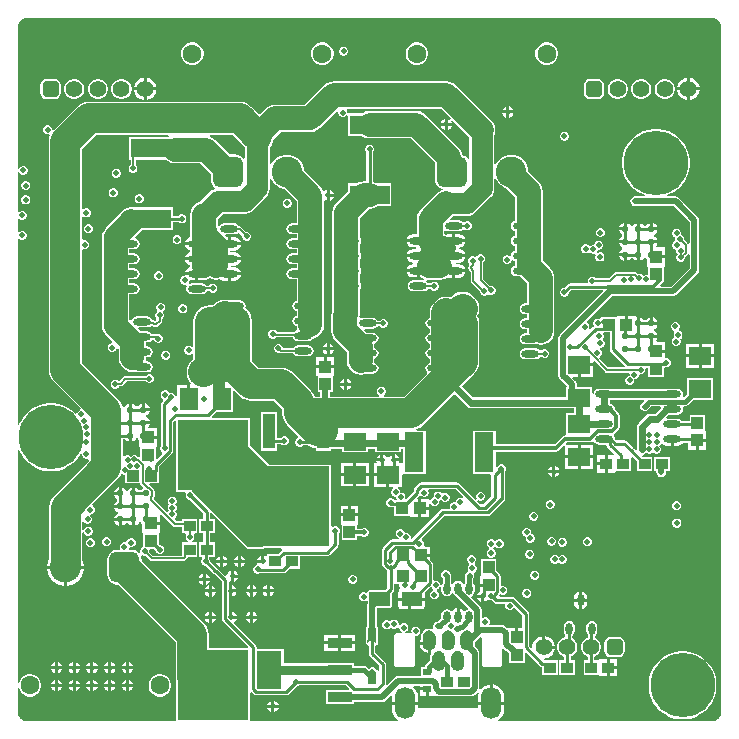
<source format=gbr>
%TF.GenerationSoftware,Altium Limited,Altium Designer,24.7.2 (38)*%
G04 Layer_Physical_Order=4*
G04 Layer_Color=16711680*
%FSLAX45Y45*%
%MOMM*%
%TF.SameCoordinates,4E20714E-E0DB-4EF4-9D00-32C5CA98EF25*%
%TF.FilePolarity,Positive*%
%TF.FileFunction,Copper,L4,Bot,Signal*%
%TF.Part,Single*%
G01*
G75*
%TA.AperFunction,SMDPad,CuDef*%
%ADD17R,3.35000X1.65000*%
%ADD20R,1.90000X1.50000*%
%ADD21R,1.00000X0.95000*%
%ADD24R,1.00000X1.05000*%
%ADD30R,1.05000X1.00000*%
%TA.AperFunction,Conductor*%
%ADD40C,0.25400*%
%ADD41C,0.16000*%
%ADD42C,0.30000*%
%ADD44C,0.38100*%
%ADD45C,0.50000*%
%ADD46C,0.40000*%
%ADD48C,0.80000*%
%TA.AperFunction,ComponentPad*%
%ADD49O,1.70000X2.70000*%
%ADD50C,1.10000*%
%ADD51C,1.40000*%
G04:AMPARAMS|DCode=52|XSize=1.4mm|YSize=1.4mm|CornerRadius=0.35mm|HoleSize=0mm|Usage=FLASHONLY|Rotation=0.000|XOffset=0mm|YOffset=0mm|HoleType=Round|Shape=RoundedRectangle|*
%AMROUNDEDRECTD52*
21,1,1.40000,0.70000,0,0,0.0*
21,1,0.70000,1.40000,0,0,0.0*
1,1,0.70000,0.35000,-0.35000*
1,1,0.70000,-0.35000,-0.35000*
1,1,0.70000,-0.35000,0.35000*
1,1,0.70000,0.35000,0.35000*
%
%ADD52ROUNDEDRECTD52*%
%ADD53R,6.00000X6.00000*%
G04:AMPARAMS|DCode=54|XSize=2.6mm|YSize=2.6mm|CornerRadius=0.65mm|HoleSize=0mm|Usage=FLASHONLY|Rotation=180.000|XOffset=0mm|YOffset=0mm|HoleType=Round|Shape=RoundedRectangle|*
%AMROUNDEDRECTD54*
21,1,2.60000,1.30000,0,0,180.0*
21,1,1.30000,2.60000,0,0,180.0*
1,1,1.30000,-0.65000,0.65000*
1,1,1.30000,0.65000,0.65000*
1,1,1.30000,0.65000,-0.65000*
1,1,1.30000,-0.65000,-0.65000*
%
%ADD54ROUNDEDRECTD54*%
%ADD55C,1.60000*%
%ADD56C,2.60000*%
%TA.AperFunction,ViaPad*%
%ADD57C,0.46000*%
%ADD58C,0.56000*%
%ADD59C,5.45000*%
%TA.AperFunction,SMDPad,CuDef*%
%ADD63R,2.10000X3.25000*%
%ADD64R,2.10000X0.90000*%
%ADD65R,0.70000X0.60000*%
%AMCUSTOMSHAPE66*
4,1,4,0.37500,0.50000,0.37500,-0.50000,-0.37500,-0.50000,-0.37500,0.50000,0.37500,0.50000,0.0*%
%ADD66CUSTOMSHAPE66*%

%ADD67O,0.60000X1.00000*%
%ADD68R,1.65000X3.35000*%
%ADD69O,1.50000X0.60000*%
%ADD70R,5.60000X6.80000*%
%ADD71R,1.00000X3.00000*%
%ADD72R,1.50000X1.90000*%
%AMCUSTOMSHAPE73*
4,1,4,-0.97500,0.60000,0.72500,0.60000,0.72500,-0.60000,-0.97500,-0.60000,-0.97500,0.60000,0.0*%
%ADD73CUSTOMSHAPE73*%

%AMCUSTOMSHAPE74*
4,1,4,-0.71700,0.60000,0.97500,0.60000,0.97500,-0.60000,-0.71700,-0.60000,-0.71700,0.60000,0.0*%
%ADD74CUSTOMSHAPE74*%

%TA.AperFunction,Conductor*%
%ADD75C,2.50000*%
%ADD76C,0.60000*%
%ADD77C,2.00000*%
%ADD78C,1.00000*%
%ADD79C,1.80000*%
G36*
X6235634Y7650328D02*
X6227416Y7641031D01*
X6212700Y7647127D01*
Y7612700D01*
X6247127D01*
X6241031Y7627416D01*
X6250328Y7635634D01*
X6394096Y7491865D01*
Y7314197D01*
X6381396Y7309886D01*
X6372057Y7322057D01*
X6355345Y7334881D01*
X6335884Y7342942D01*
X6333593Y7343243D01*
X6332043Y7355020D01*
X6320455Y7382996D01*
X6302022Y7407018D01*
X6302021Y7407019D01*
X6029521Y7679520D01*
X6005498Y7697953D01*
X5977522Y7709541D01*
X5947501Y7713493D01*
X5947499Y7713493D01*
X5550002D01*
X5519981Y7709541D01*
X5492005Y7697953D01*
X5488157Y7695001D01*
X5367502D01*
X5362943Y7705812D01*
Y7708058D01*
X5357158Y7722024D01*
X5363133Y7734010D01*
X6151952D01*
X6235634Y7650328D01*
D02*
G37*
G36*
X4494095Y7406208D02*
Y7314197D01*
X4481395Y7309886D01*
X4472056Y7322057D01*
X4455344Y7334881D01*
X4435883Y7342942D01*
X4414999Y7345691D01*
X4368347D01*
X4244718Y7469320D01*
X4220696Y7487753D01*
X4200557Y7496094D01*
X4203084Y7508794D01*
X4391508D01*
X4494095Y7406208D01*
D02*
G37*
G36*
X8473220Y8501550D02*
X8487709Y8495549D01*
X8500747Y8486837D01*
X8511837Y8475747D01*
X8520548Y8462709D01*
X8526550Y8448221D01*
X8529609Y8432841D01*
Y8425000D01*
Y2625000D01*
Y2617159D01*
X8526550Y2601780D01*
X8520549Y2587291D01*
X8511837Y2574252D01*
X8500747Y2563163D01*
X8487709Y2554451D01*
X8473222Y2548450D01*
X8457840Y2545391D01*
X6645885D01*
X6641574Y2558091D01*
X6658738Y2571262D01*
X6676434Y2594323D01*
X6687558Y2621180D01*
X6691353Y2650000D01*
Y2687300D01*
X6580000D01*
X6468647D01*
Y2661236D01*
X5961353D01*
Y2687300D01*
X5850000D01*
X5738647D01*
Y2650000D01*
X5742442Y2621180D01*
X5753566Y2594323D01*
X5771262Y2571262D01*
X5788426Y2558091D01*
X5784115Y2545391D01*
X4540000D01*
Y2784994D01*
X4552700Y2790254D01*
X4568127Y2774828D01*
X4568128Y2774827D01*
X4577290Y2768705D01*
X4588099Y2766555D01*
X4844801D01*
X4844802Y2766555D01*
X4850963Y2767781D01*
X4855609Y2768705D01*
X4855610Y2768705D01*
X4864772Y2774827D01*
X4864772Y2774828D01*
X4931940Y2841999D01*
X4937556D01*
X4951523Y2847785D01*
X4955495Y2851757D01*
X5348301D01*
X5378322Y2821735D01*
X5373462Y2810002D01*
X5177500D01*
Y2690002D01*
X5417500D01*
Y2709219D01*
X5654836D01*
X5654837Y2709218D01*
X5670445Y2712323D01*
X5683675Y2721163D01*
X5727858Y2765344D01*
X5739886Y2759412D01*
X5738647Y2750000D01*
Y2712700D01*
X5850000D01*
X5961353D01*
Y2750000D01*
X5957558Y2778820D01*
X5946434Y2805676D01*
X5928738Y2828738D01*
X5921208Y2834517D01*
X5925519Y2847217D01*
X5979598D01*
Y2832699D01*
X6039998D01*
Y2819999D01*
X6052698D01*
Y2764600D01*
X6100398D01*
X6100398Y2764599D01*
X6113098Y2766226D01*
X6121810Y2760405D01*
X6137417Y2757301D01*
X6411411D01*
X6411412Y2757301D01*
X6427019Y2760405D01*
X6440251Y2769246D01*
X6464968Y2793963D01*
X6475734Y2786769D01*
X6472442Y2778820D01*
X6468647Y2750000D01*
Y2712700D01*
X6567300D01*
Y2859681D01*
X6551180Y2857558D01*
X6524324Y2846434D01*
X6501262Y2828738D01*
X6491391Y2815874D01*
X6479513Y2821256D01*
X6480542Y2826431D01*
Y3124007D01*
X6480542Y3124008D01*
X6478413Y3134710D01*
X6477438Y3139614D01*
X6477437Y3139615D01*
X6477437Y3139616D01*
X6474205Y3144452D01*
X6468597Y3152845D01*
X6468596Y3152846D01*
X6441663Y3179776D01*
X6442883Y3182722D01*
Y3184385D01*
X6443808Y3185768D01*
X6445924Y3196406D01*
X6445600Y3198038D01*
X6446236Y3199574D01*
Y3204997D01*
X6446236Y3204998D01*
X6446236Y3204998D01*
X6446235Y3218562D01*
X6487031Y3259358D01*
X6498764Y3254498D01*
Y3025000D01*
X6503519Y3013519D01*
X6515000Y3008764D01*
X6655000D01*
X6666480Y3013519D01*
X6671236Y3025000D01*
Y3159940D01*
X6683936Y3165200D01*
X6705194Y3143942D01*
X6705194Y3143942D01*
X6718425Y3135101D01*
X6718557Y3135075D01*
X6733529Y3120103D01*
Y3042781D01*
X6863528D01*
Y3123382D01*
X6875262Y3128242D01*
X6990211Y3013294D01*
X6990212Y3013293D01*
X6999374Y3007171D01*
X7010182Y3005021D01*
X7012502D01*
Y2937499D01*
X7142502D01*
Y3062499D01*
X7028411D01*
X7025283Y3066900D01*
X7031837Y3079600D01*
X7037559D01*
X7061823Y3086102D01*
X7083577Y3098661D01*
X7101339Y3116423D01*
X7113898Y3138177D01*
X7120362Y3162300D01*
X7025000D01*
Y3175000D01*
X7012300D01*
Y3270362D01*
X6988177Y3263898D01*
X6966423Y3251339D01*
X6948661Y3233577D01*
X6936101Y3211823D01*
X6929600Y3187560D01*
Y3171747D01*
X6916900Y3166486D01*
X6899471Y3183915D01*
Y3457391D01*
X6899471Y3457393D01*
X6897321Y3468201D01*
X6891199Y3477363D01*
X6891198Y3477363D01*
X6777585Y3590971D01*
X6777585Y3590972D01*
X6768422Y3597094D01*
X6757614Y3599244D01*
X6757612Y3599244D01*
X6651750D01*
X6646490Y3611944D01*
X6652672Y3618127D01*
X6652673Y3618127D01*
X6653197Y3618912D01*
X6656877Y3622784D01*
X6670843Y3616999D01*
X6685960D01*
X6699927Y3622784D01*
X6710617Y3633474D01*
X6716402Y3647441D01*
Y3662558D01*
X6710617Y3676524D01*
X6699927Y3687214D01*
X6685960Y3692999D01*
X6670844D01*
X6660945Y3699613D01*
Y3774801D01*
X6658795Y3785609D01*
X6652673Y3794771D01*
X6652672Y3794772D01*
X6625002Y3822442D01*
Y3917500D01*
X6495002D01*
Y3782500D01*
X6484602Y3777898D01*
Y3712698D01*
X6560002D01*
Y3687298D01*
X6484602D01*
Y3648579D01*
X6482583Y3647743D01*
X6468968Y3634127D01*
X6462873Y3619411D01*
X6510000D01*
Y3606711D01*
X6522700D01*
Y3559584D01*
X6537416Y3565680D01*
X6544768Y3573032D01*
X6558477Y3577283D01*
X6572444Y3571498D01*
X6583556D01*
X6604024Y3551031D01*
X6604024Y3551030D01*
X6613187Y3544908D01*
X6623995Y3542758D01*
X6694139D01*
X6700891Y3532654D01*
Y3517537D01*
X6706676Y3503570D01*
X6717366Y3492880D01*
X6731332Y3487095D01*
X6746450D01*
X6760416Y3492880D01*
X6771106Y3503570D01*
X6782783Y3505893D01*
X6842986Y3445693D01*
Y3338178D01*
X6811228D01*
Y3260278D01*
X6785828D01*
Y3338178D01*
X6723129D01*
Y3338178D01*
X6716064Y3335252D01*
X6702478Y3348838D01*
X6689247Y3357679D01*
X6673639Y3360784D01*
X6673638Y3360783D01*
X6571613D01*
X6564495Y3373484D01*
X6568000Y3381945D01*
Y3397062D01*
X6562215Y3411029D01*
X6551525Y3421718D01*
X6537558Y3427503D01*
X6522441D01*
X6513486Y3423794D01*
X6500786Y3430623D01*
Y3490001D01*
X6497681Y3505608D01*
X6488841Y3518839D01*
X6488840Y3518840D01*
X6412119Y3595561D01*
X6415837Y3609803D01*
X6427442Y3617557D01*
X6437388Y3632442D01*
X6440880Y3650000D01*
Y3690000D01*
X6437388Y3707558D01*
X6429716Y3719040D01*
Y3755976D01*
X6432217Y3758477D01*
X6438002Y3772444D01*
Y3787561D01*
X6436228Y3791846D01*
X6441528Y3807788D01*
X6452217Y3818477D01*
X6458002Y3832444D01*
Y3847561D01*
X6452217Y3861528D01*
X6441528Y3872217D01*
X6440636Y3874013D01*
X6439545Y3886785D01*
X6446726Y3893966D01*
X6452511Y3907933D01*
Y3923050D01*
X6446726Y3937017D01*
X6436036Y3947706D01*
X6422069Y3953491D01*
X6406952D01*
X6392986Y3947706D01*
X6382296Y3937017D01*
X6376511Y3923050D01*
Y3907933D01*
X6382296Y3893966D01*
X6392985Y3883277D01*
X6393877Y3881481D01*
X6394968Y3868709D01*
X6387788Y3861528D01*
X6382002Y3847561D01*
Y3832444D01*
X6387788Y3818478D01*
X6387266Y3815858D01*
X6378477Y3812217D01*
X6367788Y3801528D01*
X6362003Y3787561D01*
Y3781786D01*
X6361629Y3779906D01*
X6360282Y3773152D01*
X6360283Y3773143D01*
X6360282Y3773134D01*
Y3719040D01*
X6354557Y3710472D01*
X6350795Y3709571D01*
X6344206D01*
X6340445Y3710472D01*
X6332446Y3722443D01*
X6317561Y3732389D01*
X6300003Y3735882D01*
X6282445Y3732389D01*
X6267559Y3722443D01*
X6259558Y3710468D01*
X6255782Y3709565D01*
X6249222D01*
X6245446Y3710468D01*
X6239719Y3719040D01*
Y3775857D01*
X6239718Y3775862D01*
X6239719Y3775867D01*
X6238369Y3782644D01*
X6237076Y3789143D01*
X6237073Y3789147D01*
X6237072Y3789152D01*
X6234360Y3793208D01*
Y3793921D01*
X6228575Y3807888D01*
X6217886Y3818578D01*
X6203919Y3824363D01*
X6188802D01*
X6174835Y3818578D01*
X6164146Y3807888D01*
X6158361Y3793921D01*
Y3778804D01*
X6164146Y3764838D01*
X6170285Y3758699D01*
Y3719040D01*
X6162613Y3707558D01*
X6160700Y3697943D01*
X6148000Y3699194D01*
Y3707558D01*
X6142215Y3721525D01*
X6131525Y3732215D01*
X6117559Y3738000D01*
X6102441D01*
X6101144Y3737462D01*
X6088444Y3745949D01*
Y3877300D01*
X6086294Y3888108D01*
X6080172Y3897271D01*
X6080171Y3897271D01*
X6062902Y3914540D01*
Y3937300D01*
X5985002D01*
Y3962700D01*
X6062902D01*
Y4025400D01*
X6016245D01*
X6007759Y4038100D01*
X6010161Y4043898D01*
Y4059016D01*
X6004376Y4072982D01*
X5993686Y4083672D01*
X5991364Y4095348D01*
X6181826Y4285810D01*
X6554046D01*
X6554048Y4285810D01*
X6564856Y4287960D01*
X6574019Y4294082D01*
X6574020Y4294083D01*
X6684971Y4405029D01*
X6684971Y4405029D01*
X6687471Y4407529D01*
X6693593Y4416691D01*
X6695743Y4427499D01*
X6695743Y4427501D01*
Y4657705D01*
X6699011Y4660973D01*
X6704796Y4674940D01*
Y4690057D01*
X6699011Y4704024D01*
X6688321Y4714713D01*
X6674354Y4720499D01*
X6659237D01*
X6645271Y4714713D01*
X6634581Y4704024D01*
X6632701Y4699486D01*
X6620001Y4702012D01*
Y4829413D01*
X7129997D01*
X7129998Y4829412D01*
X7141704Y4831741D01*
X7151627Y4838372D01*
X7191900Y4878644D01*
X7204600Y4873383D01*
Y4797699D01*
X7312299D01*
Y4885399D01*
X7216615D01*
X7211355Y4898099D01*
X7220169Y4906913D01*
X7417718D01*
X7417719Y4906913D01*
X7429425Y4909242D01*
X7437607Y4914708D01*
X7441224Y4915354D01*
X7453423Y4911986D01*
X7460058Y4902055D01*
X7474943Y4892110D01*
X7492501Y4888617D01*
X7543869D01*
X7556004Y4887752D01*
X7558154Y4876944D01*
X7564276Y4867782D01*
X7621458Y4810599D01*
X7616198Y4797899D01*
X7567701D01*
Y4724999D01*
Y4652099D01*
X7629447D01*
X7629447Y4652099D01*
X7630402D01*
X7635954Y4662499D01*
X7643102Y4662499D01*
X7765000D01*
Y4779598D01*
X7777700Y4784858D01*
X7815000Y4747559D01*
Y4662499D01*
X7944999D01*
Y4787499D01*
X7860385D01*
X7857400Y4791687D01*
X7858227Y4795641D01*
X7863622Y4804839D01*
X7877558Y4807611D01*
X7892443Y4817557D01*
X7898140Y4818118D01*
X7898474Y4817783D01*
X7912441Y4811998D01*
X7927558D01*
X7941525Y4817783D01*
X7949999Y4826258D01*
X7958474Y4817783D01*
X7972441Y4811998D01*
X7987558D01*
X8001525Y4817783D01*
X8012214Y4828473D01*
X8017999Y4842439D01*
Y4857556D01*
X8012214Y4871523D01*
X8003739Y4879998D01*
X8012214Y4888473D01*
X8013797Y4892295D01*
X8027173Y4894494D01*
X8028281Y4894075D01*
X8045885Y4882313D01*
X8067501Y4878013D01*
X8099801D01*
Y4934499D01*
X8125201D01*
Y4878013D01*
X8157501D01*
X8179117Y4882313D01*
X8197442Y4894557D01*
X8205259Y4906256D01*
X8249603D01*
Y4847099D01*
X8312302D01*
Y4924999D01*
X8325002D01*
Y4937699D01*
X8400402D01*
Y5002899D01*
X8390002Y5007502D01*
Y5142501D01*
X8260003D01*
Y5091657D01*
X8191471D01*
X8189944Y5093942D01*
X8175059Y5103888D01*
X8157501Y5107380D01*
X8069229D01*
X8066120Y5111469D01*
X8063402Y5119514D01*
X8086506Y5142617D01*
X8157501D01*
X8175059Y5146110D01*
X8189944Y5156055D01*
X8199890Y5170941D01*
X8203382Y5188499D01*
X8201072Y5200113D01*
X8209487Y5212813D01*
X8218500D01*
X8232157Y5215529D01*
X8243734Y5223265D01*
X8290469Y5270000D01*
X8460001D01*
Y5449999D01*
X8240001D01*
Y5320467D01*
X8210457Y5290923D01*
X8200577Y5297484D01*
X8199983Y5298409D01*
X8203382Y5315499D01*
X8199890Y5333057D01*
X8189944Y5347942D01*
X8175059Y5357888D01*
X8157501Y5361380D01*
X7492501D01*
X7474943Y5357888D01*
X7460058Y5347942D01*
X7450112Y5333057D01*
X7447699Y5320927D01*
X7434999Y5322178D01*
Y5374998D01*
X7303858D01*
Y5400352D01*
X7303858Y5400353D01*
X7303858Y5400355D01*
X7300754Y5415960D01*
X7300753Y5415961D01*
X7300753Y5415962D01*
X7294539Y5425262D01*
X7291914Y5429192D01*
X7291913Y5429193D01*
X7291912Y5429194D01*
X7268243Y5452865D01*
X7273104Y5464598D01*
X7312299D01*
Y5564998D01*
X7324999D01*
Y5577698D01*
X7445399D01*
Y5588153D01*
X7457132Y5593013D01*
X7546225Y5503921D01*
X7546226Y5503920D01*
X7553834Y5498837D01*
X7562808Y5497051D01*
X7746506D01*
X7753182Y5487060D01*
Y5471944D01*
X7752552Y5471001D01*
X7746007D01*
X7732041Y5465216D01*
X7721351Y5454527D01*
X7715566Y5440560D01*
Y5425443D01*
X7721351Y5411476D01*
X7732041Y5400787D01*
X7746007Y5395001D01*
X7761124D01*
X7775091Y5400787D01*
X7785781Y5411476D01*
X7791566Y5425443D01*
Y5440560D01*
X7792196Y5441502D01*
X7798740D01*
X7812707Y5447287D01*
X7823396Y5457977D01*
X7829181Y5471944D01*
Y5473742D01*
X7837304Y5484124D01*
X7840915Y5484124D01*
X7852421D01*
X7866388Y5489909D01*
X7877077Y5500599D01*
X7882862Y5514566D01*
Y5529683D01*
X7882318Y5530996D01*
X7889374Y5541556D01*
X7910001D01*
Y5462502D01*
X8040000D01*
Y5529895D01*
X8042067Y5536462D01*
X8052746Y5542858D01*
X8067862D01*
X8081829Y5548643D01*
X8092519Y5559332D01*
X8098304Y5573299D01*
Y5588416D01*
X8092519Y5602383D01*
X8081829Y5613072D01*
X8067862Y5618857D01*
X8052746D01*
X8050400Y5620424D01*
Y5667299D01*
X7975001D01*
Y5692699D01*
X8050400D01*
Y5757899D01*
X7981378D01*
X7976118Y5770599D01*
X7980270Y5774751D01*
X7987539Y5792300D01*
X7935000D01*
Y5817700D01*
X7987539D01*
X7980270Y5835248D01*
X7965248Y5850270D01*
X7958353Y5853126D01*
Y5866873D01*
X7965248Y5869729D01*
X7980270Y5884751D01*
X7987539Y5902300D01*
X7935000D01*
Y5915000D01*
X7922300D01*
Y5967539D01*
X7904751Y5960270D01*
X7889729Y5945248D01*
X7888899Y5943243D01*
X7871101D01*
X7870270Y5945248D01*
X7855248Y5960270D01*
X7837700Y5967539D01*
Y5915000D01*
X7812300D01*
Y5968793D01*
X7802899Y5975075D01*
Y5980402D01*
X7737699D01*
Y5905002D01*
X7712299D01*
Y5980402D01*
X7647098D01*
X7642501Y5970002D01*
X7507501D01*
Y5959493D01*
X7496939Y5950481D01*
X7488061Y5954158D01*
X7472944D01*
X7458977Y5948373D01*
X7448288Y5937683D01*
X7442503Y5923717D01*
Y5908600D01*
X7448288Y5894633D01*
X7439386Y5885574D01*
X7418933Y5865121D01*
X7408167Y5872315D01*
X7410498Y5877944D01*
Y5893061D01*
X7404713Y5907028D01*
X7394023Y5917717D01*
X7391137Y5918913D01*
X7388659Y5931369D01*
X7602059Y6144767D01*
X8115548D01*
X8115549Y6144766D01*
X8131156Y6147871D01*
X8144387Y6156712D01*
X8328836Y6341161D01*
X8328837Y6341162D01*
X8337678Y6354393D01*
X8340782Y6370000D01*
X8340782Y6370001D01*
Y6789997D01*
X8340782Y6789998D01*
X8337678Y6805606D01*
X8328838Y6818837D01*
X8178840Y6968839D01*
X8178840Y6968840D01*
X8168841Y6978838D01*
X8155610Y6987679D01*
X8140003Y6990784D01*
X8140001Y6990784D01*
X8071734D01*
X8069722Y7003484D01*
X8085362Y7008565D01*
X8125683Y7029110D01*
X8162294Y7055709D01*
X8194293Y7087708D01*
X8220892Y7124319D01*
X8241437Y7164640D01*
X8255421Y7207679D01*
X8262500Y7252375D01*
Y7297629D01*
X8255421Y7342325D01*
X8241437Y7385364D01*
X8220892Y7425685D01*
X8194293Y7462295D01*
X8162294Y7494295D01*
X8125683Y7520894D01*
X8085362Y7541439D01*
X8042324Y7555423D01*
X7997627Y7562502D01*
X7952374D01*
X7907678Y7555423D01*
X7864639Y7541439D01*
X7824318Y7520894D01*
X7787707Y7494295D01*
X7755708Y7462295D01*
X7729109Y7425685D01*
X7708564Y7385364D01*
X7694580Y7342325D01*
X7687501Y7297629D01*
Y7252375D01*
X7694580Y7207679D01*
X7708564Y7164640D01*
X7729109Y7124319D01*
X7755708Y7087708D01*
X7787707Y7055709D01*
X7824318Y7029110D01*
X7864639Y7008565D01*
X7880279Y7003484D01*
X7878267Y6990784D01*
X7800000D01*
X7784393Y6987679D01*
X7771161Y6978838D01*
X7762321Y6965607D01*
X7759216Y6950000D01*
X7762321Y6934393D01*
X7771161Y6921162D01*
X7784393Y6912321D01*
X7800000Y6909217D01*
X8123109D01*
X8259215Y6773107D01*
Y6596762D01*
X8247441Y6589281D01*
X8246515Y6589405D01*
X8241998Y6596166D01*
X8241997Y6596166D01*
X8212645Y6625519D01*
Y6637203D01*
X8206860Y6651170D01*
X8196171Y6661859D01*
X8185388Y6666326D01*
X8187958Y6672530D01*
Y6687647D01*
X8182173Y6701613D01*
X8171483Y6712303D01*
X8157517Y6718088D01*
X8142400D01*
X8128433Y6712303D01*
X8117743Y6701613D01*
X8111958Y6687647D01*
Y6672530D01*
X8117743Y6658563D01*
X8128433Y6647873D01*
X8139215Y6643407D01*
X8136645Y6637203D01*
Y6622086D01*
X8140090Y6613771D01*
X8130779Y6609914D01*
X8120089Y6599225D01*
X8114304Y6585258D01*
Y6570141D01*
X8120089Y6556174D01*
X8130779Y6545485D01*
X8144746Y6539700D01*
X8144985D01*
X8146416Y6537558D01*
Y6522441D01*
X8152201Y6508474D01*
X8158676Y6502000D01*
X8152201Y6495525D01*
X8146416Y6481558D01*
Y6466441D01*
X8152201Y6452475D01*
X8162891Y6441785D01*
X8176857Y6436000D01*
X8191974D01*
X8205941Y6441785D01*
X8216631Y6452475D01*
X8222416Y6466441D01*
Y6476853D01*
X8241997Y6496434D01*
X8241998Y6496435D01*
X8246515Y6503195D01*
X8247442Y6503320D01*
X8259215Y6495840D01*
Y6386893D01*
X8098656Y6226334D01*
X8014165D01*
X8006147Y6239034D01*
X8006179Y6239101D01*
X8009752Y6242907D01*
X8021524Y6247783D01*
X8032214Y6258472D01*
X8033882Y6262500D01*
X8040000D01*
X8040001Y6396550D01*
X8050401Y6402102D01*
X8050401Y6403053D01*
X8050400Y6403053D01*
Y6467302D01*
X7975001D01*
Y6492702D01*
X8050400D01*
Y6557902D01*
X7981382D01*
X7976121Y6570602D01*
X7980271Y6574751D01*
X7987539Y6592300D01*
X7935000D01*
Y6617700D01*
X7987539D01*
X7980271Y6635249D01*
X7965249Y6650270D01*
X7958353Y6653127D01*
Y6666873D01*
X7965249Y6669730D01*
X7980271Y6684751D01*
X7987539Y6702300D01*
X7935000D01*
Y6715000D01*
X7922300D01*
Y6767539D01*
X7904752Y6760270D01*
X7889730Y6745249D01*
X7888899Y6743243D01*
X7871101D01*
X7870271Y6745249D01*
X7855249Y6760270D01*
X7837700Y6767539D01*
Y6715000D01*
X7812300D01*
Y6767539D01*
X7794751Y6760270D01*
X7779730Y6745249D01*
X7776873Y6738353D01*
X7763127D01*
X7760270Y6745249D01*
X7745249Y6760270D01*
X7727700Y6767539D01*
Y6715000D01*
X7715000D01*
Y6702300D01*
X7662461D01*
X7669730Y6684751D01*
X7684751Y6669730D01*
X7686757Y6668899D01*
Y6651101D01*
X7684751Y6650270D01*
X7669730Y6635249D01*
X7662461Y6617700D01*
X7715000D01*
Y6592300D01*
X7662461D01*
X7669730Y6574751D01*
X7684751Y6559730D01*
X7691647Y6556873D01*
Y6543127D01*
X7684751Y6540270D01*
X7669730Y6525249D01*
X7662461Y6507700D01*
X7715000D01*
Y6495000D01*
X7727700D01*
Y6442461D01*
X7745249Y6449730D01*
X7760270Y6464751D01*
X7761101Y6466757D01*
X7778899D01*
X7779730Y6464751D01*
X7794751Y6449730D01*
X7812300Y6442461D01*
Y6495000D01*
X7837700D01*
Y6442461D01*
X7855249Y6449730D01*
X7870271Y6464751D01*
X7873127Y6471647D01*
X7886873D01*
X7889730Y6464751D01*
X7899601Y6454880D01*
Y6403053D01*
X7899600Y6403053D01*
Y6402102D01*
X7910000Y6396550D01*
X7910001Y6389402D01*
Y6332979D01*
X7899559Y6326002D01*
X7884442D01*
X7870475Y6320216D01*
X7868028Y6317769D01*
X7863658Y6318638D01*
X7852969Y6329328D01*
X7839002Y6335113D01*
X7823918D01*
X7813447Y6345584D01*
X7805839Y6350667D01*
X7796865Y6352452D01*
X7796863Y6352452D01*
X7640232D01*
X7640231Y6352452D01*
X7631257Y6350667D01*
X7623649Y6345584D01*
X7623648Y6345583D01*
X7573457Y6295392D01*
X7464789D01*
X7456025Y6304156D01*
X7442058Y6309941D01*
X7426941D01*
X7412974Y6304156D01*
X7402285Y6293466D01*
X7396500Y6279500D01*
Y6264383D01*
X7389885Y6254484D01*
X7246241D01*
X7235433Y6252334D01*
X7226271Y6246212D01*
X7226270Y6246211D01*
X7198059Y6218000D01*
X7192442D01*
X7178475Y6212215D01*
X7167785Y6201525D01*
X7162000Y6187559D01*
Y6172442D01*
X7167785Y6158475D01*
X7178475Y6147785D01*
X7192442Y6142000D01*
X7207559D01*
X7221525Y6147785D01*
X7232215Y6158475D01*
X7238000Y6172442D01*
Y6178059D01*
X7257940Y6197999D01*
X7523344D01*
X7528204Y6186265D01*
X7161161Y5819226D01*
X7161160Y5819226D01*
X7152319Y5805994D01*
X7149215Y5790387D01*
X7149215Y5790386D01*
Y5473431D01*
X7149215Y5473429D01*
X7149215Y5473426D01*
X7151105Y5463928D01*
X7152319Y5457823D01*
X7152320Y5457822D01*
X7152321Y5457819D01*
X7156609Y5451403D01*
X7161160Y5444592D01*
X7161162Y5444591D01*
X7161163Y5444589D01*
X7184596Y5421162D01*
X7218056Y5387698D01*
X7214999Y5374998D01*
X7215000D01*
Y5290880D01*
X6424006D01*
X6332290Y5382596D01*
X6437347Y5487653D01*
X6459788Y5516898D01*
X6473895Y5550955D01*
X6478706Y5587502D01*
Y5659501D01*
Y5759501D01*
Y5886501D01*
X6476929Y5900000D01*
X6478706Y5913492D01*
X6473897Y5950039D01*
X6462731Y5977001D01*
X6473897Y6003963D01*
X6478706Y6040510D01*
X6473892Y6077058D01*
X6459783Y6111113D01*
X6437340Y6140357D01*
X6408094Y6162795D01*
X6374036Y6176900D01*
X6337488Y6181709D01*
X6300941Y6176895D01*
X6266886Y6162786D01*
X6237642Y6140343D01*
X6234026Y6136726D01*
X6199998Y6141206D01*
X6163450Y6136395D01*
X6129394Y6122288D01*
X6100149Y6099847D01*
X6077708Y6070602D01*
X6063601Y6036545D01*
X6058790Y5999998D01*
Y5959652D01*
X6049942Y5957892D01*
X6035057Y5947946D01*
X6025111Y5933061D01*
X6021618Y5915503D01*
X6025111Y5897945D01*
X6035057Y5883059D01*
X6049942Y5873113D01*
X6058790Y5871354D01*
Y5832652D01*
X6049942Y5830892D01*
X6035057Y5820946D01*
X6025111Y5806061D01*
X6021618Y5788503D01*
X6025111Y5770945D01*
X6035057Y5756059D01*
X6049942Y5746113D01*
X6058790Y5744354D01*
Y5705652D01*
X6049942Y5703892D01*
X6035057Y5693946D01*
X6025111Y5679061D01*
X6021618Y5661503D01*
X6025111Y5643945D01*
X6035057Y5629059D01*
X6049942Y5619113D01*
X6058790Y5617354D01*
Y5578652D01*
X6049942Y5576892D01*
X6035057Y5566946D01*
X6025111Y5552061D01*
X6021618Y5534503D01*
X6025111Y5516945D01*
X6035057Y5502059D01*
X6037105Y5500691D01*
X6038350Y5488052D01*
X5845511Y5295208D01*
X5672637D01*
X5670111Y5307908D01*
X5671024Y5308287D01*
X5681714Y5318976D01*
X5687499Y5332943D01*
Y5348060D01*
X5681714Y5362027D01*
X5671024Y5372716D01*
X5657058Y5378502D01*
X5641941D01*
X5627974Y5372716D01*
X5617284Y5362027D01*
X5611499Y5348060D01*
Y5332943D01*
X5617284Y5318976D01*
X5627974Y5308287D01*
X5628888Y5307908D01*
X5626361Y5295208D01*
X5215785D01*
Y5332499D01*
X5240001D01*
X5240001Y5466549D01*
X5250402Y5472101D01*
X5250401Y5473052D01*
X5250401Y5473053D01*
Y5537302D01*
X5175001D01*
X5099601D01*
Y5473053D01*
X5099601Y5473052D01*
Y5472101D01*
X5110001Y5466549D01*
X5110001Y5459401D01*
Y5332499D01*
X5134218D01*
Y5295208D01*
X5085153D01*
X5076291Y5316603D01*
X5053850Y5345848D01*
X4899850Y5499849D01*
X4870605Y5522289D01*
X4836548Y5536396D01*
X4800001Y5541207D01*
X4608490D01*
X4553706Y5595993D01*
Y5684500D01*
Y5811500D01*
Y5938500D01*
X4548895Y5975047D01*
X4534788Y6009104D01*
X4512347Y6038349D01*
X4499873Y6047921D01*
X4499887Y6047942D01*
X4503380Y6065500D01*
X4499887Y6083058D01*
X4489941Y6097943D01*
X4475056Y6107889D01*
X4457498Y6111381D01*
X4367498D01*
X4363502Y6110586D01*
X4361548Y6111396D01*
X4325000Y6116207D01*
X4288453Y6111396D01*
X4254396Y6097289D01*
X4225151Y6074849D01*
X4219610Y6067627D01*
X4200002Y6070208D01*
X4163454Y6065397D01*
X4129398Y6051290D01*
X4100153Y6028849D01*
X4077712Y5999604D01*
X4063605Y5965547D01*
X4058794Y5929000D01*
Y5802000D01*
Y5720147D01*
X4046094Y5714886D01*
X4040146Y5720834D01*
X4026179Y5726619D01*
X4011062D01*
X3997095Y5720834D01*
X3986406Y5710145D01*
X3980620Y5696178D01*
Y5681061D01*
X3986406Y5667094D01*
X3997095Y5656405D01*
X4011062Y5650620D01*
X4026179D01*
X4040146Y5656405D01*
X4046094Y5662353D01*
X4058794Y5657092D01*
Y5612234D01*
X4042652Y5599848D01*
X4020211Y5570603D01*
X4006105Y5536546D01*
X4001293Y5499999D01*
X4006105Y5463452D01*
X4020211Y5429395D01*
X4036551Y5408101D01*
X4032702Y5400296D01*
Y5275001D01*
X4007302D01*
Y5395401D01*
X3919602D01*
Y5303987D01*
X3906902Y5301461D01*
X3903099Y5310643D01*
X3892409Y5321333D01*
X3878442Y5327118D01*
X3863325D01*
X3854748Y5323565D01*
X3851293Y5331907D01*
X3840603Y5342596D01*
X3826636Y5348381D01*
X3811519D01*
X3797552Y5342596D01*
X3786863Y5331907D01*
X3781078Y5317940D01*
Y5302823D01*
X3786863Y5288856D01*
X3797552Y5278167D01*
X3800715Y5276857D01*
X3803695Y5261876D01*
X3792163Y5250344D01*
X3786041Y5241181D01*
X3783891Y5230373D01*
X3783891Y5230372D01*
Y4878731D01*
X3783353Y4878193D01*
X3777568Y4864226D01*
Y4849109D01*
X3783353Y4835143D01*
X3792061Y4826434D01*
X3796259Y4812671D01*
X3751732Y4768145D01*
X3739999Y4773005D01*
Y4867500D01*
X3750399Y4872098D01*
Y4937298D01*
X3674999D01*
Y4962698D01*
X3750399D01*
Y5027898D01*
X3681377D01*
X3676117Y5040598D01*
X3680271Y5044751D01*
X3687539Y5062300D01*
X3635000D01*
Y5087700D01*
X3687539D01*
X3680271Y5105249D01*
X3665249Y5120270D01*
X3658353Y5123127D01*
Y5136873D01*
X3665249Y5139730D01*
X3680271Y5154751D01*
X3687539Y5172300D01*
X3635000D01*
Y5185000D01*
X3622300D01*
Y5237539D01*
X3604751Y5230270D01*
X3589730Y5215249D01*
X3588899Y5213243D01*
X3571101D01*
X3570270Y5215249D01*
X3555249Y5230270D01*
X3537700Y5237539D01*
Y5185000D01*
X3512300D01*
Y5237539D01*
X3494751Y5230270D01*
X3479730Y5215249D01*
X3476873Y5208353D01*
X3463127D01*
X3460270Y5215249D01*
X3456108Y5219411D01*
X3445189Y5245773D01*
X3422749Y5275017D01*
X3116208Y5581562D01*
Y6536086D01*
X3128909Y6544572D01*
X3130228Y6544025D01*
X3145345D01*
X3159312Y6549810D01*
X3170001Y6560500D01*
X3175786Y6574467D01*
Y6589584D01*
X3170001Y6603550D01*
X3159312Y6614240D01*
X3145345Y6620025D01*
X3130228D01*
X3128909Y6619479D01*
X3116208Y6627965D01*
Y6812091D01*
X3128475Y6817785D01*
X3142442Y6812000D01*
X3157559D01*
X3171525Y6817785D01*
X3182215Y6828475D01*
X3188000Y6842441D01*
Y6857559D01*
X3182215Y6871525D01*
X3171525Y6882215D01*
X3157559Y6888000D01*
X3142442D01*
X3128475Y6882215D01*
X3116208Y6887909D01*
Y7391508D01*
X3233491Y7508794D01*
X3844373D01*
X3850324Y7496094D01*
X3849413Y7495001D01*
X3517498D01*
Y7300001D01*
X3526550D01*
Y7259953D01*
X3525975Y7259715D01*
X3515285Y7249025D01*
X3509500Y7235058D01*
Y7219941D01*
X3515285Y7205975D01*
X3525975Y7195285D01*
X3539941Y7189500D01*
X3555058D01*
X3569025Y7195285D01*
X3579715Y7205975D01*
X3585500Y7219941D01*
Y7235058D01*
X3579715Y7249025D01*
X3573451Y7255289D01*
Y7300001D01*
X3824865D01*
X3842006Y7286848D01*
X3869981Y7275260D01*
X3900002Y7271308D01*
X4114653D01*
X4204309Y7181653D01*
Y7135001D01*
X4207058Y7114117D01*
X4215119Y7094656D01*
X4227942Y7077944D01*
X4243952Y7065659D01*
X4244127Y7062818D01*
X4241782Y7052564D01*
X4239751Y7052297D01*
X4239750Y7052296D01*
X4239749Y7052296D01*
X4226824Y7046942D01*
X4214208Y7041717D01*
X4214207Y7041716D01*
X4214206Y7041716D01*
X4192273Y7024886D01*
X4192272Y7024885D01*
X4106815Y6939432D01*
X4092003Y6933296D01*
X4067980Y6914863D01*
X4049547Y6890840D01*
X4037959Y6862865D01*
X4034007Y6832844D01*
Y6700004D01*
X4034007Y6700002D01*
X4034994Y6692500D01*
X4034007Y6685001D01*
Y6645298D01*
X4020884Y6642688D01*
X4002559Y6630444D01*
X3990315Y6612118D01*
X3988541Y6603202D01*
X4087500D01*
Y6577802D01*
X3988541D01*
X3990315Y6568887D01*
X4002559Y6550561D01*
X4020884Y6538317D01*
X4034007Y6535707D01*
Y6518298D01*
X4020884Y6515688D01*
X4002559Y6503444D01*
X3990315Y6485118D01*
X3988541Y6476202D01*
X4087500D01*
Y6450802D01*
X3988541D01*
X3990315Y6441887D01*
X4002559Y6423561D01*
X4020884Y6411317D01*
X4034007Y6408707D01*
Y6400002D01*
X4035124Y6391520D01*
X4020884Y6388688D01*
X4002559Y6376444D01*
X3990315Y6358118D01*
X3988541Y6349202D01*
X4087500D01*
Y6336502D01*
X4100200D01*
Y6280017D01*
X4132500D01*
X4154116Y6284317D01*
X4154554Y6284610D01*
X4180020Y6287962D01*
X4199999Y6296238D01*
X4219978Y6287962D01*
X4249999Y6284010D01*
X4280020Y6287962D01*
X4284596Y6289858D01*
X4295885Y6282315D01*
X4317501Y6278016D01*
X4349801D01*
Y6334501D01*
X4362501D01*
Y6347201D01*
X4461460D01*
X4459686Y6356117D01*
X4447442Y6374442D01*
X4429117Y6386686D01*
X4407501Y6390986D01*
X4386074D01*
X4377885Y6403686D01*
X4378487Y6405016D01*
X4407501D01*
X4429117Y6409315D01*
X4447442Y6421560D01*
X4459686Y6439885D01*
X4461460Y6448801D01*
X4362501D01*
Y6474201D01*
X4461460D01*
X4459686Y6483117D01*
X4447442Y6501442D01*
X4429117Y6513686D01*
X4407501Y6517986D01*
X4365992D01*
Y6532016D01*
X4407501D01*
X4429117Y6536315D01*
X4447442Y6548560D01*
X4459686Y6566885D01*
X4461460Y6575801D01*
X4362501D01*
Y6588501D01*
X4349801D01*
Y6644986D01*
X4338081D01*
X4332018Y6652887D01*
X4332017Y6652888D01*
X4327986Y6656919D01*
X4333247Y6669619D01*
X4407501D01*
X4425059Y6673112D01*
X4439944Y6683057D01*
X4445435Y6683599D01*
X4471999Y6657035D01*
Y6643541D01*
X4477784Y6629574D01*
X4488473Y6618884D01*
X4502440Y6613099D01*
X4517557D01*
X4531524Y6618884D01*
X4542213Y6629574D01*
X4547999Y6643541D01*
Y6658658D01*
X4542213Y6672624D01*
X4531524Y6683314D01*
X4517557Y6689099D01*
X4506263D01*
X4465865Y6729497D01*
X4458257Y6734581D01*
X4449282Y6736366D01*
X4449281Y6736366D01*
X4447680D01*
X4439944Y6747944D01*
X4425059Y6757890D01*
X4407501Y6761382D01*
X4317501D01*
X4299943Y6757890D01*
X4285058Y6747944D01*
X4281080Y6741991D01*
X4278112Y6741654D01*
X4265992Y6749694D01*
Y6799061D01*
X4311026Y6844093D01*
X4491627D01*
X4491629Y6844093D01*
X4519040Y6847702D01*
X4544582Y6858282D01*
X4566516Y6875112D01*
X4674887Y6983483D01*
X4674888Y6983484D01*
X4691718Y7005417D01*
X4702298Y7030960D01*
X4705907Y7058370D01*
Y7134174D01*
X4718607Y7137577D01*
X4733969Y7110969D01*
X4760966Y7083972D01*
X4794030Y7064882D01*
X4827282Y7055972D01*
X4934010Y6949247D01*
Y6761382D01*
X4892501D01*
X4874943Y6757890D01*
X4860058Y6747944D01*
X4850112Y6733059D01*
X4846619Y6715501D01*
X4850112Y6697943D01*
X4860058Y6683058D01*
X4874943Y6673112D01*
X4892501Y6669619D01*
X4934010D01*
Y6634382D01*
X4892501D01*
X4874943Y6630890D01*
X4860058Y6620944D01*
X4850112Y6606059D01*
X4846619Y6588501D01*
X4850112Y6570943D01*
X4860058Y6556058D01*
X4874943Y6546112D01*
X4892501Y6542619D01*
X4934010D01*
Y6507382D01*
X4892501D01*
X4874943Y6503890D01*
X4860058Y6493944D01*
X4850112Y6479059D01*
X4846619Y6461501D01*
X4850112Y6443943D01*
X4860058Y6429058D01*
X4874943Y6419112D01*
X4892501Y6415619D01*
X4934010D01*
Y6380382D01*
X4892501D01*
X4874943Y6376890D01*
X4860058Y6366944D01*
X4850112Y6352059D01*
X4846619Y6334501D01*
X4850112Y6316943D01*
X4860058Y6302058D01*
X4874943Y6292112D01*
X4892501Y6288619D01*
X4934010D01*
Y6109693D01*
X4924940Y6107889D01*
X4910055Y6097943D01*
X4900109Y6083058D01*
X4896617Y6065500D01*
X4900109Y6047942D01*
X4910055Y6033057D01*
X4924940Y6023111D01*
X4934010Y6021306D01*
Y5982693D01*
X4924940Y5980889D01*
X4910055Y5970943D01*
X4900109Y5956058D01*
X4896617Y5938500D01*
X4900109Y5920942D01*
X4910055Y5906057D01*
X4924940Y5896111D01*
X4934780Y5894154D01*
X4937962Y5869977D01*
X4938173Y5869470D01*
X4930428Y5854980D01*
X4924940Y5853889D01*
X4910055Y5843943D01*
X4909359Y5842900D01*
X4764218D01*
X4762716Y5846528D01*
X4752026Y5857217D01*
X4738060Y5863002D01*
X4722943D01*
X4708976Y5857217D01*
X4698286Y5846528D01*
X4692501Y5832561D01*
Y5817444D01*
X4698286Y5803477D01*
X4708976Y5792788D01*
X4722943Y5787002D01*
X4738060D01*
X4752026Y5792788D01*
X4755238Y5795999D01*
X4899700D01*
X4900109Y5793942D01*
X4910055Y5779057D01*
X4924940Y5769111D01*
X4942498Y5765618D01*
X5032498D01*
X5050056Y5769111D01*
X5064941Y5779057D01*
X5070008Y5786640D01*
X5080024Y5787958D01*
X5107999Y5799546D01*
X5132022Y5817979D01*
X5150455Y5842002D01*
X5162043Y5869977D01*
X5165995Y5899998D01*
Y6948964D01*
X5178695Y6956437D01*
X5187300Y6952873D01*
Y7000000D01*
Y7047127D01*
X5172584Y7041031D01*
X5169195Y7037643D01*
X5156739Y7040120D01*
X5150455Y7055290D01*
X5150454Y7055291D01*
X5132022Y7079313D01*
X5132020Y7079314D01*
X4994998Y7216333D01*
Y7219090D01*
X4985116Y7255969D01*
X4966027Y7289033D01*
X4939030Y7316030D01*
X4905966Y7335119D01*
X4869088Y7345001D01*
X4830908D01*
X4794030Y7335119D01*
X4760966Y7316030D01*
X4733969Y7289033D01*
X4718607Y7262425D01*
X4705907Y7265827D01*
Y7408044D01*
X4722291Y7429396D01*
X4736397Y7463453D01*
X4737748Y7473711D01*
X4798045Y7534010D01*
X5049994D01*
X5049996Y7534010D01*
X5080017Y7537962D01*
X5107993Y7549549D01*
X5107994Y7549550D01*
X5132017Y7567983D01*
X5132017Y7567984D01*
X5275210Y7711173D01*
X5277813Y7710482D01*
X5286943Y7704945D01*
Y7692941D01*
X5292728Y7678974D01*
X5303418Y7668284D01*
X5317384Y7662499D01*
X5332501D01*
X5346468Y7668284D01*
X5354802Y7676618D01*
X5365859Y7673716D01*
X5367502Y7672724D01*
Y7500001D01*
X5488157D01*
X5492005Y7497048D01*
X5519981Y7485461D01*
X5550002Y7481508D01*
X5899456D01*
X6104010Y7276954D01*
Y7230000D01*
X6104010Y7229998D01*
X6104310Y7227722D01*
Y7135001D01*
X6107059Y7114117D01*
X6115120Y7094656D01*
X6127944Y7077944D01*
X6144655Y7065121D01*
X6164116Y7057060D01*
X6171222Y7056125D01*
Y7043315D01*
X6165349Y7042542D01*
X6137374Y7030954D01*
X6113351Y7012521D01*
X5985482Y6884652D01*
X5967049Y6860629D01*
X5955461Y6832654D01*
X5951509Y6802633D01*
X5951509Y6802631D01*
Y6671986D01*
X5917498D01*
X5895882Y6667687D01*
X5877556Y6655442D01*
X5865312Y6637117D01*
X5863539Y6628201D01*
X5962498D01*
Y6602801D01*
X5863539D01*
X5865312Y6593885D01*
X5877556Y6575560D01*
X5895882Y6563316D01*
X5917498Y6559016D01*
X5947511D01*
X5949013Y6557686D01*
X5947236Y6550626D01*
X5942107Y6544986D01*
X5917498D01*
X5895882Y6540687D01*
X5877556Y6528442D01*
X5865312Y6510117D01*
X5863539Y6501201D01*
X5962498D01*
Y6475801D01*
X5863539D01*
X5865312Y6466885D01*
X5877556Y6448560D01*
X5895882Y6436316D01*
X5913701Y6432771D01*
X5919981Y6424166D01*
X5921514Y6419316D01*
X5920907Y6417986D01*
X5917498D01*
X5895882Y6413687D01*
X5877556Y6401442D01*
X5865312Y6383117D01*
X5863539Y6374201D01*
X5962498D01*
Y6361501D01*
X5975198D01*
Y6305016D01*
X5984881D01*
X5992004Y6299550D01*
X6008780Y6292601D01*
X6007497Y6280383D01*
X5917498D01*
X5899940Y6276890D01*
X5885055Y6266944D01*
X5875109Y6252059D01*
X5871616Y6234501D01*
X5875109Y6216943D01*
X5885055Y6202058D01*
X5899940Y6192112D01*
X5917498Y6188620D01*
X6007498D01*
X6025056Y6192112D01*
X6039941Y6202058D01*
X6044822Y6209363D01*
X6066898D01*
X6077350Y6198911D01*
X6091317Y6193126D01*
X6106434D01*
X6120401Y6198911D01*
X6131090Y6209600D01*
X6136875Y6223567D01*
Y6238684D01*
X6131090Y6252651D01*
X6120401Y6263340D01*
X6106434Y6269125D01*
X6091317D01*
X6077350Y6263340D01*
X6070274Y6256264D01*
X6047077D01*
X6039941Y6266944D01*
X6029540Y6273894D01*
X6034133Y6286099D01*
X6050001Y6284010D01*
X6150000D01*
X6180021Y6287962D01*
X6207997Y6299550D01*
X6213539Y6303803D01*
X6217502Y6303014D01*
X6249802D01*
Y6359500D01*
X6262502D01*
Y6372200D01*
X6361461D01*
X6359688Y6381116D01*
X6347443Y6399441D01*
X6329118Y6411685D01*
X6307502Y6415985D01*
X6276261D01*
X6275659Y6417314D01*
X6283847Y6430014D01*
X6307502D01*
X6329118Y6434314D01*
X6347443Y6446558D01*
X6359688Y6464884D01*
X6361461Y6473800D01*
X6262502D01*
Y6499200D01*
X6361461D01*
X6359688Y6508116D01*
X6347443Y6526441D01*
X6329118Y6538685D01*
X6311859Y6542118D01*
X6307754Y6550000D01*
X6311859Y6557881D01*
X6329118Y6561314D01*
X6347443Y6573558D01*
X6359688Y6591884D01*
X6361461Y6600800D01*
X6262502D01*
Y6613500D01*
X6249802D01*
Y6669985D01*
X6217502D01*
X6195887Y6665685D01*
X6183494Y6670107D01*
Y6693828D01*
X6196194Y6700617D01*
X6199944Y6698111D01*
X6217502Y6694618D01*
X6307502D01*
X6325060Y6698111D01*
X6339945Y6708056D01*
X6340124Y6708324D01*
X6356414Y6709845D01*
X6357974Y6708285D01*
X6371941Y6702500D01*
X6387058D01*
X6401025Y6708285D01*
X6411714Y6718974D01*
X6417499Y6732941D01*
Y6748058D01*
X6411714Y6762025D01*
X6401025Y6772714D01*
X6387058Y6778500D01*
X6371941D01*
X6357974Y6772714D01*
X6356414Y6771154D01*
X6340124Y6772675D01*
X6339945Y6772943D01*
X6325060Y6782889D01*
X6307502Y6786381D01*
X6233248D01*
X6227988Y6799081D01*
X6253502Y6824596D01*
X6372124D01*
X6372126Y6824596D01*
X6399537Y6828204D01*
X6399538Y6828204D01*
X6399539Y6828205D01*
X6413436Y6833961D01*
X6425080Y6838784D01*
X6425080Y6838784D01*
X6425081Y6838785D01*
X6447015Y6855615D01*
X6447016Y6855616D01*
X6574888Y6983482D01*
X6574889Y6983484D01*
X6585189Y6996907D01*
X6591718Y7005416D01*
X6591719Y7005417D01*
X6591719Y7005418D01*
X6596541Y7017059D01*
X6602299Y7030958D01*
X6602299Y7030959D01*
X6602299Y7030960D01*
X6603438Y7039609D01*
X6605908Y7058368D01*
X6605908Y7058370D01*
Y7134174D01*
X6618608Y7137577D01*
X6633970Y7110969D01*
X6660967Y7083972D01*
X6694031Y7064882D01*
X6708801Y7060925D01*
X6784009Y6985717D01*
Y6784692D01*
X6774944Y6782889D01*
X6760059Y6772943D01*
X6750113Y6758058D01*
X6746621Y6740500D01*
X6750113Y6722942D01*
X6760059Y6708056D01*
X6774944Y6698111D01*
X6784009Y6696307D01*
Y6657692D01*
X6774944Y6655889D01*
X6760059Y6645943D01*
X6750113Y6631058D01*
X6746621Y6613500D01*
X6750113Y6595942D01*
X6760059Y6581056D01*
X6774944Y6571111D01*
X6784009Y6569307D01*
Y6530692D01*
X6774944Y6528889D01*
X6760059Y6518943D01*
X6750113Y6504058D01*
X6747885Y6492857D01*
X6742221Y6489929D01*
X6734482Y6487384D01*
X6722079Y6492521D01*
X6706962D01*
X6692995Y6486736D01*
X6682306Y6476046D01*
X6676521Y6462080D01*
Y6446962D01*
X6682306Y6432996D01*
X6692995Y6422306D01*
X6706962Y6416521D01*
X6722079D01*
X6736046Y6422306D01*
X6746735Y6432996D01*
X6751819Y6445269D01*
X6759500Y6448966D01*
X6765220Y6450608D01*
X6774944Y6444111D01*
X6784009Y6442307D01*
Y6403692D01*
X6774944Y6401889D01*
X6760059Y6391943D01*
X6750113Y6377058D01*
X6746621Y6359500D01*
X6750113Y6341942D01*
X6760059Y6327056D01*
X6774944Y6317111D01*
X6792502Y6313618D01*
X6822348D01*
X6884009Y6251954D01*
Y6086383D01*
X6867498D01*
X6849940Y6082890D01*
X6835055Y6072944D01*
X6825109Y6058059D01*
X6821617Y6040501D01*
X6825109Y6022943D01*
X6835055Y6008058D01*
X6849940Y5998112D01*
X6867498Y5994619D01*
X6884009D01*
Y5959383D01*
X6867498D01*
X6849940Y5955890D01*
X6835055Y5945944D01*
X6825109Y5931059D01*
X6821617Y5913501D01*
X6825109Y5895943D01*
X6835055Y5881058D01*
X6849940Y5871112D01*
X6867498Y5867619D01*
X6884009D01*
Y5850001D01*
X6885071Y5841931D01*
X6876697Y5832383D01*
X6867498D01*
X6849940Y5828890D01*
X6835055Y5818944D01*
X6825109Y5804059D01*
X6821617Y5786501D01*
X6825109Y5768943D01*
X6835055Y5754058D01*
X6849940Y5744112D01*
X6867498Y5740619D01*
X6957498D01*
X6961595Y5741434D01*
X6969980Y5737961D01*
X7000001Y5734009D01*
X7030022Y5737961D01*
X7057998Y5749549D01*
X7082020Y5767982D01*
X7100454Y5792005D01*
X7112041Y5819980D01*
X7115994Y5850001D01*
Y6299992D01*
X7115994Y6299995D01*
X7115994Y6299998D01*
X7112042Y6330016D01*
X7112042Y6330017D01*
X7112041Y6330019D01*
X7106760Y6342768D01*
X7100455Y6357991D01*
X7100454Y6357993D01*
X7100454Y6357994D01*
X7089310Y6372517D01*
X7082022Y6382014D01*
X7082020Y6382017D01*
X7082019Y6382017D01*
X7015994Y6448046D01*
Y7033761D01*
X7015994Y7033763D01*
X7012042Y7063784D01*
X7000454Y7091759D01*
X6982021Y7115782D01*
X6982020Y7115783D01*
X6894999Y7202803D01*
Y7219090D01*
X6885118Y7255969D01*
X6866028Y7289033D01*
X6839031Y7316030D01*
X6805967Y7335119D01*
X6769089Y7345001D01*
X6730910D01*
X6694031Y7335119D01*
X6660967Y7316030D01*
X6633970Y7289033D01*
X6618608Y7262425D01*
X6605908Y7265827D01*
Y7505167D01*
X6612042Y7519977D01*
X6615995Y7549998D01*
X6612042Y7580019D01*
X6600455Y7607994D01*
X6582021Y7632016D01*
X6282017Y7932021D01*
X6257994Y7950455D01*
X6230019Y7962042D01*
X6199998Y7965995D01*
X6199996Y7965994D01*
X5250006D01*
X5250004Y7965995D01*
X5219983Y7962043D01*
X5192007Y7950455D01*
X5192006Y7950455D01*
X5167983Y7932021D01*
X5167982Y7932020D01*
X5001953Y7765995D01*
X4749998D01*
X4749996Y7765995D01*
X4730314Y7763403D01*
X4719977Y7762043D01*
X4719975Y7762042D01*
X4709552Y7757725D01*
X4692002Y7750455D01*
X4667979Y7732022D01*
X4667978Y7732020D01*
X4624179Y7688220D01*
X4611479D01*
X4549848Y7749852D01*
X4520603Y7772292D01*
X4486546Y7786399D01*
X4449999Y7791210D01*
X3174998D01*
X3158158Y7788993D01*
X3138453Y7786399D01*
X3138451Y7786398D01*
X3104396Y7772292D01*
X3104395Y7772292D01*
X3104394Y7772291D01*
X3088573Y7760151D01*
X3075151Y7749852D01*
X2875150Y7549846D01*
X2874448Y7548932D01*
X2861748Y7553242D01*
Y7561310D01*
X2855963Y7575277D01*
X2845274Y7585967D01*
X2831307Y7591752D01*
X2816190D01*
X2802223Y7585967D01*
X2791534Y7575277D01*
X2785749Y7561310D01*
Y7546193D01*
X2791534Y7532226D01*
X2802223Y7521537D01*
X2816190Y7515752D01*
X2831307D01*
X2838125Y7518576D01*
X2847845Y7508855D01*
X2838603Y7486544D01*
X2835872Y7465796D01*
X2833792Y7449998D01*
Y5523073D01*
X2838604Y5486526D01*
X2852710Y5452469D01*
X2875150Y5423224D01*
X3103638Y5194733D01*
X3098884Y5181527D01*
X3088475Y5177215D01*
X3077785Y5166525D01*
X3072000Y5152559D01*
Y5152546D01*
X3059300Y5147286D01*
X3037295Y5169290D01*
X3000685Y5195890D01*
X2960364Y5216434D01*
X2917325Y5230418D01*
X2872629Y5237498D01*
X2827375D01*
X2782679Y5230418D01*
X2739640Y5216434D01*
X2699319Y5195890D01*
X2662708Y5169290D01*
X2630709Y5137291D01*
X2604110Y5100680D01*
X2583565Y5060359D01*
X2582934Y5058417D01*
X2570391Y5060404D01*
Y6627909D01*
X2583091Y6633169D01*
X2588475Y6627785D01*
X2602442Y6622000D01*
X2617559D01*
X2631525Y6627785D01*
X2642215Y6638475D01*
X2648000Y6652441D01*
Y6667558D01*
X2642215Y6681525D01*
X2631525Y6692215D01*
X2617559Y6698000D01*
X2602442D01*
X2588475Y6692215D01*
X2583091Y6686830D01*
X2570391Y6692091D01*
Y6797910D01*
X2583091Y6803171D01*
X2588477Y6797784D01*
X2602444Y6791999D01*
X2617561D01*
X2631528Y6797784D01*
X2642217Y6808474D01*
X2648002Y6822441D01*
Y6837558D01*
X2642217Y6851524D01*
X2631528Y6862214D01*
X2617561Y6867999D01*
X2602444D01*
X2588477Y6862214D01*
X2583091Y6856827D01*
X2570391Y6862088D01*
Y7193927D01*
X2583091Y7196453D01*
X2585982Y7189474D01*
X2596671Y7178784D01*
X2610638Y7172999D01*
X2625755D01*
X2639722Y7178784D01*
X2650411Y7189474D01*
X2656196Y7203441D01*
Y7218558D01*
X2650411Y7232524D01*
X2639722Y7243214D01*
X2625755Y7248999D01*
X2610638D01*
X2596671Y7243214D01*
X2585982Y7232524D01*
X2583091Y7225545D01*
X2570391Y7228071D01*
Y8425000D01*
Y8432840D01*
X2573450Y8448221D01*
X2579451Y8462709D01*
X2588163Y8475747D01*
X2599252Y8486837D01*
X2612290Y8495548D01*
X2626779Y8501550D01*
X2642159Y8504609D01*
X8457841D01*
X8473220Y8501550D01*
D02*
G37*
G36*
X7586555Y5695203D02*
X7586555Y5695202D01*
X7588705Y5684394D01*
X7594827Y5675231D01*
X7713406Y5556653D01*
X7708146Y5543953D01*
X7572522D01*
X7495387Y5621087D01*
X7497731Y5632872D01*
X7508421Y5643562D01*
X7514206Y5657528D01*
Y5672645D01*
X7508421Y5686612D01*
X7499677Y5695355D01*
X7501673Y5704560D01*
X7503571Y5708055D01*
X7509886D01*
X7523853Y5713840D01*
X7534542Y5724530D01*
X7540328Y5738497D01*
Y5753614D01*
X7534542Y5767581D01*
X7523853Y5778270D01*
X7527079Y5790681D01*
X7532498Y5803763D01*
Y5818880D01*
X7529009Y5827302D01*
X7536151Y5840002D01*
X7586555D01*
Y5695203D01*
D02*
G37*
G36*
X3537700Y4912461D02*
X3555249Y4919730D01*
X3570270Y4934751D01*
X3573127Y4941647D01*
X3586873D01*
X3589730Y4934751D01*
X3599599Y4924882D01*
Y4872098D01*
X3609999Y4867500D01*
Y4794197D01*
X3598303Y4784505D01*
X3590979Y4785370D01*
X3580290Y4796059D01*
X3566323Y4801844D01*
X3551206D01*
X3537239Y4796059D01*
X3528200Y4787020D01*
X3522565Y4792656D01*
X3508598Y4798441D01*
X3493481D01*
X3479515Y4792656D01*
X3476807Y4789948D01*
X3464107Y4795209D01*
Y4936757D01*
X3478899D01*
X3479730Y4934751D01*
X3494751Y4919730D01*
X3512300Y4912461D01*
Y4965000D01*
X3537700D01*
Y4912461D01*
D02*
G37*
G36*
X6372558Y5212555D02*
X6387443Y5202609D01*
X6405001Y5199117D01*
X7215000D01*
Y5194998D01*
X7279118D01*
Y5154999D01*
X7215000D01*
Y4977189D01*
X7210169Y4971329D01*
X7205340Y4967659D01*
X7195794Y4965760D01*
X7185870Y4959130D01*
X7117328Y4890588D01*
X6620001D01*
Y5007499D01*
X6425002D01*
Y4642499D01*
X6571294D01*
X6581756Y4629998D01*
X6581757Y4629997D01*
Y4451699D01*
X6513322Y4383261D01*
X6486677D01*
X6464081Y4405857D01*
X6471275Y4416624D01*
X6482441Y4411999D01*
X6497558D01*
X6511525Y4417784D01*
X6522215Y4428473D01*
X6528000Y4442440D01*
Y4457557D01*
X6522215Y4471524D01*
X6511525Y4482214D01*
X6497558Y4487999D01*
X6482441D01*
X6468474Y4482214D01*
X6457785Y4471524D01*
X6452000Y4457557D01*
Y4442440D01*
X6456625Y4431275D01*
X6445858Y4424081D01*
X6309971Y4559972D01*
X6300808Y4566094D01*
X6290001Y4568244D01*
X6289999Y4568244D01*
X5987872D01*
X5977064Y4566094D01*
X5967901Y4559972D01*
X5967900Y4559971D01*
X5934329Y4526400D01*
X5928207Y4517238D01*
X5926057Y4506429D01*
X5926057Y4506428D01*
Y4488496D01*
X5862115Y4424554D01*
X5851348Y4431747D01*
X5853706Y4437441D01*
Y4452558D01*
X5847921Y4466525D01*
X5837232Y4477214D01*
X5823265Y4482999D01*
X5809998D01*
Y4494556D01*
X5804213Y4508522D01*
X5793524Y4519212D01*
X5792008Y4519840D01*
X5794534Y4532540D01*
X5825402D01*
Y4631704D01*
X5830002Y4642499D01*
X5838103Y4642499D01*
X6025001D01*
Y5007499D01*
X5949341D01*
X5946815Y5020199D01*
X5974605Y5031711D01*
X5974607Y5031711D01*
X6003851Y5054151D01*
X6003851Y5054152D01*
X6261054Y5311359D01*
X6273754D01*
X6372558Y5212555D01*
D02*
G37*
G36*
X7877417Y5257884D02*
X7864063Y5244532D01*
X7858474Y5242217D01*
X7847785Y5231528D01*
X7842000Y5217561D01*
Y5202444D01*
X7847785Y5188477D01*
X7858474Y5177787D01*
X7872441Y5172002D01*
X7887558D01*
X7901525Y5177787D01*
X7912214Y5188477D01*
X7914527Y5194062D01*
X7933281Y5212813D01*
X8010335D01*
X8015195Y5201080D01*
X7963643Y5149527D01*
X7922126D01*
X7904568Y5146035D01*
X7889683Y5136089D01*
X7827557Y5073963D01*
X7817611Y5059078D01*
X7814118Y5041520D01*
Y4975002D01*
X7814118Y4974999D01*
Y4850000D01*
X7815041Y4845361D01*
X7803336Y4839105D01*
X7787752Y4854690D01*
X7782719Y4862222D01*
X7782718Y4862222D01*
X7727672Y4917269D01*
X7718509Y4923391D01*
X7707701Y4925541D01*
X7707700Y4925541D01*
X7640761D01*
X7627533Y4938769D01*
X7624890Y4952057D01*
X7618407Y4961759D01*
X7619586Y4976648D01*
X7620410Y4978372D01*
X7659129Y5017091D01*
X7659129Y5017091D01*
X7665760Y5027015D01*
X7668089Y5038720D01*
X7668088Y5038721D01*
Y5133503D01*
X7668089Y5133504D01*
X7666540Y5141286D01*
X7665760Y5145208D01*
X7665760Y5145208D01*
X7665759Y5145209D01*
X7663095Y5149197D01*
X7659129Y5155131D01*
X7659128Y5155132D01*
X7627947Y5186311D01*
X7628382Y5188499D01*
X7624890Y5206057D01*
X7614944Y5220942D01*
X7600059Y5230888D01*
X7583382Y5234205D01*
Y5269617D01*
X7872557D01*
X7877417Y5257884D01*
D02*
G37*
G36*
X4450148Y5300152D02*
X4450149Y5300150D01*
X4466436Y5287653D01*
X4479392Y5277711D01*
X4479394Y5277710D01*
X4479395Y5277710D01*
X4492081Y5272455D01*
X4513449Y5263603D01*
X4513451Y5263603D01*
X4513451Y5263603D01*
X4549996Y5258791D01*
X4549998Y5258792D01*
X4549999Y5258791D01*
X4741510D01*
X4812793Y5187509D01*
Y5154000D01*
X4817604Y5117453D01*
X4831711Y5083396D01*
X4854152Y5054151D01*
X4948572Y4959731D01*
X4945302Y4945040D01*
X4938475Y4942213D01*
X4927785Y4931523D01*
X4922000Y4917556D01*
Y4902439D01*
X4927785Y4888473D01*
X4938475Y4877783D01*
X4952442Y4871998D01*
X4967559D01*
X4981525Y4877783D01*
X4985498Y4881755D01*
X5032126D01*
X5037397Y4877710D01*
X5071453Y4863604D01*
X5092998Y4860767D01*
Y4835000D01*
X5222998D01*
Y4854119D01*
X5314998D01*
Y4825002D01*
X5534998D01*
Y4854119D01*
X5595003D01*
Y4822939D01*
X5815002D01*
Y4854119D01*
X5830002D01*
Y4744135D01*
X5825402Y4733340D01*
X5807593Y4733340D01*
X5800537Y4743899D01*
X5802127Y4747738D01*
X5755000D01*
Y4760438D01*
X5742300D01*
Y4807565D01*
X5727584Y4801469D01*
X5713969Y4787854D01*
X5711873Y4782796D01*
X5698127D01*
X5696032Y4787854D01*
X5682416Y4801469D01*
X5667700Y4807565D01*
Y4760438D01*
X5655000D01*
Y4747738D01*
X5607873D01*
X5609463Y4743899D01*
X5602407Y4733340D01*
X5584603D01*
Y4645640D01*
X5705003D01*
Y4632940D01*
X5717703D01*
Y4532540D01*
X5749463D01*
X5751989Y4519840D01*
X5750473Y4519212D01*
X5739784Y4508522D01*
X5733998Y4494556D01*
Y4479439D01*
X5739784Y4465472D01*
X5750473Y4454782D01*
X5764440Y4448997D01*
X5777707D01*
Y4437441D01*
X5781516Y4428244D01*
X5775428Y4416682D01*
X5774357Y4415781D01*
X5762216Y4416528D01*
X5751526Y4427217D01*
X5737560Y4433003D01*
X5722443D01*
X5708476Y4427217D01*
X5697786Y4416528D01*
X5692001Y4402561D01*
Y4387444D01*
X5697786Y4373477D01*
X5708476Y4362788D01*
X5722443Y4357003D01*
X5737560D01*
X5742523Y4359059D01*
X5757502D01*
Y4284999D01*
X5892502D01*
X5897099Y4274599D01*
X5962299D01*
Y4349999D01*
Y4425399D01*
X5959437D01*
X5954576Y4437132D01*
X5972305Y4454861D01*
X5975452Y4456696D01*
X5988499Y4455261D01*
X5993475Y4450285D01*
X6007441Y4444500D01*
X6022558D01*
X6036525Y4450285D01*
X6047215Y4460975D01*
X6053000Y4474942D01*
Y4490059D01*
X6049272Y4499058D01*
X6056075Y4511758D01*
X6278301D01*
X6343415Y4446643D01*
X6336221Y4435876D01*
X6325058Y4440500D01*
X6309941D01*
X6295975Y4434715D01*
X6285285Y4424025D01*
X6279500Y4410058D01*
Y4405553D01*
X6273809Y4401750D01*
X6258693D01*
X6244726Y4395965D01*
X6234036Y4385276D01*
X6228251Y4371309D01*
Y4356192D01*
X6229633Y4352855D01*
X6222577Y4342296D01*
X6170129D01*
X6170127Y4342296D01*
X6159319Y4340146D01*
X6150157Y4334024D01*
X6150156Y4334023D01*
X5909733Y4093600D01*
X5908713Y4093830D01*
X5898000Y4099827D01*
Y4111361D01*
X5892215Y4125327D01*
X5881525Y4136017D01*
X5867558Y4141802D01*
X5852441D01*
X5850975Y4141195D01*
X5848001Y4143182D01*
X5842216Y4157148D01*
X5831526Y4167838D01*
X5817560Y4173623D01*
X5802443D01*
X5788476Y4167838D01*
X5777786Y4157148D01*
X5772001Y4143182D01*
Y4128065D01*
X5777786Y4114098D01*
X5788476Y4103408D01*
X5799010Y4099045D01*
X5796484Y4086345D01*
X5743103D01*
X5732294Y4084195D01*
X5723132Y4078073D01*
X5723131Y4078072D01*
X5661481Y4016422D01*
X5655359Y4007259D01*
X5653208Y3996451D01*
X5653209Y3996450D01*
Y3880871D01*
X5653208Y3880870D01*
X5655359Y3870062D01*
X5661481Y3860899D01*
X5688251Y3834129D01*
X5688251Y3834128D01*
X5694687Y3829828D01*
X5697786Y3822346D01*
X5701758Y3818374D01*
Y3674196D01*
X5683797Y3656234D01*
X5550002D01*
X5538521Y3651479D01*
X5533766Y3639998D01*
Y3637932D01*
X5521524Y3632213D01*
X5507558Y3637998D01*
X5492441D01*
X5478474Y3632213D01*
X5467784Y3621523D01*
X5461999Y3607556D01*
Y3592439D01*
X5467784Y3578473D01*
X5478474Y3567783D01*
X5492441Y3561998D01*
X5507558D01*
X5521524Y3567783D01*
X5533766Y3562064D01*
Y3537766D01*
X5532322Y3535605D01*
X5529218Y3519998D01*
X5529218Y3519997D01*
Y3349878D01*
X5521021Y3346483D01*
X5516266Y3335002D01*
Y3235003D01*
X5516264Y3235000D01*
Y3210000D01*
X5518073Y3205632D01*
X5518990Y3200994D01*
X5520380Y3200063D01*
X5521019Y3198519D01*
X5525385Y3196711D01*
X5529316Y3194079D01*
X5529316Y3194079D01*
X5534236Y3191909D01*
X5541559Y3184085D01*
X5541759Y3183594D01*
Y3120000D01*
X5541759Y3119999D01*
X5543909Y3109191D01*
X5550031Y3100028D01*
X5631756Y3018303D01*
Y2978829D01*
X5619056Y2976303D01*
X5618982Y2976481D01*
X5617435Y2977122D01*
X5616506Y2978509D01*
X5579006Y3003509D01*
X5575854Y3004133D01*
X5573184Y3005921D01*
X5570000Y3005291D01*
X5566816Y3005921D01*
X5564146Y3004133D01*
X5560994Y3003509D01*
X5542749Y2991346D01*
X5529545Y3004549D01*
X5525065Y3007542D01*
X5518284Y3012073D01*
X5518283Y3012074D01*
X5518282Y3012074D01*
X5504998Y3014716D01*
X5417500D01*
Y3039999D01*
X5177500D01*
Y3036076D01*
X4822500D01*
Y3157499D01*
X4593944D01*
Y3173912D01*
X4593944Y3173913D01*
X4591794Y3184721D01*
X4585672Y3193884D01*
X4585671Y3193884D01*
X4402699Y3376857D01*
X4404536Y3386093D01*
X4418151Y3399707D01*
X4424246Y3414424D01*
X4377119D01*
Y3427124D01*
X4364419D01*
Y3476690D01*
X4356113Y3482240D01*
Y3595415D01*
X4362298Y3599547D01*
Y3650000D01*
Y3700453D01*
X4356113Y3704586D01*
Y3724419D01*
X4368813Y3731860D01*
X4377473Y3728273D01*
Y3775400D01*
Y3822527D01*
X4362757Y3816432D01*
X4349141Y3802816D01*
X4341773Y3785027D01*
Y3784764D01*
X4330040Y3779904D01*
X4270878Y3839065D01*
X4261715Y3845188D01*
X4256146Y3846296D01*
X4200500Y3901942D01*
Y3907559D01*
X4194715Y3921525D01*
X4191438Y3924802D01*
X4192421Y3937502D01*
X4237499D01*
Y4062502D01*
X4200741D01*
Y4137502D01*
X4237499D01*
Y4262502D01*
X4200741D01*
Y4308337D01*
X4213441Y4313597D01*
X4513519Y4013520D01*
X4525000Y4008764D01*
X4650000D01*
X4652985Y4010000D01*
X4804566D01*
X4808419Y3997300D01*
X4805227Y3995167D01*
X4805226Y3995167D01*
X4772560Y3962502D01*
X4682499D01*
Y3948243D01*
X4669799Y3942406D01*
X4658401Y3947127D01*
Y3900000D01*
X4645701D01*
Y3887300D01*
X4598574D01*
X4600705Y3882156D01*
X4594772Y3870754D01*
X4592494Y3868792D01*
X4580129Y3863670D01*
X4569440Y3852981D01*
X4563655Y3839014D01*
Y3823897D01*
X4569440Y3809930D01*
X4580129Y3799241D01*
X4594096Y3793455D01*
X4609213D01*
X4623180Y3799241D01*
X4625498Y3801559D01*
X4819802D01*
X4819803Y3801559D01*
X4826273Y3802846D01*
X4830610Y3803709D01*
X4830611Y3803709D01*
X4839773Y3809831D01*
X4839774Y3809832D01*
X4867442Y3837502D01*
X4957502D01*
Y3946954D01*
X5191303D01*
X5191304Y3946953D01*
X5197773Y3948241D01*
X5202111Y3949104D01*
X5202112Y3949104D01*
X5211274Y3955226D01*
X5279218Y4023175D01*
X5279219Y4023176D01*
X5285341Y4032339D01*
X5287491Y4043147D01*
Y4133748D01*
X5291463Y4137720D01*
X5297248Y4151686D01*
Y4166803D01*
X5291463Y4180770D01*
X5280773Y4191460D01*
X5266806Y4197245D01*
X5251689D01*
X5237723Y4191460D01*
X5236702Y4190439D01*
X5224002Y4195700D01*
Y4720000D01*
X4702961D01*
X4561481Y4861480D01*
X4541236Y4881725D01*
Y5100000D01*
X4540000Y5102983D01*
Y5115000D01*
X4527983D01*
X4525000Y5116236D01*
X4219139D01*
X4213878Y5128936D01*
X4249943Y5165001D01*
X4390001D01*
Y5343707D01*
X4401735Y5348567D01*
X4450148Y5300152D01*
D02*
G37*
G36*
X2583565Y4839636D02*
X2604110Y4799315D01*
X2630709Y4762704D01*
X2662708Y4730705D01*
X2699319Y4704106D01*
X2739640Y4683561D01*
X2782679Y4669577D01*
X2827375Y4662498D01*
X2872629D01*
X2917325Y4669577D01*
X2960364Y4683561D01*
X3000685Y4704106D01*
X3037295Y4730705D01*
X3069295Y4762704D01*
X3095894Y4799315D01*
X3102320Y4811926D01*
X3115020Y4808877D01*
Y4797961D01*
X3120805Y4783994D01*
X3131494Y4773305D01*
X3145461Y4767520D01*
X3160578D01*
X3161189Y4767773D01*
X3174565Y4759985D01*
X3175413Y4752818D01*
X2877066Y4454471D01*
X2854626Y4425226D01*
X2840519Y4391169D01*
X2835708Y4354622D01*
Y3919797D01*
X2825572Y3895329D01*
X2819600Y3865305D01*
Y3862700D01*
X2975000D01*
X3130400D01*
Y3865305D01*
X3124428Y3895329D01*
X3118124Y3910550D01*
Y4142567D01*
X3130824Y4145093D01*
X3135392Y4134065D01*
X3146081Y4123375D01*
X3160048Y4117590D01*
X3175165D01*
X3189132Y4123375D01*
X3199821Y4134065D01*
X3205606Y4148031D01*
Y4163148D01*
X3199821Y4177115D01*
X3189132Y4187805D01*
X3175165Y4193590D01*
X3160048D01*
X3146081Y4187805D01*
X3135392Y4177115D01*
X3130824Y4166086D01*
X3118124Y4168613D01*
Y4231208D01*
X3129412Y4234051D01*
X3130824Y4234091D01*
X3141261Y4223654D01*
X3155227Y4217869D01*
X3170344D01*
X3184311Y4223654D01*
X3195001Y4234344D01*
X3200786Y4248311D01*
Y4263428D01*
X3195001Y4277394D01*
X3185395Y4287000D01*
X3186003Y4292032D01*
X3189289Y4299700D01*
X3191048D01*
X3205015Y4305485D01*
X3215704Y4316174D01*
X3221489Y4330141D01*
Y4345258D01*
X3215704Y4359225D01*
X3207441Y4367488D01*
X3204318Y4382326D01*
X3422748Y4600756D01*
X3445189Y4630001D01*
X3448451Y4637877D01*
X3457460Y4639669D01*
X3471426Y4633884D01*
X3482501D01*
Y4560000D01*
X3607548D01*
X3607832Y4558570D01*
X3612916Y4550962D01*
X3632050Y4531827D01*
X3629751Y4520270D01*
X3614730Y4505249D01*
X3613899Y4503243D01*
X3596102D01*
X3595271Y4505249D01*
X3580249Y4520270D01*
X3562700Y4527539D01*
Y4475000D01*
X3537300D01*
Y4527539D01*
X3519752Y4520270D01*
X3504730Y4505249D01*
X3501874Y4498353D01*
X3488127D01*
X3485271Y4505249D01*
X3470249Y4520270D01*
X3452700Y4527539D01*
Y4475000D01*
X3440000D01*
Y4462300D01*
X3387461D01*
X3394730Y4444751D01*
X3409752Y4429730D01*
X3411757Y4428899D01*
Y4411101D01*
X3409752Y4410270D01*
X3394730Y4395249D01*
X3387461Y4377700D01*
X3440000D01*
Y4352300D01*
X3387461D01*
X3394730Y4334751D01*
X3409752Y4319729D01*
X3416647Y4316873D01*
Y4303127D01*
X3409752Y4300270D01*
X3394730Y4285248D01*
X3387461Y4267700D01*
X3440000D01*
Y4255000D01*
X3452700D01*
Y4202461D01*
X3470249Y4209729D01*
X3485271Y4224751D01*
X3486101Y4226757D01*
X3503899D01*
X3504730Y4224751D01*
X3519752Y4209729D01*
X3537300Y4202461D01*
Y4255000D01*
X3562700D01*
Y4202461D01*
X3580249Y4209729D01*
X3595271Y4224751D01*
X3598127Y4231647D01*
X3611874D01*
X3614730Y4224751D01*
X3624598Y4214883D01*
Y4148052D01*
X3624597Y4148051D01*
Y4147100D01*
X3634998Y4141548D01*
X3634998Y4134400D01*
Y4024488D01*
X3623475Y4019715D01*
X3612785Y4009025D01*
X3607000Y3995059D01*
Y3979942D01*
X3597492Y3972797D01*
X3596270Y3972660D01*
X3580344Y3984880D01*
X3560883Y3992941D01*
X3539999Y3995690D01*
X3516525D01*
X3509458Y4008391D01*
X3511105Y4012367D01*
X3524256Y4020666D01*
X3539373D01*
X3553339Y4026451D01*
X3564029Y4037141D01*
X3569814Y4051107D01*
Y4066225D01*
X3564029Y4080191D01*
X3553339Y4090881D01*
X3539373Y4096666D01*
X3524256D01*
X3510289Y4090881D01*
X3499599Y4080191D01*
X3495709Y4070798D01*
X3482558Y4062499D01*
X3467441D01*
X3453474Y4056714D01*
X3442785Y4046024D01*
X3436999Y4032057D01*
Y4016940D01*
X3440541Y4008391D01*
X3433474Y3995690D01*
X3410000D01*
X3389115Y3992941D01*
X3369654Y3984880D01*
X3352943Y3972057D01*
X3340120Y3955345D01*
X3332059Y3935884D01*
X3329309Y3915000D01*
Y3785000D01*
X3332059Y3764116D01*
X3340120Y3744655D01*
X3352943Y3727943D01*
X3369654Y3715120D01*
X3389115Y3707059D01*
X3410000Y3704310D01*
X3420991D01*
X3908792Y3216509D01*
Y2924998D01*
X3908792Y2924997D01*
X3908792Y2924996D01*
X3910001Y2915813D01*
Y2545391D01*
X2642160D01*
X2626779Y2548450D01*
X2612291Y2554451D01*
X2599252Y2563163D01*
X2588163Y2574252D01*
X2579451Y2587290D01*
X2573450Y2601778D01*
X2570391Y2617160D01*
Y2824293D01*
X2583091Y2825965D01*
X2586475Y2813333D01*
X2598982Y2791671D01*
X2616670Y2773983D01*
X2638333Y2761476D01*
X2662494Y2755002D01*
X2687508D01*
X2711669Y2761476D01*
X2733332Y2773983D01*
X2751020Y2791671D01*
X2763527Y2813333D01*
X2770001Y2837495D01*
Y2862509D01*
X2763527Y2886670D01*
X2751020Y2908333D01*
X2733332Y2926021D01*
X2711669Y2938528D01*
X2687508Y2945002D01*
X2662494D01*
X2638333Y2938528D01*
X2616670Y2926021D01*
X2598982Y2908333D01*
X2586475Y2886670D01*
X2583091Y2874039D01*
X2570391Y2875711D01*
Y4839592D01*
X2582934Y4841578D01*
X2583565Y4839636D01*
D02*
G37*
G36*
X4525000Y4875000D02*
X4550000Y4850000D01*
X4700000Y4700000D01*
X4650000Y4025000D01*
X4525000D01*
X4050000Y4500000D01*
Y5100000D01*
X4525000D01*
Y4875000D01*
D02*
G37*
G36*
X3887477Y4200377D02*
X3895085Y4195293D01*
X3904059Y4193508D01*
X3962500D01*
Y4137502D01*
X3987168D01*
X3995000Y4124802D01*
X3992000Y4117558D01*
Y4102441D01*
X3997785Y4088474D01*
X4008474Y4077785D01*
X4014709Y4075202D01*
X4012183Y4062502D01*
X3962500D01*
Y3948452D01*
X3717213D01*
X3683000Y3982664D01*
Y3995059D01*
X3682221Y3996938D01*
X3689277Y4007498D01*
X3725060D01*
X3736999Y3995560D01*
Y3992444D01*
X3742784Y3978477D01*
X3753474Y3967787D01*
X3767440Y3962002D01*
X3782557D01*
X3796524Y3967787D01*
X3807214Y3978477D01*
X3812999Y3992444D01*
Y4007561D01*
X3807214Y4021527D01*
X3796524Y4032217D01*
X3782557Y4038002D01*
X3774439D01*
X3764998Y4047443D01*
X3764998Y4141548D01*
X3775398Y4147100D01*
X3775398Y4148051D01*
X3775398Y4148051D01*
Y4212300D01*
X3699998D01*
Y4237700D01*
X3775398D01*
Y4294495D01*
X3788098Y4299756D01*
X3887477Y4200377D01*
D02*
G37*
G36*
X3910001Y5086026D02*
Y4485000D01*
X3986469D01*
X3994955Y4472300D01*
X3992701Y4466859D01*
Y4451742D01*
X3998486Y4437775D01*
X4009175Y4427085D01*
X4023142Y4421300D01*
X4028759D01*
X4144256Y4305803D01*
Y4262502D01*
X4107499D01*
Y4137502D01*
X4144256D01*
Y4062502D01*
X4107499D01*
Y3937502D01*
X4132579D01*
X4133562Y3924802D01*
X4130285Y3921525D01*
X4124500Y3907559D01*
Y3892442D01*
X4130285Y3878475D01*
X4140975Y3867785D01*
X4154941Y3862000D01*
X4160558D01*
X4223434Y3799125D01*
X4223435Y3799124D01*
X4232597Y3793002D01*
X4238166Y3791894D01*
X4299628Y3730433D01*
Y3411745D01*
X4299627Y3411743D01*
X4301778Y3400935D01*
X4307900Y3391772D01*
X4522937Y3176735D01*
X4518077Y3165002D01*
X4191208D01*
Y3275000D01*
X4186396Y3311547D01*
X4172289Y3345604D01*
X4149849Y3374849D01*
X3620690Y3904008D01*
Y3915000D01*
X3617940Y3935884D01*
X3613008Y3947791D01*
X3622833Y3954826D01*
X3623687Y3955197D01*
X3637442Y3949500D01*
X3649836D01*
X3690917Y3908419D01*
X3698525Y3903336D01*
X3707499Y3901550D01*
X3707500Y3901550D01*
X3974993D01*
X3974994Y3901550D01*
X3974995Y3901550D01*
X3974998D01*
X3978954Y3902337D01*
X3983969Y3903334D01*
X3983970Y3903335D01*
X3983972Y3903336D01*
X3988338Y3906252D01*
X3991577Y3908416D01*
X3991580Y3908418D01*
X3991581Y3908419D01*
X3991581Y3908420D01*
X4005608Y3922442D01*
X4005609Y3922443D01*
X4005611Y3922445D01*
X4008443Y3926683D01*
X4010693Y3930049D01*
X4010694Y3930051D01*
X4010695Y3930053D01*
X4011525Y3934227D01*
X4012177Y3937502D01*
X4092500D01*
Y4062502D01*
X4047816D01*
X4045290Y4075202D01*
X4051525Y4077785D01*
X4062214Y4088474D01*
X4067999Y4102441D01*
Y4117558D01*
X4064999Y4124802D01*
X4072831Y4137502D01*
X4092500D01*
Y4262502D01*
X3962500D01*
Y4240409D01*
X3913772D01*
X3899184Y4254998D01*
X3899389Y4256032D01*
X3903444Y4268699D01*
X3912217Y4277473D01*
X3918002Y4291439D01*
Y4306556D01*
X3912217Y4320523D01*
X3905743Y4326998D01*
X3912217Y4333472D01*
X3918002Y4347439D01*
Y4362556D01*
X3912217Y4376523D01*
X3905743Y4382998D01*
X3912217Y4389472D01*
X3918002Y4403439D01*
Y4418556D01*
X3912217Y4432523D01*
X3901528Y4443212D01*
X3887561Y4448997D01*
X3872444D01*
X3858477Y4443212D01*
X3847788Y4432523D01*
X3842002Y4418556D01*
Y4403439D01*
X3847788Y4389472D01*
X3854262Y4382998D01*
X3847788Y4376523D01*
X3842002Y4362556D01*
Y4347439D01*
X3847788Y4333472D01*
X3849018Y4332242D01*
X3845887Y4324978D01*
X3831910Y4322272D01*
X3726451Y4427731D01*
Y4445154D01*
X3727666Y4446972D01*
X3729451Y4455946D01*
X3729451Y4455948D01*
Y4494053D01*
X3727666Y4503028D01*
X3722582Y4510636D01*
X3695636Y4537582D01*
X3688028Y4542665D01*
X3686515Y4547417D01*
X3694785Y4560000D01*
X3767498D01*
Y4659564D01*
X3768042Y4662302D01*
Y4704572D01*
X3881238Y4817767D01*
X3881238Y4817768D01*
X3887361Y4826931D01*
X3889511Y4837739D01*
X3889510Y4837740D01*
Y5082129D01*
X3898267Y5090886D01*
X3910001Y5086026D01*
D02*
G37*
G36*
X5799539Y3690370D02*
X5806907Y3672582D01*
X5802925Y3658603D01*
X5802488Y3658310D01*
X5796874Y3649909D01*
X5794903Y3639998D01*
Y3592698D01*
X5892500D01*
X6015898D01*
Y3636353D01*
X6062276Y3682731D01*
X6077257Y3679751D01*
X6077785Y3678475D01*
X6088475Y3667785D01*
X6088600Y3667733D01*
X6088089Y3654198D01*
X6078473Y3650215D01*
X6067783Y3639525D01*
X6061998Y3625559D01*
Y3610442D01*
X6067783Y3596475D01*
X6078473Y3585785D01*
X6092439Y3580000D01*
X6107556D01*
X6121523Y3585785D01*
X6132213Y3596475D01*
X6137998Y3610442D01*
Y3625559D01*
X6132213Y3639525D01*
X6121523Y3650215D01*
X6121398Y3650267D01*
X6121909Y3663802D01*
X6131525Y3667785D01*
X6142215Y3678475D01*
X6146420Y3688627D01*
X6159120Y3686101D01*
Y3650000D01*
X6162613Y3632442D01*
X6172558Y3617557D01*
X6187444Y3607611D01*
X6205002Y3604119D01*
X6222560Y3607611D01*
X6237445Y3617557D01*
X6245446Y3629532D01*
X6249222Y3630435D01*
X6255782D01*
X6259558Y3629532D01*
X6267559Y3617557D01*
X6282445Y3607611D01*
X6285279Y3607048D01*
X6385404Y3506923D01*
X6381223Y3493142D01*
X6377441Y3492390D01*
X6362555Y3482444D01*
X6361392Y3480702D01*
X6346118D01*
X6339944Y3489942D01*
X6321619Y3502186D01*
X6312703Y3503960D01*
Y3430001D01*
X6287303D01*
Y3503960D01*
X6278387Y3502186D01*
X6260061Y3489942D01*
X6253885Y3480698D01*
X6238611D01*
X6237445Y3482444D01*
X6222560Y3492390D01*
X6205002Y3495882D01*
X6187444Y3492390D01*
X6172558Y3482444D01*
X6162613Y3467559D01*
X6159120Y3450001D01*
Y3419142D01*
X6129976Y3390000D01*
X6118764D01*
X6104797Y3384215D01*
X6094108Y3373525D01*
X6088323Y3359558D01*
Y3344441D01*
X6092035Y3335479D01*
X6082097Y3326283D01*
X6076547Y3328433D01*
X6074885Y3328395D01*
X6073481Y3329286D01*
X6063035Y3331114D01*
X6061412Y3330753D01*
X6059861Y3331353D01*
X6054937Y3331239D01*
X6050014Y3331355D01*
X6048463Y3330756D01*
X6046841Y3331118D01*
X6036389Y3329295D01*
X6034984Y3328404D01*
X6033322Y3328443D01*
X6023427Y3324615D01*
X6022224Y3323467D01*
X6020585Y3323181D01*
X6011627Y3317496D01*
X6010671Y3316136D01*
X6009120Y3315536D01*
X6001443Y3308213D01*
X6000771Y3306692D01*
X5999367Y3305801D01*
X5993266Y3297121D01*
X5992903Y3295498D01*
X5991700Y3294350D01*
X5987410Y3284646D01*
X5987371Y3282984D01*
X5986414Y3281623D01*
X5984100Y3271270D01*
X5984386Y3269631D01*
X5983713Y3268110D01*
X5983588Y3262807D01*
X5983662Y3262615D01*
X5983583Y3262424D01*
Y3242102D01*
X5980079Y3236033D01*
X5975167Y3217700D01*
X5999819D01*
Y3262424D01*
X5999944Y3267727D01*
X6002259Y3278081D01*
X6006549Y3287785D01*
X6012650Y3296465D01*
X6020327Y3303788D01*
X6029285Y3309472D01*
X6039180Y3313300D01*
X6049631Y3315124D01*
X6054935Y3314999D01*
X6054936D01*
X6060237Y3315122D01*
X6070682Y3313294D01*
X6080571Y3309463D01*
X6089521Y3303777D01*
X6097191Y3296453D01*
X6103284Y3287774D01*
X6107567Y3278073D01*
X6109875Y3267723D01*
X6109997Y3262422D01*
X6109997Y3262423D01*
X6110000Y3204997D01*
Y3199574D01*
X6107884Y3188935D01*
X6103733Y3178914D01*
X6097707Y3169896D01*
X6090037Y3162226D01*
X6081018Y3156200D01*
X6070997Y3152049D01*
X6067700Y3151393D01*
Y3116511D01*
X6068263Y3115716D01*
X6069252Y3112434D01*
X6067116Y3107278D01*
Y3105615D01*
X6066192Y3104232D01*
X6064076Y3093593D01*
X6064400Y3091962D01*
X6063764Y3090426D01*
Y3085002D01*
X6063764Y3085002D01*
X6063764Y3085002D01*
X6063765Y3062861D01*
X6031152Y3030247D01*
X6023626Y3018985D01*
X6020983Y3005699D01*
Y3004999D01*
X5989998D01*
Y2928784D01*
X5792841D01*
X5777234Y2925679D01*
X5764002Y2916839D01*
X5764002Y2916838D01*
X5698126Y2850965D01*
X5698118Y2850967D01*
X5686792Y2857591D01*
X5688242Y2864881D01*
Y3030002D01*
X5686092Y3040810D01*
X5679970Y3049972D01*
X5598244Y3131698D01*
Y3183851D01*
X5605214Y3191316D01*
X5609796Y3193927D01*
X5609796Y3193926D01*
X5618981Y3198519D01*
X5619445Y3199640D01*
X5620489Y3200258D01*
X5620556Y3200521D01*
X5621767Y3205245D01*
X5623736Y3210000D01*
Y3234999D01*
X5623738Y3235002D01*
Y3335002D01*
X5618982Y3346483D01*
X5610785Y3349878D01*
Y3503105D01*
X5611442Y3503762D01*
X5720002D01*
X5731483Y3508517D01*
X5736238Y3519998D01*
Y3628793D01*
X5749971Y3642526D01*
X5749972Y3642526D01*
X5756094Y3651689D01*
X5758244Y3662497D01*
X5758244Y3662498D01*
Y3704603D01*
X5799539D01*
Y3690370D01*
D02*
G37*
G36*
X5607500Y3210000D02*
X5597500Y3217500D01*
X5570000Y3235000D01*
X5607500D01*
Y3210000D01*
D02*
G37*
G36*
X5540000Y3215000D02*
X5532500Y3210000D01*
Y3235000D01*
X5570000D01*
X5540000Y3215000D01*
D02*
G37*
G36*
X6374934Y3314999D02*
X6374936D01*
X6380236Y3315122D01*
X6390682Y3313294D01*
X6400570Y3309463D01*
X6409521Y3303777D01*
X6417191Y3296453D01*
X6423284Y3287774D01*
X6427567Y3278073D01*
X6429875Y3267723D01*
X6429997Y3262422D01*
X6429997Y3262423D01*
X6430000Y3204997D01*
Y3199574D01*
X6427884Y3188935D01*
X6423733Y3178914D01*
X6417706Y3169896D01*
X6410037Y3162226D01*
X6401018Y3156200D01*
X6390997Y3152049D01*
X6380358Y3149933D01*
X6369507D01*
X6358858Y3152051D01*
X6348828Y3156206D01*
X6339801Y3162237D01*
X6332124Y3169914D01*
X6326092Y3178941D01*
X6321937Y3188972D01*
X6319819Y3199620D01*
Y3205049D01*
Y3262424D01*
X6319944Y3267727D01*
X6322259Y3278081D01*
X6326549Y3287785D01*
X6332650Y3296465D01*
X6340327Y3303788D01*
X6349285Y3309472D01*
X6359180Y3313300D01*
X6369631Y3315124D01*
X6374934Y3314999D01*
D02*
G37*
G36*
X6214934D02*
X6214936D01*
X6220236Y3315122D01*
X6230682Y3313294D01*
X6240570Y3309463D01*
X6249521Y3303777D01*
X6257191Y3296453D01*
X6263284Y3287774D01*
X6267567Y3278073D01*
X6269875Y3267723D01*
X6269997Y3262422D01*
X6269997Y3262423D01*
X6270000Y3204997D01*
Y3199574D01*
X6267884Y3188935D01*
X6263733Y3178914D01*
X6257707Y3169896D01*
X6250037Y3162226D01*
X6241018Y3156200D01*
X6230997Y3152049D01*
X6220358Y3149933D01*
X6209507D01*
X6198858Y3152051D01*
X6188828Y3156206D01*
X6179801Y3162237D01*
X6172124Y3169914D01*
X6166092Y3178941D01*
X6161937Y3188972D01*
X6159819Y3199620D01*
Y3205049D01*
Y3262424D01*
X6159944Y3267727D01*
X6162259Y3278081D01*
X6166549Y3287785D01*
X6172650Y3296465D01*
X6180327Y3303788D01*
X6189285Y3309472D01*
X6199180Y3313300D01*
X6209631Y3315124D01*
X6214934Y3314999D01*
D02*
G37*
G36*
X6311142Y3137949D02*
X6321172Y3133794D01*
X6330199Y3127762D01*
X6337876Y3120085D01*
X6343908Y3111058D01*
X6348063Y3101028D01*
X6350181Y3090379D01*
Y3084951D01*
X6350181Y3027576D01*
X6350056Y3022272D01*
X6347741Y3011918D01*
X6343451Y3002215D01*
X6337350Y2993535D01*
X6329673Y2986212D01*
X6320715Y2980527D01*
X6310820Y2976699D01*
X6300369Y2974876D01*
X6295065Y2975001D01*
X6295064D01*
X6289763Y2974878D01*
X6279318Y2976706D01*
X6269429Y2980537D01*
X6260479Y2986223D01*
X6252809Y2993546D01*
X6246716Y3002225D01*
X6242433Y3011926D01*
X6240125Y3022276D01*
X6240003Y3027577D01*
X6240003D01*
X6240000Y3085002D01*
Y3090426D01*
X6242116Y3101064D01*
X6246267Y3111085D01*
X6252293Y3120104D01*
X6259963Y3127774D01*
X6268982Y3133800D01*
X6279003Y3137951D01*
X6289641Y3140067D01*
X6300493D01*
X6311142Y3137949D01*
D02*
G37*
G36*
X6151141D02*
X6161172Y3133794D01*
X6170199Y3127762D01*
X6177876Y3120085D01*
X6183908Y3111058D01*
X6188063Y3101028D01*
X6190181Y3090379D01*
Y3084951D01*
X6190180Y3027576D01*
X6190055Y3022272D01*
X6187741Y3011918D01*
X6183451Y3002215D01*
X6177350Y2993535D01*
X6169673Y2986212D01*
X6160715Y2980527D01*
X6150820Y2976699D01*
X6140368Y2974876D01*
X6135065Y2975001D01*
X6135064D01*
X6129763Y2974878D01*
X6119317Y2976706D01*
X6109429Y2980537D01*
X6100479Y2986223D01*
X6092809Y2993546D01*
X6086716Y3002225D01*
X6082433Y3011926D01*
X6080125Y3022276D01*
X6080003Y3027577D01*
X6080003D01*
X6080000Y3085002D01*
Y3090426D01*
X6082116Y3101064D01*
X6086267Y3111085D01*
X6092293Y3120104D01*
X6099963Y3127774D01*
X6108982Y3133800D01*
X6119003Y3137951D01*
X6129641Y3140067D01*
X6140493D01*
X6151141Y3137949D01*
D02*
G37*
G36*
X5607500Y2965000D02*
X5532500D01*
X5570000Y2990000D01*
X5607500Y2965000D01*
D02*
G37*
%LPC*%
G36*
X6187300Y7647127D02*
X6172584Y7641031D01*
X6158969Y7627416D01*
X6152873Y7612700D01*
X6187300D01*
Y7647127D01*
D02*
G37*
G36*
X6247127Y7587300D02*
X6212700D01*
Y7552873D01*
X6227416Y7558969D01*
X6241031Y7572584D01*
X6247127Y7587300D01*
D02*
G37*
G36*
X6187300D02*
X6152873D01*
X6158969Y7572584D01*
X6172584Y7558969D01*
X6187300Y7552873D01*
Y7587300D01*
D02*
G37*
G36*
X5337559Y8258000D02*
X5322441D01*
X5308475Y8252215D01*
X5297785Y8241525D01*
X5292000Y8227559D01*
Y8212442D01*
X5297785Y8198475D01*
X5308475Y8187785D01*
X5322441Y8182000D01*
X5337559D01*
X5351525Y8187785D01*
X5362215Y8198475D01*
X5368000Y8212442D01*
Y8227559D01*
X5362215Y8241525D01*
X5351525Y8252215D01*
X5337559Y8258000D01*
D02*
G37*
G36*
X7062506Y8294999D02*
X7037492D01*
X7013330Y8288524D01*
X6991667Y8276017D01*
X6973980Y8258330D01*
X6961473Y8236667D01*
X6954999Y8212506D01*
Y8187492D01*
X6961473Y8163330D01*
X6973980Y8141668D01*
X6991667Y8123980D01*
X7013330Y8111473D01*
X7037492Y8104999D01*
X7062506D01*
X7086667Y8111473D01*
X7108330Y8123980D01*
X7126017Y8141668D01*
X7138524Y8163330D01*
X7144998Y8187492D01*
Y8212506D01*
X7138524Y8236667D01*
X7126017Y8258330D01*
X7108330Y8276017D01*
X7086667Y8288524D01*
X7062506Y8294999D01*
D02*
G37*
G36*
X5962508D02*
X5937494D01*
X5913332Y8288524D01*
X5891670Y8276017D01*
X5873982Y8258330D01*
X5861475Y8236667D01*
X5855001Y8212506D01*
Y8187492D01*
X5861475Y8163330D01*
X5873982Y8141668D01*
X5891670Y8123980D01*
X5913332Y8111473D01*
X5937494Y8104999D01*
X5962508D01*
X5986669Y8111473D01*
X6008332Y8123980D01*
X6026019Y8141668D01*
X6038526Y8163330D01*
X6045001Y8187492D01*
Y8212506D01*
X6038526Y8236667D01*
X6026019Y8258330D01*
X6008332Y8276017D01*
X5986669Y8288524D01*
X5962508Y8294999D01*
D02*
G37*
G36*
X5162509D02*
X5137495D01*
X5113334Y8288524D01*
X5091671Y8276017D01*
X5073984Y8258330D01*
X5061477Y8236667D01*
X5055003Y8212506D01*
Y8187492D01*
X5061477Y8163330D01*
X5073984Y8141668D01*
X5091671Y8123980D01*
X5113334Y8111473D01*
X5137495Y8104999D01*
X5162509D01*
X5186671Y8111473D01*
X5208333Y8123980D01*
X5226021Y8141668D01*
X5238528Y8163330D01*
X5245002Y8187492D01*
Y8212506D01*
X5238528Y8236667D01*
X5226021Y8258330D01*
X5208333Y8276017D01*
X5186671Y8288524D01*
X5162509Y8294999D01*
D02*
G37*
G36*
X4062506D02*
X4037493D01*
X4013331Y8288524D01*
X3991668Y8276017D01*
X3973981Y8258330D01*
X3961474Y8236667D01*
X3955000Y8212506D01*
Y8187492D01*
X3961474Y8163330D01*
X3973981Y8141668D01*
X3991668Y8123980D01*
X4013331Y8111473D01*
X4037493Y8104999D01*
X4062506D01*
X4086668Y8111473D01*
X4108331Y8123980D01*
X4126018Y8141668D01*
X4138525Y8163330D01*
X4144999Y8187492D01*
Y8212506D01*
X4138525Y8236667D01*
X4126018Y8258330D01*
X4108331Y8276017D01*
X4086668Y8288524D01*
X4062506Y8294999D01*
D02*
G37*
G36*
X8262701Y7995362D02*
Y7912699D01*
X8345364D01*
X8338900Y7936822D01*
X8326340Y7958576D01*
X8308578Y7976338D01*
X8286824Y7988898D01*
X8262701Y7995362D01*
D02*
G37*
G36*
X8237301D02*
X8213178Y7988898D01*
X8191424Y7976338D01*
X8173662Y7958576D01*
X8161103Y7936822D01*
X8154639Y7912699D01*
X8237301D01*
Y7995362D01*
D02*
G37*
G36*
X3662700D02*
Y7912699D01*
X3745363D01*
X3738899Y7936822D01*
X3726339Y7958576D01*
X3708577Y7976338D01*
X3686823Y7988898D01*
X3662700Y7995362D01*
D02*
G37*
G36*
X3637300D02*
X3613177Y7988898D01*
X3591423Y7976338D01*
X3573661Y7958576D01*
X3561102Y7936822D01*
X3554638Y7912699D01*
X3637300D01*
Y7995362D01*
D02*
G37*
G36*
X8061192Y7984999D02*
X8038811D01*
X8017193Y7979207D01*
X7997811Y7968016D01*
X7981985Y7952191D01*
X7970794Y7932808D01*
X7965002Y7911190D01*
Y7888809D01*
X7970794Y7867191D01*
X7981985Y7847808D01*
X7997811Y7831983D01*
X8017193Y7820792D01*
X8038811Y7815000D01*
X8061192D01*
X8082810Y7820792D01*
X8102193Y7831983D01*
X8118019Y7847808D01*
X8129209Y7867191D01*
X8135002Y7888809D01*
Y7911190D01*
X8129209Y7932808D01*
X8118019Y7952191D01*
X8102193Y7968016D01*
X8082810Y7979207D01*
X8061192Y7984999D01*
D02*
G37*
G36*
X7861193D02*
X7838812D01*
X7817193Y7979207D01*
X7797811Y7968016D01*
X7781985Y7952191D01*
X7770795Y7932808D01*
X7765002Y7911190D01*
Y7888809D01*
X7770795Y7867191D01*
X7781985Y7847808D01*
X7797811Y7831983D01*
X7817193Y7820792D01*
X7838812Y7815000D01*
X7861193D01*
X7882811Y7820792D01*
X7902193Y7831983D01*
X7918019Y7847808D01*
X7929209Y7867191D01*
X7935002Y7888809D01*
Y7911190D01*
X7929209Y7932808D01*
X7918019Y7952191D01*
X7902193Y7968016D01*
X7882811Y7979207D01*
X7861193Y7984999D01*
D02*
G37*
G36*
X7661193D02*
X7638812D01*
X7617194Y7979207D01*
X7597811Y7968016D01*
X7581986Y7952191D01*
X7570795Y7932808D01*
X7565003Y7911190D01*
Y7888809D01*
X7570795Y7867191D01*
X7581986Y7847808D01*
X7597811Y7831983D01*
X7617194Y7820792D01*
X7638812Y7815000D01*
X7661193D01*
X7682811Y7820792D01*
X7702194Y7831983D01*
X7718019Y7847808D01*
X7729210Y7867191D01*
X7735002Y7888809D01*
Y7911190D01*
X7729210Y7932808D01*
X7718019Y7952191D01*
X7702194Y7968016D01*
X7682811Y7979207D01*
X7661193Y7984999D01*
D02*
G37*
G36*
X3461191D02*
X3438810D01*
X3417192Y7979207D01*
X3397810Y7968016D01*
X3381984Y7952191D01*
X3370793Y7932808D01*
X3365001Y7911190D01*
Y7888809D01*
X3370793Y7867191D01*
X3381984Y7847808D01*
X3397810Y7831983D01*
X3417192Y7820792D01*
X3438810Y7815000D01*
X3461191D01*
X3482809Y7820792D01*
X3502192Y7831983D01*
X3518018Y7847808D01*
X3529208Y7867191D01*
X3535001Y7888809D01*
Y7911190D01*
X3529208Y7932808D01*
X3518018Y7952191D01*
X3502192Y7968016D01*
X3482809Y7979207D01*
X3461191Y7984999D01*
D02*
G37*
G36*
X3261192D02*
X3238811D01*
X3217192Y7979207D01*
X3197810Y7968016D01*
X3181984Y7952191D01*
X3170794Y7932808D01*
X3165001Y7911190D01*
Y7888809D01*
X3170794Y7867191D01*
X3181984Y7847808D01*
X3197810Y7831983D01*
X3217192Y7820792D01*
X3238811Y7815000D01*
X3261192D01*
X3282810Y7820792D01*
X3302192Y7831983D01*
X3318018Y7847808D01*
X3329208Y7867191D01*
X3335001Y7888809D01*
Y7911190D01*
X3329208Y7932808D01*
X3318018Y7952191D01*
X3302192Y7968016D01*
X3282810Y7979207D01*
X3261192Y7984999D01*
D02*
G37*
G36*
X3061192D02*
X3038811D01*
X3017193Y7979207D01*
X2997810Y7968016D01*
X2981985Y7952191D01*
X2970794Y7932808D01*
X2965002Y7911190D01*
Y7888809D01*
X2970794Y7867191D01*
X2981985Y7847808D01*
X2997810Y7831983D01*
X3017193Y7820792D01*
X3038811Y7815000D01*
X3061192D01*
X3082810Y7820792D01*
X3102193Y7831983D01*
X3118018Y7847808D01*
X3129209Y7867191D01*
X3135001Y7888809D01*
Y7911190D01*
X3129209Y7932808D01*
X3118018Y7952191D01*
X3102193Y7968016D01*
X3082810Y7979207D01*
X3061192Y7984999D01*
D02*
G37*
G36*
X7484998Y7985979D02*
X7414998D01*
X7395489Y7982098D01*
X7378950Y7971047D01*
X7367899Y7954508D01*
X7364018Y7934999D01*
Y7865000D01*
X7367899Y7845491D01*
X7378950Y7828952D01*
X7395489Y7817901D01*
X7414998Y7814020D01*
X7484998D01*
X7504507Y7817901D01*
X7521046Y7828952D01*
X7532097Y7845491D01*
X7535977Y7865000D01*
Y7934999D01*
X7532097Y7954508D01*
X7521046Y7971047D01*
X7504507Y7982098D01*
X7484998Y7985979D01*
D02*
G37*
G36*
X2885002D02*
X2815002D01*
X2795493Y7982098D01*
X2778954Y7971047D01*
X2767903Y7954508D01*
X2764022Y7934999D01*
Y7865000D01*
X2767903Y7845491D01*
X2778954Y7828952D01*
X2795493Y7817901D01*
X2815002Y7814020D01*
X2885002D01*
X2904511Y7817901D01*
X2921050Y7828952D01*
X2932101Y7845491D01*
X2935981Y7865000D01*
Y7934999D01*
X2932101Y7954508D01*
X2921050Y7971047D01*
X2904511Y7982098D01*
X2885002Y7985979D01*
D02*
G37*
G36*
X8345364Y7887299D02*
X8262701D01*
Y7804637D01*
X8286824Y7811101D01*
X8308578Y7823661D01*
X8326340Y7841422D01*
X8338900Y7863177D01*
X8345364Y7887299D01*
D02*
G37*
G36*
X8237301D02*
X8154639D01*
X8161103Y7863177D01*
X8173662Y7841422D01*
X8191424Y7823661D01*
X8213178Y7811101D01*
X8237301Y7804637D01*
Y7887299D01*
D02*
G37*
G36*
X3745363D02*
X3662700D01*
Y7804637D01*
X3686823Y7811101D01*
X3708577Y7823661D01*
X3726339Y7841422D01*
X3738899Y7863177D01*
X3745363Y7887299D01*
D02*
G37*
G36*
X3637300D02*
X3554638D01*
X3561102Y7863177D01*
X3573661Y7841422D01*
X3591423Y7823661D01*
X3613177Y7811101D01*
X3637300Y7804637D01*
Y7887299D01*
D02*
G37*
G36*
X6734211Y7752230D02*
Y7717803D01*
X6768638D01*
X6762542Y7732519D01*
X6748927Y7746135D01*
X6734211Y7752230D01*
D02*
G37*
G36*
X6708811D02*
X6694094Y7746135D01*
X6680479Y7732519D01*
X6674383Y7717803D01*
X6708811D01*
Y7752230D01*
D02*
G37*
G36*
X6768638Y7692403D02*
X6734211D01*
Y7657976D01*
X6748927Y7664072D01*
X6762542Y7677687D01*
X6768638Y7692403D01*
D02*
G37*
G36*
X6708811D02*
X6674383D01*
X6680479Y7677687D01*
X6694094Y7664072D01*
X6708811Y7657976D01*
Y7692403D01*
D02*
G37*
G36*
X7207559Y7538000D02*
X7192442D01*
X7178476Y7532215D01*
X7167786Y7521525D01*
X7162001Y7507559D01*
Y7492442D01*
X7167786Y7478475D01*
X7178476Y7467785D01*
X7192442Y7462000D01*
X7207559D01*
X7221526Y7467785D01*
X7232216Y7478475D01*
X7238001Y7492442D01*
Y7507559D01*
X7232216Y7521525D01*
X7221526Y7532215D01*
X7207559Y7538000D01*
D02*
G37*
G36*
X3411776Y7224477D02*
X3396659D01*
X3382692Y7218691D01*
X3372002Y7208002D01*
X3366217Y7194035D01*
Y7178918D01*
X3372002Y7164951D01*
X3382692Y7154262D01*
X3396659Y7148477D01*
X3411776D01*
X3425742Y7154262D01*
X3436432Y7164951D01*
X3442217Y7178918D01*
Y7194035D01*
X3436432Y7208002D01*
X3425742Y7218691D01*
X3411776Y7224477D01*
D02*
G37*
G36*
X5557560Y7427998D02*
X5542443D01*
X5528476Y7422213D01*
X5517787Y7411523D01*
X5512002Y7397556D01*
Y7382439D01*
X5517787Y7368473D01*
X5521759Y7364501D01*
Y7118493D01*
X5499999D01*
X5499997Y7118493D01*
X5480315Y7115901D01*
X5469978Y7114541D01*
X5469976Y7114540D01*
X5459553Y7110223D01*
X5442003Y7102953D01*
X5438155Y7100001D01*
X5367502D01*
Y7034039D01*
X5267984Y6934518D01*
X5267983Y6934517D01*
X5249550Y6910495D01*
X5249549Y6910494D01*
X5249549Y6910493D01*
X5244267Y6897740D01*
X5237962Y6882519D01*
X5237962Y6882518D01*
X5237961Y6882517D01*
X5234009Y6852496D01*
X5234010Y6852494D01*
Y6615501D01*
Y6488501D01*
Y6361501D01*
Y6234501D01*
X5236478Y6215751D01*
X5234010Y6197001D01*
Y6016225D01*
X5230459Y6007652D01*
X5226506Y5977631D01*
X5226506Y5977629D01*
Y5853371D01*
X5226506Y5853369D01*
X5230459Y5823348D01*
X5242046Y5795373D01*
X5260480Y5771350D01*
X5359008Y5672822D01*
Y5595727D01*
X5362960Y5565706D01*
X5374548Y5537730D01*
X5392981Y5513708D01*
X5417004Y5495274D01*
X5444979Y5483687D01*
X5475000Y5479734D01*
X5505022Y5483687D01*
X5516934Y5488621D01*
X5582500D01*
X5600058Y5492113D01*
X5614943Y5502059D01*
X5624889Y5516945D01*
X5628381Y5534503D01*
X5624889Y5552061D01*
X5614943Y5566946D01*
X5600058Y5576892D01*
X5588808Y5579129D01*
X5590993Y5595727D01*
Y5617310D01*
X5600058Y5619113D01*
X5614943Y5629059D01*
X5624889Y5643945D01*
X5628381Y5661503D01*
X5624889Y5679061D01*
X5614943Y5693946D01*
X5600058Y5703892D01*
X5590993Y5705695D01*
Y5720865D01*
X5590993Y5720867D01*
X5587986Y5743712D01*
X5600058Y5746113D01*
X5614943Y5756059D01*
X5624889Y5770945D01*
X5628381Y5788503D01*
X5624889Y5806061D01*
X5614943Y5820946D01*
X5600058Y5830892D01*
X5582500Y5834384D01*
X5525522D01*
X5502985Y5856921D01*
X5508246Y5869621D01*
X5582500D01*
X5600058Y5873113D01*
X5614943Y5883059D01*
X5620882Y5891948D01*
X5635604D01*
X5644472Y5883079D01*
X5658439Y5877294D01*
X5673556D01*
X5687523Y5883079D01*
X5698212Y5893769D01*
X5703997Y5907735D01*
Y5922852D01*
X5698212Y5936819D01*
X5687523Y5947509D01*
X5673556Y5953294D01*
X5658439D01*
X5644472Y5947509D01*
X5635812Y5938849D01*
X5621021D01*
X5614943Y5947946D01*
X5600058Y5957892D01*
X5582500Y5961384D01*
X5492500D01*
X5474942Y5957892D01*
X5463404Y5965456D01*
X5465995Y5985134D01*
X5465994Y5985136D01*
Y6197001D01*
X5465265Y6202543D01*
X5474886Y6216943D01*
X5478379Y6234501D01*
X5474886Y6252059D01*
X5465994Y6265367D01*
Y6330635D01*
X5474886Y6343943D01*
X5478379Y6361501D01*
X5474886Y6379059D01*
X5465994Y6392367D01*
Y6457635D01*
X5474886Y6470943D01*
X5478379Y6488501D01*
X5474886Y6506059D01*
X5465994Y6519367D01*
Y6584635D01*
X5474886Y6597943D01*
X5478379Y6615501D01*
X5474886Y6633059D01*
X5465994Y6646367D01*
Y6804454D01*
X5548046Y6886508D01*
X5550002D01*
X5580023Y6890460D01*
X5607998Y6902048D01*
X5611846Y6905001D01*
X5732502D01*
Y7100001D01*
X5611846D01*
X5607998Y7102953D01*
X5580023Y7114541D01*
X5578244Y7114775D01*
Y7364501D01*
X5582216Y7368473D01*
X5588002Y7382439D01*
Y7397556D01*
X5582216Y7411523D01*
X5571527Y7422213D01*
X5557560Y7427998D01*
D02*
G37*
G36*
X2646557Y7120500D02*
X2631440D01*
X2617473Y7114715D01*
X2606784Y7104025D01*
X2600999Y7090058D01*
Y7074941D01*
X2606784Y7060975D01*
X2617473Y7050285D01*
X2631440Y7044500D01*
X2646557D01*
X2660524Y7050285D01*
X2671213Y7060975D01*
X2676998Y7074941D01*
Y7090058D01*
X2671213Y7104025D01*
X2660524Y7114715D01*
X2646557Y7120500D01*
D02*
G37*
G36*
X5212700Y7047127D02*
Y7012700D01*
X5247127D01*
X5241031Y7027416D01*
X5227416Y7041031D01*
X5212700Y7047127D01*
D02*
G37*
G36*
X3387557Y7058001D02*
X3372440D01*
X3358473Y7052216D01*
X3347783Y7041526D01*
X3341998Y7027560D01*
Y7012443D01*
X3347783Y6998476D01*
X3358473Y6987786D01*
X3372440Y6982001D01*
X3387557D01*
X3401524Y6987786D01*
X3412213Y6998476D01*
X3417998Y7012443D01*
Y7027560D01*
X3412213Y7041526D01*
X3401524Y7052216D01*
X3387557Y7058001D01*
D02*
G37*
G36*
X5247127Y6987300D02*
X5212700D01*
Y6952873D01*
X5227416Y6958969D01*
X5241031Y6972584D01*
X5247127Y6987300D01*
D02*
G37*
G36*
X3607556Y7007999D02*
X3592439D01*
X3578473Y7002214D01*
X3567783Y6991524D01*
X3561998Y6977557D01*
Y6962440D01*
X3567783Y6948474D01*
X3578473Y6937784D01*
X3592439Y6931999D01*
X3607556D01*
X3621523Y6937784D01*
X3632213Y6948474D01*
X3637998Y6962440D01*
Y6977557D01*
X3632213Y6991524D01*
X3621523Y7002214D01*
X3607556Y7007999D01*
D02*
G37*
G36*
X2646557Y6998058D02*
X2631440D01*
X2617473Y6992273D01*
X2606784Y6981584D01*
X2600999Y6967617D01*
Y6952500D01*
X2606784Y6938533D01*
X2617473Y6927844D01*
X2631440Y6922059D01*
X2646557D01*
X2660524Y6927844D01*
X2671213Y6938533D01*
X2676998Y6952500D01*
Y6967617D01*
X2671213Y6981584D01*
X2660524Y6992273D01*
X2646557Y6998058D01*
D02*
G37*
G36*
X4859504Y6971055D02*
X4844387D01*
X4830420Y6965270D01*
X4819731Y6954580D01*
X4813946Y6940613D01*
Y6925496D01*
X4819731Y6911529D01*
X4830420Y6900840D01*
X4844387Y6895055D01*
X4859504D01*
X4873471Y6900840D01*
X4884160Y6911529D01*
X4889946Y6925496D01*
Y6940613D01*
X4884160Y6954580D01*
X4873471Y6965270D01*
X4859504Y6971055D01*
D02*
G37*
G36*
X3882498Y6900001D02*
X3517498D01*
Y6894679D01*
X3502479Y6892702D01*
X3474504Y6881115D01*
X3450481Y6862681D01*
X3432047Y6838658D01*
X3431995Y6838532D01*
X3317981Y6724522D01*
X3317979Y6724520D01*
X3306257Y6709243D01*
X3299547Y6700499D01*
X3299546Y6700498D01*
X3299546Y6700498D01*
X3294264Y6687747D01*
X3287959Y6672524D01*
X3287958Y6672523D01*
X3287958Y6672522D01*
X3286764Y6663448D01*
X3284006Y6642504D01*
X3284006Y6642502D01*
Y5896869D01*
X3284006Y5896867D01*
X3286711Y5876321D01*
X3287958Y5866848D01*
X3287958Y5866847D01*
X3287959Y5866846D01*
X3294264Y5851623D01*
X3299546Y5838873D01*
X3299546Y5838872D01*
X3299547Y5838871D01*
X3306698Y5829551D01*
X3317979Y5814850D01*
X3317980Y5814849D01*
X3372484Y5760347D01*
X3367223Y5747647D01*
X3362796D01*
X3348829Y5741862D01*
X3338140Y5731173D01*
X3332355Y5717206D01*
Y5702089D01*
X3338140Y5688122D01*
X3348829Y5677433D01*
X3362796Y5671648D01*
X3377913D01*
X3391880Y5677433D01*
X3402570Y5688122D01*
X3407242Y5699402D01*
X3416554Y5703807D01*
X3421055Y5704751D01*
X3426510Y5700640D01*
Y5618124D01*
X3430462Y5588103D01*
X3442050Y5560128D01*
X3460483Y5536105D01*
X3484506Y5517672D01*
X3512481Y5506084D01*
X3542502Y5502132D01*
X3565027Y5505097D01*
X3580002Y5502119D01*
X3670002D01*
X3687560Y5505611D01*
X3702445Y5515557D01*
X3712391Y5530442D01*
X3715883Y5548000D01*
X3712391Y5565558D01*
X3702445Y5580443D01*
X3687560Y5590389D01*
X3670002Y5593882D01*
X3664934D01*
X3656560Y5603430D01*
X3658495Y5618124D01*
Y5629119D01*
X3670002D01*
X3687560Y5632611D01*
X3702445Y5642557D01*
X3712391Y5657442D01*
X3715883Y5675000D01*
X3712391Y5692558D01*
X3702445Y5707443D01*
X3687560Y5717389D01*
X3670002Y5720882D01*
X3658495D01*
Y5754370D01*
X3670002Y5756119D01*
X3687560Y5759611D01*
X3702445Y5769557D01*
X3708453Y5778550D01*
X3725097D01*
X3730673Y5765087D01*
X3741363Y5754398D01*
X3755330Y5748613D01*
X3770447D01*
X3784413Y5754398D01*
X3795103Y5765087D01*
X3800888Y5779054D01*
Y5794171D01*
X3795103Y5808138D01*
X3784413Y5818827D01*
X3770447Y5824612D01*
X3755330D01*
X3750627Y5822665D01*
X3749129Y5823666D01*
X3740155Y5825451D01*
X3740154Y5825451D01*
X3708453D01*
X3702445Y5834443D01*
X3687560Y5844389D01*
X3670002Y5847882D01*
X3613028D01*
X3590491Y5870419D01*
X3595751Y5883119D01*
X3670002D01*
X3687560Y5886611D01*
X3702444Y5896557D01*
X3712585Y5891544D01*
X3720193Y5886461D01*
X3729167Y5884676D01*
X3742419D01*
X3742421Y5884676D01*
X3751395Y5886461D01*
X3759003Y5891544D01*
X3789021Y5921563D01*
X3789022Y5921563D01*
X3794105Y5929172D01*
X3795891Y5938146D01*
Y5954075D01*
X3805436Y5963620D01*
X3811221Y5977587D01*
Y5992704D01*
X3805436Y6006671D01*
X3802830Y6009276D01*
X3804523Y6017786D01*
X3815213Y6028475D01*
X3820998Y6042442D01*
Y6057559D01*
X3815213Y6071526D01*
X3804523Y6082215D01*
X3790556Y6088001D01*
X3775439D01*
X3761473Y6082215D01*
X3750783Y6071526D01*
X3744998Y6057559D01*
Y6042442D01*
X3750783Y6028476D01*
X3747816Y6013481D01*
X3741006Y6006671D01*
X3735221Y5992704D01*
Y5977587D01*
X3741006Y5963620D01*
X3745509Y5959118D01*
Y5944379D01*
X3735794Y5934664D01*
X3733293Y5937165D01*
X3725685Y5942248D01*
X3716711Y5944033D01*
X3712390Y5946558D01*
X3702445Y5961443D01*
X3687560Y5971389D01*
X3670002Y5974882D01*
X3580002D01*
X3562444Y5971389D01*
X3547559Y5961443D01*
X3537613Y5946558D01*
X3537025Y5943606D01*
X3525244Y5939752D01*
X3515991Y5947420D01*
Y6163621D01*
X3557500D01*
X3575058Y6167113D01*
X3589943Y6177059D01*
X3599889Y6191944D01*
X3603381Y6209502D01*
X3599889Y6227060D01*
X3589943Y6241946D01*
X3575058Y6251891D01*
X3557500Y6255384D01*
X3515991D01*
Y6290621D01*
X3557500D01*
X3575058Y6294113D01*
X3589943Y6304059D01*
X3599889Y6318944D01*
X3603381Y6336502D01*
X3599889Y6354060D01*
X3589943Y6368946D01*
X3575058Y6378891D01*
X3557500Y6382384D01*
X3515991D01*
Y6417621D01*
X3557500D01*
X3575058Y6421113D01*
X3589943Y6431059D01*
X3599889Y6445944D01*
X3603381Y6463502D01*
X3599889Y6481060D01*
X3589943Y6495946D01*
X3575058Y6505891D01*
X3557500Y6509384D01*
X3515991D01*
Y6544621D01*
X3557500D01*
X3575058Y6548113D01*
X3589943Y6558059D01*
X3599889Y6572944D01*
X3603381Y6590502D01*
X3599889Y6608060D01*
X3589943Y6622946D01*
X3575058Y6632891D01*
X3571064Y6633686D01*
X3567377Y6645839D01*
X3614518Y6692977D01*
X3614519Y6692979D01*
X3623744Y6705001D01*
X3882498D01*
Y6771759D01*
X3934505D01*
X3938477Y6767787D01*
X3952444Y6762002D01*
X3967561D01*
X3981527Y6767787D01*
X3992217Y6778476D01*
X3998002Y6792443D01*
Y6807560D01*
X3992217Y6821527D01*
X3981527Y6832216D01*
X3967561Y6838002D01*
X3952444D01*
X3938477Y6832216D01*
X3934505Y6828244D01*
X3882498D01*
Y6900001D01*
D02*
G37*
G36*
X7947700Y6767539D02*
Y6727700D01*
X7987539D01*
X7980271Y6745249D01*
X7965249Y6760270D01*
X7947700Y6767539D01*
D02*
G37*
G36*
X7702300D02*
X7684751Y6760270D01*
X7669730Y6745249D01*
X7662461Y6727700D01*
X7702300D01*
Y6767539D01*
D02*
G37*
G36*
X3177560Y6754025D02*
X3162443D01*
X3148476Y6748240D01*
X3137786Y6737550D01*
X3132001Y6723583D01*
Y6708466D01*
X3137786Y6694500D01*
X3148476Y6683810D01*
X3162443Y6678025D01*
X3177560D01*
X3191527Y6683810D01*
X3202216Y6694500D01*
X3208001Y6708466D01*
Y6723583D01*
X3202216Y6737550D01*
X3191527Y6748240D01*
X3177560Y6754025D01*
D02*
G37*
G36*
X7512402Y6721136D02*
X7497285D01*
X7483319Y6715351D01*
X7472629Y6704661D01*
X7466844Y6690695D01*
Y6675577D01*
X7472629Y6661611D01*
X7483319Y6650921D01*
X7497285Y6645136D01*
X7512402D01*
X7526369Y6650921D01*
X7537059Y6661611D01*
X7542844Y6675577D01*
Y6690695D01*
X7537059Y6704661D01*
X7526369Y6715351D01*
X7512402Y6721136D01*
D02*
G37*
G36*
X6307502Y6669985D02*
X6275202D01*
Y6626200D01*
X6361461D01*
X6359688Y6635116D01*
X6347443Y6653441D01*
X6329118Y6665685D01*
X6307502Y6669985D01*
D02*
G37*
G36*
X4407501Y6644986D02*
X4375201D01*
Y6601201D01*
X4461460D01*
X4459686Y6610117D01*
X4447442Y6628442D01*
X4429117Y6640686D01*
X4407501Y6644986D01*
D02*
G37*
G36*
X3927559Y6663000D02*
X3912442D01*
X3898475Y6657215D01*
X3887785Y6646525D01*
X3882000Y6632558D01*
Y6617441D01*
X3887785Y6603475D01*
X3898475Y6592785D01*
X3912442Y6587000D01*
X3927559D01*
X3941525Y6592785D01*
X3952215Y6603475D01*
X3958000Y6617441D01*
Y6632558D01*
X3952215Y6646525D01*
X3941525Y6657215D01*
X3927559Y6663000D01*
D02*
G37*
G36*
X7496274Y6615500D02*
X7481156D01*
X7467190Y6609715D01*
X7456500Y6599025D01*
X7450715Y6585058D01*
Y6579270D01*
X7438455D01*
X7424488Y6573485D01*
X7417263Y6566260D01*
X7414107Y6566888D01*
X7403418Y6577577D01*
X7389451Y6583362D01*
X7374334D01*
X7360368Y6577577D01*
X7349678Y6566887D01*
X7343893Y6552921D01*
Y6537804D01*
X7349678Y6523837D01*
X7360368Y6513147D01*
X7374334Y6507362D01*
X7389451D01*
X7403418Y6513147D01*
X7410643Y6520373D01*
X7413799Y6519745D01*
X7424488Y6509055D01*
X7438455Y6503270D01*
X7453572D01*
X7458463Y6505296D01*
X7467185Y6495163D01*
X7463000Y6485059D01*
Y6469942D01*
X7468785Y6455975D01*
X7479475Y6445285D01*
X7493442Y6439500D01*
X7508559D01*
X7522525Y6445285D01*
X7533215Y6455975D01*
X7539000Y6469942D01*
Y6485059D01*
X7533215Y6499025D01*
X7522525Y6509715D01*
X7508559Y6515500D01*
X7493442D01*
X7488551Y6513474D01*
X7479828Y6523608D01*
X7484013Y6533712D01*
Y6539500D01*
X7496274D01*
X7510240Y6545285D01*
X7520930Y6555975D01*
X7526715Y6569941D01*
Y6585058D01*
X7520930Y6599025D01*
X7510240Y6609715D01*
X7496274Y6615500D01*
D02*
G37*
G36*
X6497559Y6500500D02*
X6482441D01*
X6468475Y6494715D01*
X6457785Y6484025D01*
X6457032Y6482206D01*
X6443791Y6477573D01*
X6432011Y6482452D01*
X6416894D01*
X6402927Y6476667D01*
X6392238Y6465978D01*
X6386453Y6452011D01*
Y6436894D01*
X6392238Y6422927D01*
X6393418Y6421747D01*
Y6412490D01*
X6388334Y6404882D01*
X6386549Y6395908D01*
X6386549Y6395907D01*
Y6382656D01*
X6386549Y6382654D01*
X6388334Y6373680D01*
X6393418Y6366072D01*
X6406549Y6352941D01*
Y6271917D01*
X6406549Y6271915D01*
X6408334Y6262941D01*
X6413418Y6255333D01*
X6475116Y6193635D01*
X6479600Y6190639D01*
X6484829Y6185410D01*
Y6181133D01*
X6490614Y6167167D01*
X6501304Y6156477D01*
X6515270Y6150692D01*
X6530387D01*
X6544354Y6156477D01*
X6553323Y6165446D01*
X6557059Y6161710D01*
X6571025Y6155925D01*
X6586142D01*
X6600109Y6161710D01*
X6610799Y6172400D01*
X6616584Y6186367D01*
Y6201484D01*
X6610799Y6215450D01*
X6600109Y6226140D01*
X6586142Y6231925D01*
X6573748D01*
X6513451Y6292223D01*
Y6432210D01*
X6522215Y6440975D01*
X6528000Y6454941D01*
Y6470058D01*
X6522215Y6484025D01*
X6511525Y6494715D01*
X6497559Y6500500D01*
D02*
G37*
G36*
X7702300Y6482300D02*
X7662461D01*
X7669730Y6464751D01*
X7684751Y6449730D01*
X7702300Y6442461D01*
Y6482300D01*
D02*
G37*
G36*
X5949798Y6348801D02*
X5863539D01*
X5865312Y6339885D01*
X5877556Y6321560D01*
X5895882Y6309316D01*
X5917498Y6305016D01*
X5949798D01*
Y6348801D01*
D02*
G37*
G36*
X6361461Y6346800D02*
X6275202D01*
Y6303014D01*
X6307502D01*
X6329118Y6307314D01*
X6347443Y6319558D01*
X6359688Y6337884D01*
X6361461Y6346800D01*
D02*
G37*
G36*
X3771606Y6356535D02*
X3756489D01*
X3742522Y6350750D01*
X3731832Y6340061D01*
X3726047Y6326094D01*
Y6310977D01*
X3731832Y6297010D01*
X3742522Y6286321D01*
X3756489Y6280536D01*
X3771606D01*
X3785572Y6286321D01*
X3796262Y6297010D01*
X3802047Y6310977D01*
Y6326094D01*
X3796262Y6340061D01*
X3785572Y6350750D01*
X3771606Y6356535D01*
D02*
G37*
G36*
X4074800Y6323802D02*
X3984248D01*
X3979647Y6318196D01*
X3976538D01*
X3962572Y6312411D01*
X3951882Y6301721D01*
X3946097Y6287755D01*
Y6272637D01*
X3951882Y6258671D01*
X3962572Y6247981D01*
X3976538Y6242196D01*
X3991655D01*
X3996211Y6244083D01*
X4004630Y6233824D01*
X4000111Y6227060D01*
X3996619Y6209502D01*
X4000111Y6191944D01*
X4010057Y6177059D01*
X4024942Y6167113D01*
X4042500Y6163621D01*
X4132500D01*
X4150058Y6167113D01*
X4164943Y6177059D01*
X4172333Y6188119D01*
X4195417D01*
X4202114Y6181423D01*
X4216080Y6175638D01*
X4231198D01*
X4245164Y6181423D01*
X4255854Y6192112D01*
X4261639Y6206079D01*
Y6221196D01*
X4255854Y6235163D01*
X4245164Y6245852D01*
X4231198Y6251637D01*
X4216080D01*
X4202114Y6245852D01*
X4191424Y6235163D01*
X4191365Y6235021D01*
X4169570D01*
X4164943Y6241946D01*
X4150058Y6251891D01*
X4132500Y6255384D01*
X4042500D01*
X4026420Y6252185D01*
X4021906Y6256424D01*
X4017874Y6262443D01*
X4022097Y6272637D01*
Y6274066D01*
X4031914Y6282123D01*
X4042500Y6280017D01*
X4074800D01*
Y6323802D01*
D02*
G37*
G36*
X4461460Y6321801D02*
X4375201D01*
Y6278016D01*
X4407501D01*
X4429117Y6282315D01*
X4447442Y6294560D01*
X4459686Y6312885D01*
X4461460Y6321801D01*
D02*
G37*
G36*
X3975882Y6076322D02*
X3960765D01*
X3946798Y6070537D01*
X3936108Y6059847D01*
X3930323Y6045880D01*
Y6030763D01*
X3936108Y6016796D01*
X3946798Y6006107D01*
X3960765Y6000322D01*
X3975882D01*
X3989849Y6006107D01*
X4000538Y6016796D01*
X4006323Y6030763D01*
Y6045880D01*
X4000538Y6059847D01*
X3989849Y6070537D01*
X3975882Y6076322D01*
D02*
G37*
G36*
X7947700Y5967539D02*
Y5927700D01*
X7987539D01*
X7980270Y5945248D01*
X7965248Y5960270D01*
X7947700Y5967539D01*
D02*
G37*
G36*
X8146797Y5927238D02*
X8131680D01*
X8117713Y5921453D01*
X8107023Y5910763D01*
X8101238Y5896797D01*
Y5881680D01*
X8107023Y5867713D01*
X8117713Y5857023D01*
X8127620Y5852920D01*
X8131422Y5841701D01*
X8131340Y5838679D01*
X8129440Y5836779D01*
X8123655Y5822812D01*
Y5807695D01*
X8128701Y5795514D01*
X8124387Y5793727D01*
X8113697Y5783037D01*
X8107912Y5769071D01*
Y5753954D01*
X8113697Y5739987D01*
X8124387Y5729297D01*
X8138353Y5723512D01*
X8153470D01*
X8167437Y5729297D01*
X8178127Y5739987D01*
X8183912Y5753954D01*
Y5769071D01*
X8178866Y5781252D01*
X8183180Y5783039D01*
X8193870Y5793729D01*
X8199655Y5807695D01*
Y5822812D01*
X8193870Y5836779D01*
X8183180Y5847469D01*
X8173273Y5851572D01*
X8169472Y5862791D01*
X8169553Y5865813D01*
X8171453Y5867713D01*
X8177238Y5881680D01*
Y5896797D01*
X8171453Y5910763D01*
X8160763Y5921453D01*
X8146797Y5927238D01*
D02*
G37*
G36*
X5212700Y5747127D02*
Y5712700D01*
X5247127D01*
X5241031Y5727416D01*
X5227416Y5741031D01*
X5212700Y5747127D01*
D02*
G37*
G36*
X5187300D02*
X5172584Y5741031D01*
X5158969Y5727416D01*
X5152873Y5712700D01*
X5187300D01*
Y5747127D01*
D02*
G37*
G36*
X5247127Y5687300D02*
X5212700D01*
Y5652873D01*
X5227416Y5658969D01*
X5241031Y5672584D01*
X5247127Y5687300D01*
D02*
G37*
G36*
X5187300D02*
X5152873D01*
X5158969Y5672584D01*
X5172584Y5658969D01*
X5187300Y5652873D01*
Y5687300D01*
D02*
G37*
G36*
X8470401Y5740399D02*
X8362701D01*
Y5652699D01*
X8470401D01*
Y5740399D01*
D02*
G37*
G36*
X8337301D02*
X8229601D01*
Y5652699D01*
X8337301D01*
Y5740399D01*
D02*
G37*
G36*
X4786028Y5741534D02*
X4770911D01*
X4756944Y5735749D01*
X4746254Y5725060D01*
X4740469Y5711093D01*
Y5695976D01*
X4746254Y5682009D01*
X4756944Y5671320D01*
X4770911Y5665535D01*
X4784379D01*
X4788420Y5662834D01*
X4797395Y5661049D01*
X4797396Y5661049D01*
X4904047D01*
X4910055Y5652057D01*
X4924940Y5642111D01*
X4942498Y5638618D01*
X5032498D01*
X5050056Y5642111D01*
X5064941Y5652057D01*
X5074887Y5666942D01*
X5078380Y5684500D01*
X5074887Y5702058D01*
X5064941Y5716943D01*
X5050056Y5726889D01*
X5032498Y5730381D01*
X4942498D01*
X4924940Y5726889D01*
X4910055Y5716943D01*
X4904047Y5707950D01*
X4816469D01*
Y5711093D01*
X4810684Y5725060D01*
X4799994Y5735749D01*
X4786028Y5741534D01*
D02*
G37*
G36*
X6957498Y5705383D02*
X6867498D01*
X6849940Y5701890D01*
X6835055Y5691944D01*
X6825109Y5677059D01*
X6821617Y5659501D01*
X6825109Y5641943D01*
X6835055Y5627058D01*
X6849940Y5617112D01*
X6867498Y5613619D01*
X6957498D01*
X6975056Y5617112D01*
X6989941Y5627058D01*
X6992193Y5630427D01*
X7007148Y5631613D01*
X7010975Y5627785D01*
X7024941Y5622000D01*
X7040059D01*
X7054025Y5627785D01*
X7064715Y5638475D01*
X7070500Y5652442D01*
Y5667559D01*
X7064715Y5681525D01*
X7054025Y5692215D01*
X7040059Y5698000D01*
X7024941D01*
X7010975Y5692215D01*
X7006787Y5688027D01*
X6991757Y5689227D01*
X6989941Y5691944D01*
X6975056Y5701890D01*
X6957498Y5705383D01*
D02*
G37*
G36*
X3832560Y5682998D02*
X3817443D01*
X3803476Y5677212D01*
X3792786Y5666523D01*
X3787001Y5652556D01*
Y5637439D01*
X3792786Y5623472D01*
X3803476Y5612783D01*
X3817443Y5606998D01*
X3832560D01*
X3846526Y5612783D01*
X3857216Y5623472D01*
X3863001Y5637439D01*
Y5652556D01*
X3857216Y5666523D01*
X3846526Y5677212D01*
X3832560Y5682998D01*
D02*
G37*
G36*
X5250401Y5627902D02*
X5187701D01*
Y5562702D01*
X5250401D01*
Y5627902D01*
D02*
G37*
G36*
X5162301D02*
X5099601D01*
Y5562702D01*
X5162301D01*
Y5627902D01*
D02*
G37*
G36*
X8470401Y5627299D02*
X8362701D01*
Y5539599D01*
X8470401D01*
Y5627299D01*
D02*
G37*
G36*
X8337301D02*
X8229601D01*
Y5539599D01*
X8337301D01*
Y5627299D01*
D02*
G37*
G36*
X3694630Y5485502D02*
X3679513D01*
X3665546Y5479716D01*
X3656782Y5470952D01*
X3483859D01*
X3483858Y5470952D01*
X3474884Y5469167D01*
X3467276Y5464084D01*
X3432383Y5429191D01*
X3422049D01*
X3419025Y5432215D01*
X3405058Y5438000D01*
X3389941D01*
X3375975Y5432215D01*
X3365285Y5421525D01*
X3359500Y5407559D01*
Y5392442D01*
X3365285Y5378475D01*
X3375975Y5367785D01*
X3389941Y5362000D01*
X3405058D01*
X3419025Y5367785D01*
X3429715Y5378475D01*
X3431295Y5382290D01*
X3442095D01*
X3442097Y5382289D01*
X3451071Y5384075D01*
X3458679Y5389158D01*
X3493572Y5424051D01*
X3656782D01*
X3665546Y5415287D01*
X3679513Y5409502D01*
X3694630D01*
X3708597Y5415287D01*
X3719286Y5425976D01*
X3725072Y5439943D01*
Y5455060D01*
X3719286Y5469027D01*
X3708597Y5479716D01*
X3694630Y5485502D01*
D02*
G37*
G36*
X7445399Y5552298D02*
X7337699D01*
Y5464598D01*
X7445399D01*
Y5552298D01*
D02*
G37*
G36*
X5362700Y5447127D02*
Y5412700D01*
X5397127D01*
X5391031Y5427416D01*
X5377416Y5441032D01*
X5362700Y5447127D01*
D02*
G37*
G36*
X5337300D02*
X5322584Y5441032D01*
X5308969Y5427416D01*
X5302873Y5412700D01*
X5337300D01*
Y5447127D01*
D02*
G37*
G36*
X5397127Y5387300D02*
X5362700D01*
Y5352873D01*
X5377416Y5358969D01*
X5391031Y5372584D01*
X5397127Y5387300D01*
D02*
G37*
G36*
X5337300D02*
X5302873D01*
X5308969Y5372584D01*
X5322584Y5358969D01*
X5337300Y5352873D01*
Y5387300D01*
D02*
G37*
G36*
X3647700Y5237539D02*
Y5197700D01*
X3687539D01*
X3680271Y5215249D01*
X3665249Y5230270D01*
X3647700Y5237539D01*
D02*
G37*
G36*
X8400402Y4912299D02*
X8337702D01*
Y4847099D01*
X8400402D01*
Y4912299D01*
D02*
G37*
G36*
X7445399Y4885399D02*
X7337699D01*
Y4797699D01*
X7445399D01*
Y4885399D01*
D02*
G37*
G36*
X7542301Y4797899D02*
X7479601D01*
Y4737699D01*
X7542301D01*
Y4797899D01*
D02*
G37*
G36*
X7445399Y4772299D02*
X7337699D01*
Y4684599D01*
X7445399D01*
Y4772299D01*
D02*
G37*
G36*
X7312299D02*
X7204600D01*
Y4684599D01*
X7312299D01*
Y4772299D01*
D02*
G37*
G36*
X7122700Y4707127D02*
Y4672700D01*
X7157127D01*
X7151031Y4687416D01*
X7137416Y4701031D01*
X7122700Y4707127D01*
D02*
G37*
G36*
X7097300D02*
X7082584Y4701031D01*
X7068969Y4687416D01*
X7062873Y4672700D01*
X7097300D01*
Y4707127D01*
D02*
G37*
G36*
X7542301Y4712299D02*
X7479601D01*
Y4652099D01*
X7542301D01*
Y4712299D01*
D02*
G37*
G36*
X8089998Y4787499D02*
X7959998D01*
Y4662499D01*
X7979216D01*
Y4655002D01*
X7982321Y4639395D01*
X7991162Y4626164D01*
X8004393Y4617323D01*
X8020000Y4614219D01*
X8035607Y4617323D01*
X8048838Y4626164D01*
X8057679Y4639395D01*
X8060783Y4655002D01*
Y4662499D01*
X8089998D01*
Y4787499D01*
D02*
G37*
G36*
X7157127Y4647300D02*
X7122700D01*
Y4612873D01*
X7137416Y4618969D01*
X7151031Y4632584D01*
X7157127Y4647300D01*
D02*
G37*
G36*
X7097300D02*
X7062873D01*
X7068969Y4632584D01*
X7082584Y4618969D01*
X7097300Y4612873D01*
Y4647300D01*
D02*
G37*
G36*
X7087560Y4419001D02*
X7072443D01*
X7058476Y4413216D01*
X7047786Y4402527D01*
X7042001Y4388560D01*
Y4373443D01*
X7047786Y4359476D01*
X7058476Y4348787D01*
X7072443Y4343001D01*
X7087560D01*
X7101526Y4348787D01*
X7112216Y4359476D01*
X7118001Y4373443D01*
Y4388560D01*
X7112216Y4402527D01*
X7101526Y4413216D01*
X7087560Y4419001D01*
D02*
G37*
G36*
X8157558Y4408000D02*
X8142441D01*
X8128475Y4402215D01*
X8117785Y4391525D01*
X8112000Y4377558D01*
Y4362441D01*
X8117785Y4348475D01*
X8128475Y4337785D01*
X8142441Y4332000D01*
X8157558D01*
X8171525Y4337785D01*
X8182215Y4348475D01*
X8188000Y4362441D01*
Y4377558D01*
X8182215Y4391525D01*
X8171525Y4402215D01*
X8157558Y4408000D01*
D02*
G37*
G36*
X6947070Y4318488D02*
X6931953D01*
X6917986Y4312703D01*
X6907297Y4302013D01*
X6901512Y4288047D01*
Y4272930D01*
X6907297Y4258963D01*
X6917986Y4248273D01*
X6931953Y4242488D01*
X6947070D01*
X6961037Y4248273D01*
X6971726Y4258963D01*
X6977512Y4272930D01*
Y4288047D01*
X6971726Y4302013D01*
X6961037Y4312703D01*
X6947070Y4318488D01*
D02*
G37*
G36*
X8158500Y4263000D02*
X8143383D01*
X8129416Y4257215D01*
X8118726Y4246526D01*
X8112941Y4232559D01*
Y4217442D01*
X8118726Y4203475D01*
X8129416Y4192786D01*
X8143383Y4187001D01*
X8158500D01*
X8172467Y4192786D01*
X8183156Y4203475D01*
X8188941Y4217442D01*
Y4232559D01*
X8183156Y4246526D01*
X8172467Y4257215D01*
X8158500Y4263000D01*
D02*
G37*
G36*
X6888857Y4183827D02*
X6873740D01*
X6859773Y4178042D01*
X6849084Y4167352D01*
X6843298Y4153385D01*
Y4138268D01*
X6849084Y4124302D01*
X6859773Y4113612D01*
X6873723Y4107834D01*
X6872000Y4103674D01*
Y4088557D01*
X6877785Y4074590D01*
X6888475Y4063900D01*
X6902441Y4058115D01*
X6917558D01*
X6931525Y4063900D01*
X6942215Y4074590D01*
X6948000Y4088557D01*
Y4103674D01*
X6942215Y4117640D01*
X6931525Y4128330D01*
X6917575Y4134108D01*
X6919298Y4138268D01*
Y4153385D01*
X6913513Y4167352D01*
X6902824Y4178042D01*
X6888857Y4183827D01*
D02*
G37*
G36*
X7098435Y4108115D02*
X7083318D01*
X7069352Y4102330D01*
X7058662Y4091641D01*
X7052877Y4077674D01*
Y4062557D01*
X7058662Y4048590D01*
X7069352Y4037900D01*
X7083318Y4032115D01*
X7098435D01*
X7112402Y4037900D01*
X7123092Y4048590D01*
X7128877Y4062557D01*
Y4077674D01*
X7123092Y4091641D01*
X7112402Y4102330D01*
X7098435Y4108115D01*
D02*
G37*
G36*
X7402987Y4103325D02*
X7387870D01*
X7373904Y4097540D01*
X7363214Y4086850D01*
X7357429Y4072884D01*
Y4057767D01*
X7363214Y4043800D01*
X7373904Y4033110D01*
X7387870Y4027325D01*
X7402987D01*
X7416954Y4033110D01*
X7427644Y4043800D01*
X7433429Y4057767D01*
Y4072884D01*
X7427644Y4086850D01*
X7416954Y4097540D01*
X7402987Y4103325D01*
D02*
G37*
G36*
X7190119Y4100002D02*
X7175002D01*
X7161035Y4094217D01*
X7150346Y4083527D01*
X7144561Y4069561D01*
Y4054444D01*
X7150346Y4040477D01*
X7161035Y4029787D01*
X7175002Y4024002D01*
X7190119D01*
X7204086Y4029787D01*
X7214776Y4040477D01*
X7220561Y4054444D01*
Y4069561D01*
X7214776Y4083527D01*
X7204086Y4094217D01*
X7190119Y4100002D01*
D02*
G37*
G36*
X6587561Y4087999D02*
X6572444D01*
X6558477Y4082214D01*
X6547787Y4071525D01*
X6542002Y4057558D01*
Y4042441D01*
X6547787Y4028474D01*
X6558477Y4017785D01*
X6560678Y4016873D01*
Y4003126D01*
X6558477Y4002215D01*
X6547787Y3991525D01*
X6542002Y3977558D01*
Y3962441D01*
X6547787Y3948474D01*
X6558477Y3937785D01*
X6572444Y3932000D01*
X6587561D01*
X6601527Y3937785D01*
X6612217Y3948474D01*
X6618002Y3962441D01*
Y3977558D01*
X6612217Y3991525D01*
X6601527Y4002215D01*
X6599326Y4003126D01*
Y4016873D01*
X6601527Y4017785D01*
X6606351Y4022609D01*
X6615039Y4026931D01*
X6622945Y4022609D01*
X6628121Y4017432D01*
X6642088Y4011647D01*
X6657205D01*
X6671172Y4017432D01*
X6681861Y4028121D01*
X6687647Y4042088D01*
Y4057205D01*
X6681861Y4071172D01*
X6671172Y4081862D01*
X6657205Y4087647D01*
X6642088D01*
X6628121Y4081862D01*
X6623297Y4077038D01*
X6614610Y4072715D01*
X6606704Y4077038D01*
X6601527Y4082214D01*
X6587561Y4087999D01*
D02*
G37*
G36*
X7187559Y3955001D02*
X7172442D01*
X7158476Y3949216D01*
X7150105Y3940845D01*
X7141733Y3949216D01*
X7127767Y3955001D01*
X7112649D01*
X7098683Y3949216D01*
X7087993Y3938526D01*
X7082208Y3924559D01*
Y3909442D01*
X7087993Y3895476D01*
X7098683Y3884786D01*
X7112649Y3879001D01*
X7127767D01*
X7141733Y3884786D01*
X7150105Y3893157D01*
X7158476Y3884786D01*
X7172442Y3879001D01*
X7187559D01*
X7201526Y3884786D01*
X7212216Y3895476D01*
X7218001Y3909442D01*
Y3924559D01*
X7212216Y3938526D01*
X7201526Y3949216D01*
X7187559Y3955001D01*
D02*
G37*
G36*
X6913290Y4000115D02*
X6898173D01*
X6884206Y3994330D01*
X6873517Y3983641D01*
X6867732Y3969674D01*
Y3954557D01*
X6873517Y3940590D01*
X6884206Y3929901D01*
X6898173Y3924116D01*
X6913290D01*
X6927257Y3929901D01*
X6937946Y3940590D01*
X6943732Y3954557D01*
Y3969674D01*
X6937946Y3983641D01*
X6927257Y3994330D01*
X6913290Y4000115D01*
D02*
G37*
G36*
X6957557Y3821001D02*
X6942440D01*
X6928474Y3815216D01*
X6917784Y3804526D01*
X6911999Y3790560D01*
Y3775443D01*
X6917784Y3761476D01*
X6928474Y3750786D01*
X6942440Y3745001D01*
X6957557D01*
X6971524Y3750786D01*
X6982214Y3761476D01*
X6987999Y3775443D01*
Y3790560D01*
X6982214Y3804526D01*
X6971524Y3815216D01*
X6957557Y3821001D01*
D02*
G37*
G36*
X6889440Y3669880D02*
X6874323D01*
X6860356Y3664095D01*
X6849666Y3653405D01*
X6843881Y3639438D01*
Y3624321D01*
X6849666Y3610355D01*
X6860356Y3599665D01*
X6874323Y3593880D01*
X6889440D01*
X6903406Y3599665D01*
X6914096Y3610355D01*
X6919881Y3624321D01*
Y3639438D01*
X6914096Y3653405D01*
X6903406Y3664095D01*
X6889440Y3669880D01*
D02*
G37*
G36*
X7350201Y3643959D02*
Y3582700D01*
X7393986D01*
Y3590000D01*
X7389687Y3611616D01*
X7377442Y3629942D01*
X7359117Y3642186D01*
X7350201Y3643959D01*
D02*
G37*
G36*
X7324801D02*
X7315885Y3642186D01*
X7297560Y3629942D01*
X7285316Y3611616D01*
X7281016Y3590000D01*
Y3582700D01*
X7324801D01*
Y3643959D01*
D02*
G37*
G36*
X6497300Y3594011D02*
X6462873D01*
X6468968Y3579295D01*
X6482583Y3565680D01*
X6497300Y3559584D01*
Y3594011D01*
D02*
G37*
G36*
X7393986Y3557300D02*
X7350201D01*
Y3496042D01*
X7359117Y3497815D01*
X7377442Y3510059D01*
X7389687Y3528385D01*
X7393986Y3550001D01*
Y3557300D01*
D02*
G37*
G36*
X7324801D02*
X7281016D01*
Y3550001D01*
X7285316Y3528385D01*
X7297560Y3510059D01*
X7315885Y3497815D01*
X7324801Y3496042D01*
Y3557300D01*
D02*
G37*
G36*
X7037700Y3270362D02*
Y3187700D01*
X7120362D01*
X7113898Y3211823D01*
X7101339Y3233577D01*
X7083577Y3251339D01*
X7061823Y3263898D01*
X7037700Y3270362D01*
D02*
G37*
G36*
X7659999Y3260980D02*
X7589999D01*
X7570490Y3257099D01*
X7553951Y3246048D01*
X7542900Y3229509D01*
X7539019Y3210000D01*
Y3140000D01*
X7542900Y3120491D01*
X7553951Y3103952D01*
X7570490Y3092901D01*
X7589999Y3089020D01*
X7659999D01*
X7679508Y3092901D01*
X7696047Y3103952D01*
X7707098Y3120491D01*
X7710978Y3140000D01*
Y3210000D01*
X7707098Y3229509D01*
X7696047Y3246048D01*
X7679508Y3257099D01*
X7659999Y3260980D01*
D02*
G37*
G36*
X7647902Y3072899D02*
X7585202D01*
Y3012699D01*
X7647902D01*
Y3072899D01*
D02*
G37*
G36*
X7242500Y3395882D02*
X7224942Y3392390D01*
X7210057Y3382444D01*
X7200111Y3367559D01*
X7196619Y3350001D01*
Y3310001D01*
X7200111Y3292443D01*
X7207638Y3281178D01*
Y3258346D01*
X7192191Y3254207D01*
X7172808Y3243017D01*
X7156983Y3227191D01*
X7145792Y3207809D01*
X7140000Y3186190D01*
Y3163810D01*
X7145792Y3142191D01*
X7156983Y3122809D01*
X7172808Y3106983D01*
X7192191Y3095793D01*
X7196757Y3094569D01*
Y3062499D01*
X7157500D01*
Y2937499D01*
X7287500D01*
Y3062499D01*
X7253242D01*
Y3094569D01*
X7257808Y3095793D01*
X7277191Y3106983D01*
X7293016Y3122809D01*
X7304207Y3142191D01*
X7309999Y3163810D01*
Y3186190D01*
X7304207Y3207809D01*
X7293016Y3227191D01*
X7277191Y3243017D01*
X7264124Y3250561D01*
Y3270328D01*
X7274943Y3277558D01*
X7284889Y3292443D01*
X7288382Y3310001D01*
Y3350001D01*
X7284889Y3367559D01*
X7274943Y3382444D01*
X7260058Y3392390D01*
X7242500Y3395882D01*
D02*
G37*
G36*
X7647902Y2987299D02*
X7585202D01*
Y2927099D01*
X7647902D01*
Y2987299D01*
D02*
G37*
G36*
X7432502Y3395882D02*
X7414944Y3392390D01*
X7400059Y3382444D01*
X7390113Y3367559D01*
X7386621Y3350001D01*
Y3310001D01*
X7390113Y3292443D01*
X7400059Y3277558D01*
X7400505Y3277260D01*
Y3256435D01*
X7392190Y3254207D01*
X7372808Y3243017D01*
X7356982Y3227191D01*
X7345792Y3207809D01*
X7339999Y3186190D01*
Y3163810D01*
X7345792Y3142191D01*
X7356982Y3122809D01*
X7372808Y3106983D01*
X7392190Y3095793D01*
X7396756Y3094569D01*
Y3062499D01*
X7362499D01*
Y2937499D01*
X7491549Y2937499D01*
X7497102Y2927098D01*
X7498051Y2927099D01*
X7498052Y2927099D01*
X7559802D01*
Y2999999D01*
Y3072899D01*
X7498052D01*
X7498051Y3072900D01*
X7497102D01*
X7491549Y3062499D01*
X7484402Y3062499D01*
X7453242D01*
Y3094569D01*
X7457808Y3095793D01*
X7477190Y3106983D01*
X7493016Y3122809D01*
X7504206Y3142191D01*
X7509999Y3163810D01*
Y3186190D01*
X7504206Y3207809D01*
X7493016Y3227191D01*
X7477190Y3243017D01*
X7457808Y3254207D01*
X7456991Y3254426D01*
Y3272243D01*
X7464945Y3277558D01*
X7474891Y3292443D01*
X7478384Y3310001D01*
Y3350001D01*
X7474891Y3367559D01*
X7464945Y3382444D01*
X7450060Y3392390D01*
X7432502Y3395882D01*
D02*
G37*
G36*
X6027298Y2807299D02*
X5979598D01*
Y2764600D01*
X6027298D01*
Y2807299D01*
D02*
G37*
G36*
X6592700Y2859681D02*
Y2712700D01*
X6691353D01*
Y2750000D01*
X6687558Y2778820D01*
X6676434Y2805676D01*
X6658738Y2828738D01*
X6635676Y2846434D01*
X6608820Y2857558D01*
X6592700Y2859681D01*
D02*
G37*
G36*
X4745400Y2719827D02*
Y2685400D01*
X4779827D01*
X4773731Y2700116D01*
X4760116Y2713731D01*
X4745400Y2719827D01*
D02*
G37*
G36*
X4720000D02*
X4705284Y2713731D01*
X4691669Y2700116D01*
X4685573Y2685400D01*
X4720000D01*
Y2719827D01*
D02*
G37*
G36*
X4779827Y2660000D02*
X4745400D01*
Y2625573D01*
X4760116Y2631669D01*
X4773731Y2645284D01*
X4779827Y2660000D01*
D02*
G37*
G36*
X4720000D02*
X4685573D01*
X4691669Y2645284D01*
X4705284Y2631669D01*
X4720000Y2625573D01*
Y2660000D01*
D02*
G37*
G36*
X8222626Y3137502D02*
X8177372D01*
X8132676Y3130422D01*
X8089637Y3116439D01*
X8049316Y3095894D01*
X8012705Y3069295D01*
X7980706Y3037295D01*
X7954107Y3000685D01*
X7933562Y2960364D01*
X7919578Y2917325D01*
X7912499Y2872629D01*
Y2827375D01*
X7919578Y2782679D01*
X7933562Y2739640D01*
X7954107Y2699319D01*
X7980706Y2662708D01*
X8012705Y2630709D01*
X8049316Y2604110D01*
X8089637Y2583565D01*
X8132676Y2569581D01*
X8177372Y2562502D01*
X8222626D01*
X8267322Y2569581D01*
X8310361Y2583565D01*
X8350682Y2604110D01*
X8387292Y2630709D01*
X8419292Y2662708D01*
X8445891Y2699319D01*
X8466435Y2739640D01*
X8480419Y2782679D01*
X8487499Y2827375D01*
Y2872629D01*
X8480419Y2917325D01*
X8466435Y2960364D01*
X8445891Y3000685D01*
X8419292Y3037295D01*
X8387292Y3069295D01*
X8350682Y3095894D01*
X8310361Y3116439D01*
X8267322Y3130422D01*
X8222626Y3137502D01*
D02*
G37*
G36*
X4765001Y5165000D02*
X4635001D01*
Y4835000D01*
X4765001D01*
Y4891758D01*
X4804501D01*
X4808473Y4887785D01*
X4822439Y4882000D01*
X4837556D01*
X4851523Y4887785D01*
X4862213Y4898475D01*
X4867998Y4912442D01*
Y4927559D01*
X4862213Y4941526D01*
X4851523Y4952215D01*
X4837556Y4958000D01*
X4822439D01*
X4808473Y4952215D01*
X4804501Y4948243D01*
X4765001D01*
Y5165000D01*
D02*
G37*
G36*
X5767700Y4807565D02*
Y4773138D01*
X5802127D01*
X5796031Y4787854D01*
X5782416Y4801469D01*
X5767700Y4807565D01*
D02*
G37*
G36*
X5642300D02*
X5627584Y4801469D01*
X5613969Y4787854D01*
X5607873Y4773138D01*
X5642300D01*
Y4807565D01*
D02*
G37*
G36*
X5545398Y4735402D02*
X5437698D01*
Y4647702D01*
X5545398D01*
Y4735402D01*
D02*
G37*
G36*
X5412298D02*
X5304598D01*
Y4647702D01*
X5412298D01*
Y4735402D01*
D02*
G37*
G36*
X5545398Y4622302D02*
X5437698D01*
Y4534602D01*
X5545398D01*
Y4622302D01*
D02*
G37*
G36*
X5412298D02*
X5304598D01*
Y4534602D01*
X5412298D01*
Y4622302D01*
D02*
G37*
G36*
X5692303Y4620240D02*
X5584603D01*
Y4532540D01*
X5692303D01*
Y4620240D01*
D02*
G37*
G36*
X6137409Y4490997D02*
X6122292D01*
X6108325Y4485212D01*
X6097636Y4474522D01*
X6091850Y4460555D01*
Y4445438D01*
X6092765Y4443231D01*
X6078975Y4437520D01*
X6068285Y4426830D01*
X6065600Y4420346D01*
X6052900Y4422872D01*
Y4425399D01*
X5987699D01*
Y4362699D01*
X6052900D01*
Y4387737D01*
X6065600Y4390264D01*
X6068285Y4383780D01*
X6078975Y4373090D01*
X6092942Y4367305D01*
X6108059D01*
X6122025Y4373090D01*
X6132715Y4383780D01*
X6138500Y4397746D01*
Y4412863D01*
X6149873Y4418594D01*
X6157576Y4418973D01*
X6168265Y4408284D01*
X6182232Y4402498D01*
X6197349D01*
X6211315Y4408284D01*
X6222005Y4418973D01*
X6227790Y4432940D01*
Y4448057D01*
X6222005Y4462024D01*
X6211315Y4472713D01*
X6197349Y4478498D01*
X6182232D01*
X6174058Y4475113D01*
X6162065Y4474522D01*
X6151376Y4485212D01*
X6137409Y4490997D01*
D02*
G37*
G36*
X5455399Y4372898D02*
X5392699D01*
Y4307698D01*
X5455399D01*
Y4372898D01*
D02*
G37*
G36*
X5367299D02*
X5304599D01*
Y4307698D01*
X5367299D01*
Y4372898D01*
D02*
G37*
G36*
X6052900Y4337299D02*
X5987699D01*
Y4274599D01*
X6052900D01*
Y4337299D01*
D02*
G37*
G36*
X5455399Y4282298D02*
X5379999D01*
X5304599D01*
Y4218054D01*
X5304599Y4218054D01*
Y4217097D01*
X5314999Y4211545D01*
X5315000Y4204397D01*
Y4077501D01*
X5444999D01*
Y4114413D01*
X5481846D01*
X5483473Y4112786D01*
X5497439Y4107001D01*
X5512556D01*
X5526523Y4112786D01*
X5537213Y4123475D01*
X5542998Y4137442D01*
Y4152559D01*
X5537213Y4166526D01*
X5526523Y4177215D01*
X5512556Y4183001D01*
X5497439D01*
X5483473Y4177215D01*
X5481846Y4175588D01*
X5453980D01*
X5444999Y4184569D01*
X5445000Y4211545D01*
X5455400Y4217097D01*
X5455400Y4218054D01*
X5455399Y4218054D01*
Y4282298D01*
D02*
G37*
G36*
X4462700Y3947127D02*
Y3912700D01*
X4497127D01*
X4491031Y3927416D01*
X4477416Y3941031D01*
X4462700Y3947127D01*
D02*
G37*
G36*
X4437300D02*
X4422584Y3941031D01*
X4408969Y3927416D01*
X4402873Y3912700D01*
X4437300D01*
Y3947127D01*
D02*
G37*
G36*
X4312700D02*
Y3912700D01*
X4347127D01*
X4341031Y3927416D01*
X4327416Y3941031D01*
X4312700Y3947127D01*
D02*
G37*
G36*
X4287300D02*
X4272584Y3941031D01*
X4258969Y3927416D01*
X4252873Y3912700D01*
X4287300D01*
Y3947127D01*
D02*
G37*
G36*
X4633001Y3947127D02*
X4618285Y3941031D01*
X4604669Y3927416D01*
X4598574Y3912700D01*
X4633001D01*
Y3947127D01*
D02*
G37*
G36*
X4497127Y3887300D02*
X4462700D01*
Y3852873D01*
X4477416Y3858969D01*
X4491031Y3872584D01*
X4497127Y3887300D01*
D02*
G37*
G36*
X4437300D02*
X4402873D01*
X4408969Y3872584D01*
X4422584Y3858969D01*
X4437300Y3852873D01*
Y3887300D01*
D02*
G37*
G36*
X4347127D02*
X4312700D01*
Y3852873D01*
X4327416Y3858969D01*
X4341031Y3872584D01*
X4347127Y3887300D01*
D02*
G37*
G36*
X4287300D02*
X4252873D01*
X4258969Y3872584D01*
X4272584Y3858969D01*
X4287300Y3852873D01*
Y3887300D01*
D02*
G37*
G36*
X4402873Y3822527D02*
Y3788100D01*
X4437300D01*
X4431204Y3802816D01*
X4417589Y3816432D01*
X4402873Y3822527D01*
D02*
G37*
G36*
X4437300Y3762700D02*
X4402873D01*
Y3728273D01*
X4417589Y3734369D01*
X4431204Y3747984D01*
X4437300Y3762700D01*
D02*
G37*
G36*
X5415059Y3785500D02*
X5399941D01*
X5385975Y3779715D01*
X5375285Y3769025D01*
X5369500Y3755059D01*
Y3739941D01*
X5375285Y3725975D01*
X5385975Y3715285D01*
X5399941Y3709500D01*
X5415059D01*
X5429025Y3715285D01*
X5439715Y3725975D01*
X5445500Y3739941D01*
Y3755059D01*
X5439715Y3769025D01*
X5429025Y3779715D01*
X5415059Y3785500D01*
D02*
G37*
G36*
X4705215Y3699466D02*
Y3665039D01*
X4739643D01*
X4733547Y3679755D01*
X4719932Y3693371D01*
X4705215Y3699466D01*
D02*
G37*
G36*
X4679815D02*
X4665099Y3693371D01*
X4651484Y3679755D01*
X4645388Y3665039D01*
X4679815D01*
Y3699466D01*
D02*
G37*
G36*
X4387698Y3697127D02*
Y3662700D01*
X4422125D01*
X4416029Y3677417D01*
X4402414Y3691032D01*
X4387698Y3697127D01*
D02*
G37*
G36*
X4562716Y3696966D02*
Y3662539D01*
X4597143D01*
X4591047Y3677256D01*
X4577432Y3690871D01*
X4562716Y3696966D01*
D02*
G37*
G36*
X4537316D02*
X4522599Y3690871D01*
X4508984Y3677256D01*
X4502888Y3662539D01*
X4537316D01*
Y3696966D01*
D02*
G37*
G36*
X4739643Y3639639D02*
X4705215D01*
Y3605212D01*
X4719932Y3611308D01*
X4733547Y3624923D01*
X4739643Y3639639D01*
D02*
G37*
G36*
X4679815D02*
X4645388D01*
X4651484Y3624923D01*
X4665099Y3611308D01*
X4679815Y3605212D01*
Y3639639D01*
D02*
G37*
G36*
X4422125Y3637300D02*
X4387698D01*
Y3602873D01*
X4402414Y3608969D01*
X4416029Y3622584D01*
X4422125Y3637300D01*
D02*
G37*
G36*
X4597143Y3637139D02*
X4562716D01*
Y3602712D01*
X4577432Y3608808D01*
X4591047Y3622423D01*
X4597143Y3637139D01*
D02*
G37*
G36*
X4537316D02*
X4502888D01*
X4508984Y3622423D01*
X4522599Y3608808D01*
X4537316Y3602712D01*
Y3637139D01*
D02*
G37*
G36*
X4562716Y3474466D02*
Y3440039D01*
X4597143D01*
X4591047Y3454755D01*
X4577432Y3468371D01*
X4562716Y3474466D01*
D02*
G37*
G36*
X4537316D02*
X4522599Y3468371D01*
X4508984Y3454755D01*
X4502888Y3440039D01*
X4537316D01*
Y3474466D01*
D02*
G37*
G36*
X4389819Y3474251D02*
Y3439824D01*
X4424246D01*
X4418151Y3454540D01*
X4404536Y3468155D01*
X4389819Y3474251D01*
D02*
G37*
G36*
X4597143Y3414639D02*
X4562716D01*
Y3380212D01*
X4577432Y3386308D01*
X4591047Y3399923D01*
X4597143Y3414639D01*
D02*
G37*
G36*
X4537316D02*
X4502888D01*
X4508984Y3399923D01*
X4522599Y3386308D01*
X4537316Y3380212D01*
Y3414639D01*
D02*
G37*
G36*
X5427900Y3280401D02*
X5310200D01*
Y3222701D01*
X5427900D01*
Y3280401D01*
D02*
G37*
G36*
X5284800D02*
X5167100D01*
Y3222701D01*
X5284800D01*
Y3280401D01*
D02*
G37*
G36*
X5427900Y3197301D02*
X5310200D01*
Y3139601D01*
X5427900D01*
Y3197301D01*
D02*
G37*
G36*
X5284800D02*
X5167100D01*
Y3139601D01*
X5284800D01*
Y3197301D01*
D02*
G37*
G36*
X3427300Y4527539D02*
X3409752Y4520270D01*
X3394730Y4505249D01*
X3387461Y4487700D01*
X3427300D01*
Y4527539D01*
D02*
G37*
G36*
Y4242300D02*
X3387461D01*
X3394730Y4224751D01*
X3409752Y4209729D01*
X3427300Y4202461D01*
Y4242300D01*
D02*
G37*
G36*
X3331117Y4104140D02*
X3316000D01*
X3302034Y4098355D01*
X3291344Y4087666D01*
X3285559Y4073699D01*
Y4058582D01*
X3291344Y4044615D01*
X3302034Y4033926D01*
X3316000Y4028141D01*
X3331117D01*
X3345084Y4033926D01*
X3355774Y4044615D01*
X3361559Y4058582D01*
Y4073699D01*
X3355774Y4087666D01*
X3345084Y4098355D01*
X3331117Y4104140D01*
D02*
G37*
G36*
X3195059Y4095500D02*
X3179942D01*
X3165975Y4089715D01*
X3155285Y4079025D01*
X3149500Y4065058D01*
Y4049941D01*
X3155285Y4035975D01*
X3165975Y4025285D01*
X3179942Y4019500D01*
X3195059D01*
X3209025Y4025285D01*
X3219715Y4035975D01*
X3225500Y4049941D01*
Y4065058D01*
X3219715Y4079025D01*
X3209025Y4089715D01*
X3195059Y4095500D01*
D02*
G37*
G36*
X3130400Y3837300D02*
X2987700D01*
Y3694600D01*
X2990306D01*
X3020329Y3700572D01*
X3048610Y3712286D01*
X3074062Y3729293D01*
X3095707Y3750938D01*
X3112714Y3776390D01*
X3124428Y3804671D01*
X3130400Y3834694D01*
Y3837300D01*
D02*
G37*
G36*
X2962300D02*
X2819600D01*
Y3834694D01*
X2825572Y3804671D01*
X2837287Y3776390D01*
X2854294Y3750938D01*
X2875939Y3729293D01*
X2901391Y3712286D01*
X2929672Y3700572D01*
X2959695Y3694600D01*
X2962300D01*
Y3837300D01*
D02*
G37*
G36*
X3512700Y3047127D02*
Y3012700D01*
X3547127D01*
X3541032Y3027416D01*
X3527416Y3041032D01*
X3512700Y3047127D01*
D02*
G37*
G36*
X3487300D02*
X3472584Y3041032D01*
X3458969Y3027416D01*
X3452873Y3012700D01*
X3487300D01*
Y3047127D01*
D02*
G37*
G36*
X3362700D02*
Y3012700D01*
X3397127D01*
X3391031Y3027416D01*
X3377416Y3041032D01*
X3362700Y3047127D01*
D02*
G37*
G36*
X3337300D02*
X3322584Y3041032D01*
X3308968Y3027416D01*
X3302873Y3012700D01*
X3337300D01*
Y3047127D01*
D02*
G37*
G36*
X3212700D02*
Y3012700D01*
X3247127D01*
X3241031Y3027416D01*
X3227416Y3041032D01*
X3212700Y3047127D01*
D02*
G37*
G36*
X3187300D02*
X3172584Y3041032D01*
X3158969Y3027416D01*
X3152873Y3012700D01*
X3187300D01*
Y3047127D01*
D02*
G37*
G36*
X3062700D02*
Y3012700D01*
X3097127D01*
X3091031Y3027416D01*
X3077416Y3041032D01*
X3062700Y3047127D01*
D02*
G37*
G36*
X3037300D02*
X3022584Y3041032D01*
X3008969Y3027416D01*
X3002873Y3012700D01*
X3037300D01*
Y3047127D01*
D02*
G37*
G36*
X2912700D02*
Y3012700D01*
X2947127D01*
X2941031Y3027416D01*
X2927416Y3041032D01*
X2912700Y3047127D01*
D02*
G37*
G36*
X2887300D02*
X2872584Y3041032D01*
X2858969Y3027416D01*
X2852873Y3012700D01*
X2887300D01*
Y3047127D01*
D02*
G37*
G36*
X3547127Y2987300D02*
X3512700D01*
Y2952873D01*
X3527416Y2958969D01*
X3541032Y2972584D01*
X3547127Y2987300D01*
D02*
G37*
G36*
X3487300D02*
X3452873D01*
X3458969Y2972584D01*
X3472584Y2958969D01*
X3487300Y2952873D01*
Y2987300D01*
D02*
G37*
G36*
X3397127D02*
X3362700D01*
Y2952873D01*
X3377416Y2958969D01*
X3391031Y2972584D01*
X3397127Y2987300D01*
D02*
G37*
G36*
X3337300D02*
X3302873D01*
X3308968Y2972584D01*
X3322584Y2958969D01*
X3337300Y2952873D01*
Y2987300D01*
D02*
G37*
G36*
X3247127D02*
X3212700D01*
Y2952873D01*
X3227416Y2958969D01*
X3241031Y2972584D01*
X3247127Y2987300D01*
D02*
G37*
G36*
X3187300D02*
X3152873D01*
X3158969Y2972584D01*
X3172584Y2958969D01*
X3187300Y2952873D01*
Y2987300D01*
D02*
G37*
G36*
X3097127D02*
X3062700D01*
Y2952873D01*
X3077416Y2958969D01*
X3091031Y2972584D01*
X3097127Y2987300D01*
D02*
G37*
G36*
X3037300D02*
X3002873D01*
X3008969Y2972584D01*
X3022584Y2958969D01*
X3037300Y2952873D01*
Y2987300D01*
D02*
G37*
G36*
X2947127D02*
X2912700D01*
Y2952873D01*
X2927416Y2958969D01*
X2941031Y2972584D01*
X2947127Y2987300D01*
D02*
G37*
G36*
X2887300D02*
X2852873D01*
X2858969Y2972584D01*
X2872584Y2958969D01*
X2887300Y2952873D01*
Y2987300D01*
D02*
G37*
G36*
X3512700Y2897127D02*
Y2862700D01*
X3547127D01*
X3541032Y2877416D01*
X3527416Y2891031D01*
X3512700Y2897127D01*
D02*
G37*
G36*
X3487300D02*
X3472584Y2891031D01*
X3458969Y2877416D01*
X3452873Y2862700D01*
X3487300D01*
Y2897127D01*
D02*
G37*
G36*
X3362700D02*
Y2862700D01*
X3397127D01*
X3391031Y2877416D01*
X3377416Y2891031D01*
X3362700Y2897127D01*
D02*
G37*
G36*
X3337300D02*
X3322584Y2891031D01*
X3308968Y2877416D01*
X3302873Y2862700D01*
X3337300D01*
Y2897127D01*
D02*
G37*
G36*
X3212700D02*
Y2862700D01*
X3247127D01*
X3241031Y2877416D01*
X3227416Y2891031D01*
X3212700Y2897127D01*
D02*
G37*
G36*
X3187300D02*
X3172584Y2891031D01*
X3158969Y2877416D01*
X3152873Y2862700D01*
X3187300D01*
Y2897127D01*
D02*
G37*
G36*
X3062700D02*
Y2862700D01*
X3097127D01*
X3091031Y2877416D01*
X3077416Y2891031D01*
X3062700Y2897127D01*
D02*
G37*
G36*
X3037300D02*
X3022584Y2891031D01*
X3008969Y2877416D01*
X3002873Y2862700D01*
X3037300D01*
Y2897127D01*
D02*
G37*
G36*
X2912700D02*
Y2862700D01*
X2947127D01*
X2941031Y2877416D01*
X2927416Y2891031D01*
X2912700Y2897127D01*
D02*
G37*
G36*
X2887300D02*
X2872584Y2891031D01*
X2858969Y2877416D01*
X2852873Y2862700D01*
X2887300D01*
Y2897127D01*
D02*
G37*
G36*
X3547127Y2837300D02*
X3512700D01*
Y2802873D01*
X3527416Y2808968D01*
X3541032Y2822584D01*
X3547127Y2837300D01*
D02*
G37*
G36*
X3487300D02*
X3452873D01*
X3458969Y2822584D01*
X3472584Y2808968D01*
X3487300Y2802873D01*
Y2837300D01*
D02*
G37*
G36*
X3397127D02*
X3362700D01*
Y2802873D01*
X3377416Y2808968D01*
X3391031Y2822584D01*
X3397127Y2837300D01*
D02*
G37*
G36*
X3337300D02*
X3302873D01*
X3308968Y2822584D01*
X3322584Y2808968D01*
X3337300Y2802873D01*
Y2837300D01*
D02*
G37*
G36*
X3247127D02*
X3212700D01*
Y2802873D01*
X3227416Y2808968D01*
X3241031Y2822584D01*
X3247127Y2837300D01*
D02*
G37*
G36*
X3187300D02*
X3152873D01*
X3158969Y2822584D01*
X3172584Y2808968D01*
X3187300Y2802873D01*
Y2837300D01*
D02*
G37*
G36*
X3097127D02*
X3062700D01*
Y2802873D01*
X3077416Y2808968D01*
X3091031Y2822584D01*
X3097127Y2837300D01*
D02*
G37*
G36*
X3037300D02*
X3002873D01*
X3008969Y2822584D01*
X3022584Y2808968D01*
X3037300Y2802873D01*
Y2837300D01*
D02*
G37*
G36*
X2947127D02*
X2912700D01*
Y2802873D01*
X2927416Y2808968D01*
X2941031Y2822584D01*
X2947127Y2837300D01*
D02*
G37*
G36*
X2887300D02*
X2852873D01*
X2858969Y2822584D01*
X2872584Y2808968D01*
X2887300Y2802873D01*
Y2837300D01*
D02*
G37*
G36*
X3787506Y2945002D02*
X3762492D01*
X3738330Y2938528D01*
X3716668Y2926021D01*
X3698980Y2908333D01*
X3686473Y2886670D01*
X3679999Y2862509D01*
Y2837495D01*
X3686473Y2813333D01*
X3698980Y2791671D01*
X3716668Y2773983D01*
X3738330Y2761476D01*
X3762492Y2755002D01*
X3787506D01*
X3811667Y2761476D01*
X3833330Y2773983D01*
X3851017Y2791671D01*
X3863524Y2813333D01*
X3869999Y2837495D01*
Y2862509D01*
X3863524Y2886670D01*
X3851017Y2908333D01*
X3833330Y2926021D01*
X3811667Y2938528D01*
X3787506Y2945002D01*
D02*
G37*
G36*
X4162700Y3797127D02*
Y3762700D01*
X4197127D01*
X4191031Y3777416D01*
X4177416Y3791032D01*
X4162700Y3797127D01*
D02*
G37*
G36*
X4137300D02*
X4122584Y3791032D01*
X4108969Y3777416D01*
X4102873Y3762700D01*
X4137300D01*
Y3797127D01*
D02*
G37*
G36*
X4197127Y3737300D02*
X4162700D01*
Y3702873D01*
X4177416Y3708969D01*
X4191031Y3722584D01*
X4197127Y3737300D01*
D02*
G37*
G36*
X4137300D02*
X4102873D01*
X4108969Y3722584D01*
X4122584Y3708969D01*
X4137300Y3702873D01*
Y3737300D01*
D02*
G37*
G36*
X4212715Y3696966D02*
Y3662539D01*
X4247143D01*
X4241047Y3677256D01*
X4227432Y3690871D01*
X4212715Y3696966D01*
D02*
G37*
G36*
X4187315D02*
X4172599Y3690871D01*
X4158984Y3677256D01*
X4152888Y3662539D01*
X4187315D01*
Y3696966D01*
D02*
G37*
G36*
X4247143Y3637139D02*
X4212715D01*
Y3602712D01*
X4227432Y3608808D01*
X4241047Y3622423D01*
X4247143Y3637139D01*
D02*
G37*
G36*
X4187315D02*
X4152888D01*
X4158984Y3622423D01*
X4172599Y3608808D01*
X4187315Y3602712D01*
Y3637139D01*
D02*
G37*
G36*
X4212715Y3474466D02*
Y3440039D01*
X4247143D01*
X4241047Y3454755D01*
X4227432Y3468371D01*
X4212715Y3474466D01*
D02*
G37*
G36*
X4187315D02*
X4172599Y3468371D01*
X4158984Y3454755D01*
X4152888Y3440039D01*
X4187315D01*
Y3474466D01*
D02*
G37*
G36*
X4247143Y3414639D02*
X4212715D01*
Y3380212D01*
X4227432Y3386308D01*
X4241047Y3399923D01*
X4247143Y3414639D01*
D02*
G37*
G36*
X4187315D02*
X4152888D01*
X4158984Y3399923D01*
X4172599Y3386308D01*
X4187315Y3380212D01*
Y3414639D01*
D02*
G37*
G36*
X6015898Y3567298D02*
X5905200D01*
Y3494100D01*
X5990000D01*
X5999911Y3496071D01*
X6008313Y3501685D01*
X6013927Y3510087D01*
X6015898Y3519998D01*
Y3567298D01*
D02*
G37*
G36*
X5879800D02*
X5794903D01*
Y3519998D01*
X5796874Y3510087D01*
X5802488Y3501685D01*
X5810890Y3496071D01*
X5820800Y3494100D01*
X5879800D01*
Y3567298D01*
D02*
G37*
G36*
X5765059Y3406453D02*
X5749942D01*
X5735975Y3400668D01*
X5731974Y3396667D01*
X5715527Y3395152D01*
X5701560Y3400938D01*
X5686443D01*
X5672477Y3395152D01*
X5661787Y3384463D01*
X5656002Y3370496D01*
Y3355379D01*
X5661787Y3341412D01*
X5672477Y3330723D01*
X5686443Y3324938D01*
X5701560D01*
X5715527Y3330723D01*
X5719529Y3334724D01*
X5735975Y3336239D01*
X5749942Y3330454D01*
X5765059D01*
X5779026Y3336239D01*
X5789715Y3346928D01*
X5791841Y3352060D01*
X5803574Y3347455D01*
X5803574Y3344486D01*
Y3332338D01*
X5809359Y3318371D01*
X5820049Y3307682D01*
X5829092Y3303936D01*
X5826566Y3291236D01*
X5775000D01*
X5763520Y3286481D01*
X5758764Y3275000D01*
Y3025000D01*
X5763520Y3013519D01*
X5775000Y3008764D01*
X5915000D01*
X5926481Y3013519D01*
X5931236Y3025000D01*
Y3269539D01*
X5935442Y3272349D01*
X5950559D01*
X5964525Y3278134D01*
X5975215Y3288824D01*
X5981000Y3302790D01*
Y3317908D01*
X5975215Y3331874D01*
X5964525Y3342564D01*
X5950559Y3348349D01*
X5935442D01*
X5921475Y3342564D01*
X5910785Y3331874D01*
X5905000Y3317908D01*
Y3302790D01*
X5905412Y3301796D01*
X5898356Y3291236D01*
X5856583D01*
X5854057Y3303936D01*
X5863100Y3307682D01*
X5873789Y3318371D01*
X5879574Y3332338D01*
Y3347455D01*
X5873789Y3361422D01*
X5863100Y3372111D01*
X5849133Y3377896D01*
X5834016D01*
X5820049Y3372111D01*
X5809359Y3361422D01*
X5807233Y3356290D01*
X5795501Y3360895D01*
X5795500Y3363864D01*
Y3376012D01*
X5789715Y3389979D01*
X5779026Y3400668D01*
X5765059Y3406453D01*
D02*
G37*
G36*
X6001275Y3192300D02*
X5975167D01*
X5980079Y3173967D01*
X5990664Y3155633D01*
X6005633Y3140664D01*
X6023967Y3130079D01*
X6042300Y3125167D01*
Y3151366D01*
X6038858Y3152051D01*
X6028828Y3156206D01*
X6019801Y3162237D01*
X6012124Y3169914D01*
X6006092Y3178941D01*
X6001937Y3188972D01*
X6001275Y3192300D01*
D02*
G37*
%LPD*%
D17*
X3699998Y7397501D02*
D03*
Y6802501D02*
D03*
X5550002Y7597501D02*
D03*
Y7002501D02*
D03*
D20*
X5424998Y4635002D02*
D03*
Y4915002D02*
D03*
X5705003Y4912939D02*
D03*
Y4632940D02*
D03*
X7324999Y4784999D02*
D03*
Y5064999D02*
D03*
X8350001Y5359999D02*
D03*
Y5639999D02*
D03*
X7324999Y5564998D02*
D03*
Y5284998D02*
D03*
D21*
X4747499Y3900002D02*
D03*
X4892502D02*
D03*
X6346916Y2880584D02*
D03*
X6201918D02*
D03*
X7879999Y4724999D02*
D03*
X8024998D02*
D03*
X7555001D02*
D03*
X7700000D02*
D03*
X4172499Y4000002D02*
D03*
X4027500D02*
D03*
X4172499Y4200002D02*
D03*
X4027500D02*
D03*
X7222500Y2999999D02*
D03*
X7077502D02*
D03*
X7427498D02*
D03*
X7572502D02*
D03*
D24*
X6798528Y3110281D02*
D03*
Y3260278D02*
D03*
X5379999Y4294998D02*
D03*
Y4145001D02*
D03*
X6560002Y3699998D02*
D03*
Y3850000D02*
D03*
X3674999Y4949998D02*
D03*
Y4800001D02*
D03*
X8325002Y4924999D02*
D03*
Y5075001D02*
D03*
X7975001Y6480002D02*
D03*
Y6330000D02*
D03*
X3699998Y4074998D02*
D03*
Y4225000D02*
D03*
X7975001Y5530002D02*
D03*
Y5679999D02*
D03*
X5175001Y5399999D02*
D03*
Y5550002D02*
D03*
D30*
X5835000Y3780003D02*
D03*
X5985002D02*
D03*
X7724999Y5905002D02*
D03*
X7575001D02*
D03*
X3550001Y4625000D02*
D03*
X3699998D02*
D03*
X5825002Y4349999D02*
D03*
X5974999D02*
D03*
X5835000Y3950000D02*
D03*
X5985002D02*
D03*
D40*
X5982502Y3780003D02*
X5982503D01*
X5923942Y3688942D02*
Y3721442D01*
X5982502Y3780003D01*
X5920000Y3685000D02*
X5923942Y3688942D01*
X8054730Y5580858D02*
X8060304D01*
X8043670Y5569798D02*
X8054730Y5580858D01*
X8012298Y5569798D02*
X8043670D01*
X7536099Y5930001D02*
Y5930498D01*
Y5930001D02*
X7561097Y5905002D01*
X7569299Y5913203D02*
X7576250Y5906251D01*
X7552502Y5930001D02*
X7569299Y5913203D01*
X7540457Y5870458D02*
X7575001Y5905002D01*
X6609999Y4629998D02*
X6662500Y4682499D01*
X6666796D01*
X6665001Y4425000D02*
X6667500Y4427499D01*
Y4682500D01*
X5827502Y4349999D02*
X5954300Y4476797D01*
Y4506429D01*
X5825002Y4349999D02*
X5827502D01*
X5954300Y4506429D02*
X5987872Y4540001D01*
X6290000D01*
X5835000Y3780003D02*
X5847939Y3767064D01*
Y3699998D02*
Y3767064D01*
X3699998Y4072499D02*
Y4074998D01*
X3772499Y4000002D02*
X3774999D01*
X3699998Y4072499D02*
X3772499Y4000002D01*
X4250907Y3819095D02*
X4327870Y3742131D01*
X4162500Y3900000D02*
X4243405Y3819095D01*
X4162500Y3900000D02*
Y3990003D01*
X4172499Y4000002D01*
X4243405Y3819095D02*
X4250907D01*
X4327870Y3411743D02*
Y3742131D01*
X4603308Y3829802D02*
X4819802D01*
X4601654Y3831455D02*
X4603308Y3829802D01*
X4327870Y3411743D02*
X4565701Y3173913D01*
X5724427Y3843872D02*
X5730001D01*
X5647502Y3579998D02*
X5730001Y3662497D01*
Y3843872D01*
X5714199Y3854099D02*
X5724427Y3843872D01*
X5681451Y3880870D02*
Y3996451D01*
X5745803Y3854099D02*
X5748020D01*
X5730001Y3843872D02*
X5735576D01*
X5708222Y3854099D02*
X5714199D01*
X5727151Y3976754D02*
X5773097Y4022700D01*
X5681451Y3996451D02*
X5743103Y4058102D01*
X5735576Y3843872D02*
X5745803Y3854099D01*
X5727151Y3899799D02*
Y3976754D01*
X5681451Y3880870D02*
X5708222Y3854099D01*
X5773097Y4022700D02*
X5909803D01*
X5748020Y3854099D02*
X5775198Y3881277D01*
X6510000Y3612285D02*
X6522700Y3624985D01*
Y3662700D01*
X6510000Y3606711D02*
Y3612285D01*
X6580002Y3609498D02*
X6585498D01*
X6623995Y3571001D01*
X7309098Y5715345D02*
X7464212Y5870458D01*
X7250843Y5715345D02*
X7309098D01*
X7464212Y5870458D02*
X7540457D01*
X7576250Y5906251D02*
X7614798Y5867700D01*
X7975001Y6330000D02*
X7999999Y6305001D01*
Y6279998D02*
Y6305001D01*
Y6279998D02*
Y6305001D01*
X7975001Y6330000D02*
X7999999Y6305001D01*
X7953252Y6233250D02*
X7999999Y6279998D01*
X7565403Y6233250D02*
X7953252D01*
X7200000Y6180000D02*
X7246241Y6226241D01*
X7558395D01*
X7565403Y6233250D01*
X3870879Y5289118D02*
X3870884D01*
X3812134Y5230373D02*
X3870879Y5289118D01*
X3908735Y5141295D02*
X3908740D01*
X3812134Y4860102D02*
Y5230373D01*
Y4860102D02*
X3815568Y4856668D01*
X3739799Y4716270D02*
X3861268Y4837739D01*
Y5093828D01*
X3908735Y5141295D01*
X3739799Y4662302D02*
Y4716270D01*
X3660000Y4255000D02*
Y4365000D01*
X3635000Y4965000D02*
Y5075000D01*
X3415000D02*
Y5185000D01*
X3525000Y5075000D02*
X3635000D01*
X3415000D02*
X3525000D01*
X3415000Y4965000D02*
X3525000D01*
Y5075000D02*
Y5185000D01*
Y4965000D02*
Y5075000D01*
Y5185000D02*
X3635000D01*
X3440000Y4365000D02*
Y4475000D01*
X3550000Y4365000D02*
X3660000D01*
X3440000D02*
X3550000D01*
X3440000Y4255000D02*
X3550000D01*
Y4365000D02*
Y4475000D01*
Y4255000D02*
Y4365000D01*
Y4475000D02*
X3660000D01*
X7825000Y5915000D02*
X7935000D01*
Y5695000D02*
Y5805000D01*
X7715000Y6495000D02*
X7825000D01*
X7715000Y6605000D02*
Y6715000D01*
X7825000D02*
X7935000D01*
Y6495000D02*
Y6605000D01*
X7715000Y5805000D02*
Y5915000D01*
X7825000Y5805000D02*
X7935000D01*
X7715000D02*
X7825000D01*
X7715000Y5695000D02*
X7825000D01*
Y5805000D02*
Y5915000D01*
Y5695000D02*
Y5805000D01*
X7825000Y6605000D02*
Y6715000D01*
Y6495000D02*
Y6605000D01*
X7935000D01*
X7715000D02*
X7825000D01*
X7614798Y5695202D02*
Y5867700D01*
Y5695202D02*
X7740202Y5569798D01*
X7937698D01*
X5755000Y4682937D02*
Y4760438D01*
X5705003Y4632940D02*
X5755000Y4682937D01*
X5655000Y4682942D02*
Y4760438D01*
Y4682942D02*
X5705003Y4632940D01*
X7010182Y3033264D02*
X7044236D01*
X7077502Y2999999D01*
X6871228Y3172216D02*
X7010182Y3033264D01*
X6871228Y3172216D02*
Y3457392D01*
X6757614Y3571001D02*
X6871228Y3457392D01*
X6623995Y3571001D02*
X6757614D01*
X4172499Y4000002D02*
Y4200002D01*
X4565701Y2817195D02*
Y3173913D01*
Y2817195D02*
X4588099Y2794798D01*
X4844801D01*
X4929998Y2879999D01*
X6290000Y4540001D02*
X6474978Y4355018D01*
X6525021D01*
X6609999Y4440001D01*
Y4629998D01*
X6554048Y4314053D02*
X6665001Y4425000D01*
X6170127Y4314053D02*
X6554048D01*
X5743103Y4058102D02*
X5914177D01*
X6170127Y4314053D01*
X5909803Y4022700D02*
X5982503Y3950000D01*
X5985002D01*
X5987501D01*
X5874802Y3887699D02*
X5982503Y3780003D01*
X5837499Y3950000D02*
X5874802Y3912702D01*
X5982503Y3780003D02*
X5985002D01*
X5874802Y3887699D02*
Y3912702D01*
X5835000Y3950000D02*
X5837499D01*
X5359999Y2879999D02*
X5419999Y2819999D01*
X4929998Y2879999D02*
X5359999D01*
X5419999Y2819999D02*
X5615122D01*
X5659999Y2864881D01*
Y3030002D01*
X5570002Y3119999D02*
X5659999Y3030002D01*
X5570002Y3119999D02*
Y3285002D01*
X5775198Y3881277D02*
Y3892697D01*
X5832500Y3950000D01*
X5835000D01*
X6560002Y3847501D02*
X6632702Y3774801D01*
Y3638098D02*
Y3774801D01*
X6608049Y3613445D02*
X6632702Y3638098D01*
X4737298Y4920000D02*
X4829998D01*
X6560002Y3847501D02*
Y3850000D01*
X6522700Y3662700D02*
X6560002Y3699998D01*
X5730001Y4395003D02*
X5737703Y4387301D01*
X5787700D01*
X5825002Y4349999D01*
X5892500Y3579998D02*
X5919602D01*
X6060201Y3720597D02*
Y3877300D01*
X5987501Y3950000D02*
X6060201Y3877300D01*
X5919602Y3579998D02*
X6060201Y3720597D01*
X5259248Y4043147D02*
Y4159245D01*
X5191303Y3975197D02*
X5259248Y4043147D01*
X4700001Y4957298D02*
X4737298Y4920000D01*
X5120701Y4909998D02*
X5157998Y4947300D01*
Y5000000D01*
X4960000Y4909998D02*
X5120701D01*
X4700001Y4957298D02*
Y5000000D01*
X4889998Y3900002D02*
X4892502D01*
X4819802Y3829802D02*
X4889998Y3900002D01*
X4825197Y3975197D02*
X5191303D01*
X4749998Y3900002D02*
X4825197Y3975197D01*
X4747499Y3900002D02*
X4749998D01*
X7707701Y4897298D02*
X7762748Y4842251D01*
Y4839752D02*
X7877500Y4724999D01*
X7629063Y4897298D02*
X7707701D01*
X7762748Y4839752D02*
Y4842251D01*
X7591862Y4934499D02*
X7629063Y4897298D01*
X7579624Y4934499D02*
X7591862D01*
X7675001Y4747499D02*
Y4796998D01*
X7579624Y4934499D02*
X7584247Y4929881D01*
X7675001Y4747499D02*
X7697500Y4724999D01*
X7584247Y4887752D02*
X7675001Y4796998D01*
X7537501Y4934499D02*
X7579624D01*
X7584247Y4887752D02*
Y4929881D01*
X7877500Y4724999D02*
X7879999D01*
X7937698Y5569798D02*
X7975001Y5532501D01*
Y5530002D02*
Y5532501D01*
X4030701Y4459300D02*
X4172499Y4317502D01*
Y4200002D02*
Y4317502D01*
X3908740Y5141295D02*
X4186296D01*
X4300002Y5255001D01*
Y5275001D01*
X3702502Y4625000D02*
X3739799Y4662302D01*
X3699998Y4625000D02*
X3702502D01*
Y6800002D02*
X3960002D01*
X3699998Y6802501D02*
X3702502Y6800002D01*
X7975001Y5532501D02*
X8012298Y5569798D01*
X5550002Y7002501D02*
Y7389998D01*
X7697500Y4724999D02*
X7700000D01*
X8315498Y4934499D02*
X8325002Y4924999D01*
X8112501Y4934499D02*
X8315498D01*
X8114411Y5063414D02*
X8313415D01*
X8325002Y5075001D01*
X8112501Y5061499D02*
X8114411Y5063414D01*
X7225000Y3175000D02*
X7235881Y3185881D01*
Y3323382D02*
X7242500Y3330001D01*
X7235881Y3185881D02*
Y3323382D01*
X7428748Y3326252D02*
X7432502Y3330001D01*
X7428748Y3178749D02*
Y3326252D01*
X7424999Y3175000D02*
X7428748Y3178749D01*
X7225000Y3002498D02*
Y3175000D01*
X7424999Y3002498D02*
X7427498Y2999999D01*
X7424999Y3002498D02*
Y3175000D01*
X7222500Y2999999D02*
X7225000Y3002498D01*
D41*
X3679054Y4521000D02*
X3706000Y4494053D01*
X3703000Y4452946D02*
X3706000Y4455946D01*
X3703000Y4418018D02*
Y4452946D01*
X3629498Y4567544D02*
X3676042Y4521000D01*
X3706000Y4455946D02*
Y4494053D01*
X3676042Y4521000D02*
X3679054D01*
X6097187Y6232813D02*
X6098875Y6231125D01*
X5962498Y6234501D02*
X5964185Y6232813D01*
X6097187D01*
X4509999Y6651099D02*
Y6652199D01*
X4449282Y6712915D02*
X4509999Y6652199D01*
X8175355Y6629645D02*
X8225416Y6579584D01*
X8174645Y6629645D02*
X8175355D01*
X8184416Y6474000D02*
X8186399D01*
X8225416Y6513017D01*
Y6579584D01*
X3442097Y5405740D02*
X3483858Y5447502D01*
X3687072D01*
X3403240Y5405740D02*
X3442097D01*
X3703000Y4418018D02*
X3904059Y4216959D01*
X4008044D01*
X3707499Y3925001D02*
X3974998D01*
X3645000Y3987500D02*
X3707499Y3925001D01*
X7437999Y5645311D02*
X7562808Y5520502D01*
X7843240D01*
X7844862Y5522124D01*
X7371918Y5713535D02*
X7437999Y5647453D01*
Y5645311D02*
Y5647453D01*
X6912498Y5659501D02*
X6912748Y5659750D01*
X7032250D01*
X7032500Y5660000D01*
X7828753Y6297113D02*
X7831444D01*
X7796865Y6329002D02*
X7828753Y6297113D01*
X7640231Y6329002D02*
X7796865D01*
X7590729Y6279500D02*
X7640231Y6329002D01*
X7434499Y6271941D02*
X7583171D01*
X7590729Y6279500D01*
X6490000Y6282509D02*
X6578584Y6193925D01*
X6490000Y6282509D02*
Y6462500D01*
X6491698Y6210217D02*
X6493186D01*
X6430000Y6271915D02*
X6491698Y6210217D01*
X6493186D02*
X6514711Y6188692D01*
X6430000Y6271915D02*
Y6362654D01*
X6514711Y6188692D02*
X6522829D01*
X5665893Y5915398D02*
X5665998Y5915294D01*
X5537500Y5915503D02*
X5537604Y5915398D01*
X5665893D01*
X4778469Y5703425D02*
Y5703534D01*
Y5703425D02*
X4797395Y5684500D01*
X4987498D01*
X4736054Y5819450D02*
X4979548D01*
X4730501Y5825002D02*
X4736054Y5819450D01*
X3550001Y7230001D02*
Y7322998D01*
X3547500Y7227500D02*
X3550001Y7230001D01*
Y7322998D02*
X3624499Y7397501D01*
X3699998D01*
X4089568Y6211570D02*
X4221571D01*
X4223639Y6213638D01*
X3772440Y5938146D02*
Y5984365D01*
X3773221Y5985146D01*
X3742421Y5908126D02*
X3772440Y5938146D01*
X3755543Y5786613D02*
X3762888D01*
X3740155Y5802000D02*
X3755543Y5786613D01*
X3397500Y5400000D02*
X3403240Y5405740D01*
X3588880Y4758104D02*
X3629498Y4717486D01*
Y4567544D02*
Y4717486D01*
X3558764Y4763844D02*
X3564504Y4758104D01*
X3588880D01*
X4025001Y4200002D02*
X4030000Y4194998D01*
X3633038Y5793964D02*
X3641075Y5802000D01*
X3989029Y3961531D02*
X4027500Y4000002D01*
X3989029Y3939027D02*
Y3961531D01*
X3974998Y3925001D02*
X3989029Y3939027D01*
X4030000Y4109999D02*
Y4194998D01*
X6424452Y6410361D02*
Y6444452D01*
X6410000Y6395908D02*
X6424452Y6410361D01*
X6410000Y6382654D02*
Y6395908D01*
Y6382654D02*
X6430000Y6362654D01*
X4087500Y6209502D02*
X4089568Y6211570D01*
X3641075Y5802000D02*
X3740155D01*
X3729167Y5908126D02*
X3742421D01*
X3625002Y5802000D02*
X3633038Y5793964D01*
X3625002Y5929000D02*
X3633419Y5920583D01*
X3716711D01*
X3729167Y5908126D01*
X4008044Y4216959D02*
X4025001Y4200002D01*
X4362501Y6715501D02*
X4365081Y6712915D01*
X4449282D01*
X4979548Y5819450D02*
X4987498Y5811500D01*
X6262502Y6740500D02*
X6379500D01*
X4025001Y4200002D02*
X4027500D01*
D42*
X7417719Y4937501D02*
X7480219Y5000000D01*
X7207499Y4937501D02*
X7417719D01*
X7129998Y4860000D02*
X7207499Y4937501D01*
X5379999Y4145001D02*
X5504998D01*
X7480219Y5000000D02*
X7598781D01*
X7637501Y5038720D01*
Y5133503D01*
X6557498Y4860000D02*
X7129998D01*
X6522502Y4824999D02*
X6557498Y4860000D01*
X7582499Y5188499D02*
X7637501Y5133503D01*
X7537501Y5188499D02*
X7582499D01*
D44*
X6127834Y3353511D02*
X6142584D01*
X6147892Y3358820D01*
X6126323Y3352000D02*
X6127834Y3353511D01*
X6134999Y3078185D02*
X6201918Y3011267D01*
Y2880584D02*
Y3011267D01*
X6289604Y3326003D02*
X6311978Y3348377D01*
X6333374D01*
X6387845Y3402848D01*
X6287737Y3326003D02*
X6289604D01*
X6387845Y3402848D02*
Y3422847D01*
X6394999Y3430001D01*
X6205002Y3670000D02*
Y3775857D01*
X6196360Y3784493D02*
X6205002Y3775857D01*
X6196360Y3784493D02*
Y3786363D01*
X6147892Y3358820D02*
X6205002Y3415924D01*
Y3430001D01*
X6394999Y3670000D02*
Y3773134D01*
X6400002Y3778133D01*
Y3780003D01*
X6134999Y3078185D02*
Y3084998D01*
X6044748Y2959999D02*
X6055700Y2970952D01*
Y3005699D01*
X6134999Y3084998D01*
X6039998Y2959999D02*
X6044748D01*
X5297500Y2979999D02*
X5504998D01*
X5570002Y2915001D01*
D45*
X7800000Y6950000D02*
X8140003D01*
X8150001Y6940001D01*
X8020000Y4720001D02*
X8024998Y4724999D01*
X8020000Y4655002D02*
Y4720001D01*
X7585166Y6185550D02*
X8115549D01*
X8299999Y6370000D01*
X7189998Y5790387D02*
X7585166Y6185550D01*
X6374999Y3205002D02*
X6479997Y3310001D01*
X6486361D01*
X6703836Y3202977D02*
Y3289803D01*
X6773528Y3137781D02*
X6773528D01*
X6798528Y3110281D02*
Y3112781D01*
X6703836Y3202977D02*
X6734033Y3172780D01*
X6673639Y3320000D02*
X6703836Y3289803D01*
X6738529Y3172780D02*
X6773528Y3137781D01*
X6486361Y3310001D02*
X6496360Y3320000D01*
X6773528Y3137781D02*
X6798528Y3112781D01*
X6496360Y3320000D02*
X6673639D01*
X5570002Y3519998D02*
X5610001Y3559998D01*
X5570002Y3285002D02*
Y3519998D01*
X6734033Y3172780D02*
X6738529D01*
X6300003Y3650000D02*
X6460002Y3490001D01*
X6300003Y3650000D02*
Y3670000D01*
X6460002Y3303849D02*
Y3490001D01*
X6439759Y2826431D02*
Y3124007D01*
X6374999Y3188762D02*
X6439759Y3124007D01*
X6374999Y3188762D02*
Y3205002D01*
X6411412Y2798084D02*
X6439759Y2826431D01*
X6137417Y2798084D02*
X6411412D01*
X6110000Y2825501D02*
X6137417Y2798084D01*
X6110000Y2825501D02*
Y2864495D01*
X6089498Y2884998D02*
X6110000Y2864495D01*
X6086495Y2888000D02*
X6089498Y2884998D01*
X5792841Y2888000D02*
X6086495D01*
X5654838Y2750002D02*
X5792841Y2888000D01*
X5297500Y2750002D02*
X5654838D01*
X8150001Y6940001D02*
X8299999Y6789999D01*
Y6370000D02*
Y6789999D01*
X7263074Y5330002D02*
X7271537Y5321539D01*
X7263074Y5330002D02*
Y5400355D01*
X7213432Y5450002D02*
X7263074Y5400355D01*
X7189998Y5473431D02*
Y5790387D01*
Y5473431D02*
X7213432Y5450002D01*
X5175001Y5158999D02*
Y5399999D01*
D46*
X7879999Y5210002D02*
X7918501Y5248499D01*
X8218500D01*
X8330001Y5359999D01*
X8350001D01*
D48*
X4702500Y2979999D02*
X5297500D01*
D49*
X6580000Y2700000D02*
D03*
X5850000D02*
D03*
D50*
X6055000Y3205000D02*
D03*
X6215000D02*
D03*
X6135000Y3085000D02*
D03*
X6295000D02*
D03*
X6375000Y3205000D02*
D03*
D51*
X7650002Y7899999D02*
D03*
X7850002D02*
D03*
X8050002D02*
D03*
X8250001D02*
D03*
X3050002D02*
D03*
X3250001D02*
D03*
X3450001D02*
D03*
X3650000D02*
D03*
X7225000Y3175000D02*
D03*
X7424999D02*
D03*
X7025000D02*
D03*
D52*
X7449998Y7899999D02*
D03*
X2850002D02*
D03*
X7624999Y3175000D02*
D03*
D53*
X4225000Y2850002D02*
D03*
Y4800000D02*
D03*
D54*
X3474999Y3850000D02*
D03*
X6250000Y7200001D02*
D03*
X4349999D02*
D03*
D55*
X3774999Y2850002D02*
D03*
X2675001D02*
D03*
X5950001Y8199999D02*
D03*
X7049999D02*
D03*
X4050000D02*
D03*
X5150002D02*
D03*
D56*
X2975000Y3850000D02*
D03*
X6749999Y7200001D02*
D03*
X4849998D02*
D03*
D57*
X5920000Y3685000D02*
D03*
X4732700Y2672700D02*
D03*
X5330000Y8220000D02*
D03*
X2610000Y6660000D02*
D03*
X3500000Y3000000D02*
D03*
X3350000D02*
D03*
X3200000D02*
D03*
X3050000D02*
D03*
X2900000D02*
D03*
X3500000Y2850000D02*
D03*
X3350000D02*
D03*
X3200000D02*
D03*
X3050000D02*
D03*
X2900000D02*
D03*
X6098875Y6231125D02*
D03*
X7800000Y6950000D02*
D03*
X7850000D02*
D03*
X7200001Y7500000D02*
D03*
X8150941Y4225000D02*
D03*
X6490000Y4449999D02*
D03*
X6287737Y3326003D02*
D03*
X6126323Y3352000D02*
D03*
X6347257Y2879695D02*
D03*
X4960000Y4909998D02*
D03*
X4829998Y4920000D02*
D03*
X4509999Y6651099D02*
D03*
X3960002Y6800002D02*
D03*
X3404217Y7186477D02*
D03*
X3599998Y6969999D02*
D03*
X3379998Y7020001D02*
D03*
X3170001Y6716025D02*
D03*
X3137786Y6582025D02*
D03*
X3150000Y6850000D02*
D03*
X8060304Y5580858D02*
D03*
X8161655Y5815254D02*
D03*
X8145912Y5761512D02*
D03*
X8139238Y5889238D02*
D03*
X8149958Y6680088D02*
D03*
X8174645Y6629645D02*
D03*
X8152304Y6577700D02*
D03*
X8184416Y6530000D02*
D03*
Y6474000D02*
D03*
X6721511Y7705103D02*
D03*
X6200000Y7600000D02*
D03*
X5200000Y7000000D02*
D03*
Y5700000D02*
D03*
X5350000Y5400000D02*
D03*
X4300000Y3900000D02*
D03*
X4450000D02*
D03*
X4390173Y3775400D02*
D03*
X4150000Y3750000D02*
D03*
X5815706Y4444999D02*
D03*
X5730001Y4395003D02*
D03*
X7110000Y4660000D02*
D03*
X6666796Y4682499D02*
D03*
X5655000Y4760438D02*
D03*
X5755000D02*
D03*
X5771998Y4486997D02*
D03*
X6015000Y4482500D02*
D03*
X6317500Y4402500D02*
D03*
X6266251Y4363750D02*
D03*
X6189790Y4440498D02*
D03*
X6129850Y4452997D02*
D03*
X6100500Y4405305D02*
D03*
X5847939Y3699998D02*
D03*
X5499999Y3599998D02*
D03*
X5407500Y3747500D02*
D03*
X3687072Y5447502D02*
D03*
X3825001Y5644998D02*
D03*
X4018620Y5688620D02*
D03*
X4142501Y5499999D02*
D03*
X4147147Y5275354D02*
D03*
X4030701Y4459300D02*
D03*
X3880002Y4410998D02*
D03*
Y4354998D02*
D03*
Y4298998D02*
D03*
X3183489Y4337699D02*
D03*
X3162786Y4255869D02*
D03*
X3187500Y4057500D02*
D03*
X3167607Y4155590D02*
D03*
X3531814Y4058666D02*
D03*
X3474999Y4024499D02*
D03*
X3323559Y4066140D02*
D03*
X3645000Y3987500D02*
D03*
X3774999Y4000002D02*
D03*
X4030000Y4109999D02*
D03*
X4162500Y3900000D02*
D03*
X4645701Y3900000D02*
D03*
X4601654Y3831455D02*
D03*
X4692515Y3652339D02*
D03*
X4550016Y3649839D02*
D03*
X4200015D02*
D03*
Y3427339D02*
D03*
X4550016D02*
D03*
X4377119Y3427124D02*
D03*
X4374998Y3650000D02*
D03*
X5259248Y4159245D02*
D03*
X5504998Y4145001D02*
D03*
X5810001Y4135623D02*
D03*
X5860000Y4103802D02*
D03*
X5730001Y3843872D02*
D03*
X5727151Y3899799D02*
D03*
X6649647Y4049647D02*
D03*
X6580002Y4050000D02*
D03*
Y3970000D02*
D03*
X6678402Y3654999D02*
D03*
X6510000Y3606711D02*
D03*
X6414511Y3915491D02*
D03*
X6420002Y3840002D02*
D03*
X5972161Y4051457D02*
D03*
X6400002Y3780003D02*
D03*
X6196360Y3786363D02*
D03*
X6110000Y3700000D02*
D03*
X6099998Y3618000D02*
D03*
X6530000Y3389504D02*
D03*
X6236803Y3355616D02*
D03*
X5694002Y3362938D02*
D03*
X5757500Y3368454D02*
D03*
X5841574Y3339897D02*
D03*
X5943000Y3310349D02*
D03*
X6580002Y3609498D02*
D03*
X6738891Y3525095D02*
D03*
X6881881Y3631880D02*
D03*
X6949999Y3783001D02*
D03*
X7395429Y4065325D02*
D03*
X7180001Y3917001D02*
D03*
X7120208D02*
D03*
X7182561Y4062002D02*
D03*
X7090877Y4070115D02*
D03*
X6910000Y4096115D02*
D03*
X6905732Y3962116D02*
D03*
X6881298Y4145827D02*
D03*
X6939512Y4280488D02*
D03*
X7080001Y4381001D02*
D03*
X8150000Y4370000D02*
D03*
X8020000Y4655002D02*
D03*
X7860000Y4850000D02*
D03*
X7919999Y4849998D02*
D03*
X7979999D02*
D03*
Y4909998D02*
D03*
X7920000Y4910000D02*
D03*
X7860000Y4975000D02*
D03*
X7920000Y4970000D02*
D03*
X7860000Y4909998D02*
D03*
X7980000Y4970000D02*
D03*
X7753566Y5433001D02*
D03*
X7791182Y5479502D02*
D03*
X7844862Y5522124D02*
D03*
X7250843Y5715345D02*
D03*
X7371918Y5713535D02*
D03*
X7032500Y5660000D02*
D03*
X7200000Y6180000D02*
D03*
X7372498Y5885502D02*
D03*
X7476206Y5665087D02*
D03*
X7502328Y5746055D02*
D03*
X7494498Y5811322D02*
D03*
X7536099Y5930498D02*
D03*
X7480502Y5916158D02*
D03*
X7903052Y6185550D02*
D03*
X7999999Y6279998D02*
D03*
X7892000Y6288002D02*
D03*
X7831444Y6297113D02*
D03*
X7767504Y6288002D02*
D03*
X7700502Y6279998D02*
D03*
X7434499Y6271941D02*
D03*
X7446014Y6541270D02*
D03*
X7488715Y6577500D02*
D03*
X7501000Y6477500D02*
D03*
X7504844Y6683136D02*
D03*
X7381893Y6545362D02*
D03*
X6379500Y6740500D02*
D03*
X6424452Y6444452D02*
D03*
X6714520Y6454521D02*
D03*
X6490000Y6462500D02*
D03*
X6578584Y6193925D02*
D03*
X6522829Y6188692D02*
D03*
X5665998Y5915294D02*
D03*
X5649499Y5340502D02*
D03*
X4778469Y5703534D02*
D03*
X4730501Y5825002D02*
D03*
X4851946Y6933055D02*
D03*
X5324943Y7700499D02*
D03*
X2823748Y7553752D02*
D03*
X2610002Y6829999D02*
D03*
X2638999Y6960058D02*
D03*
Y7082500D02*
D03*
X2618196Y7210999D02*
D03*
X3547500Y7227500D02*
D03*
X3764047Y6318535D02*
D03*
X3920000Y6625000D02*
D03*
X4223639Y6213638D02*
D03*
X3968323Y6038322D02*
D03*
X3984097Y6280196D02*
D03*
X3782998Y6050001D02*
D03*
X3773221Y5985146D02*
D03*
X3762888Y5786613D02*
D03*
X3370355Y5709647D02*
D03*
X3397500Y5400000D02*
D03*
X3870884Y5289118D02*
D03*
X3819078Y5310382D02*
D03*
X3900604Y5190106D02*
D03*
X3815568Y4856668D02*
D03*
X3700115Y4766875D02*
D03*
X3682480Y4684881D02*
D03*
X3525002Y4708000D02*
D03*
X3581002D02*
D03*
X3478985Y4671883D02*
D03*
X3501040Y4760441D02*
D03*
X3558764Y4763844D02*
D03*
X3153020Y4805520D02*
D03*
Y4911132D02*
D03*
X3158092Y4980241D02*
D03*
X3151178Y5035812D02*
D03*
X3136024Y5089723D02*
D03*
X3110000Y5145000D02*
D03*
X7879999Y5210002D02*
D03*
X4929998Y2879999D02*
D03*
X5550002Y7389998D02*
D03*
D58*
X3415000Y5185000D02*
D03*
X3525000D02*
D03*
X3635000D02*
D03*
X3415000Y5075000D02*
D03*
X3525000D02*
D03*
X3635000D02*
D03*
X3415000Y4965000D02*
D03*
X3525000D02*
D03*
X3635000D02*
D03*
X3660000Y4255000D02*
D03*
X3550000D02*
D03*
X3440000D02*
D03*
X3660000Y4365000D02*
D03*
X3550000D02*
D03*
X3440000D02*
D03*
X3660000Y4475000D02*
D03*
X3550000D02*
D03*
X3440000D02*
D03*
X7715000Y6715000D02*
D03*
X7825000D02*
D03*
X7935000D02*
D03*
X7715000Y6605000D02*
D03*
X7825000D02*
D03*
X7935000D02*
D03*
X7715000Y6495000D02*
D03*
X7825000D02*
D03*
X7935000D02*
D03*
X7935000Y5695000D02*
D03*
X7825000D02*
D03*
X7715000D02*
D03*
X7935000Y5805000D02*
D03*
X7825000D02*
D03*
X7715000D02*
D03*
X7935000Y5915000D02*
D03*
X7825000D02*
D03*
X7715000D02*
D03*
D59*
X2850002Y4949998D02*
D03*
X8199999Y2850002D02*
D03*
X7975001Y7275002D02*
D03*
D63*
X4702500Y2979999D02*
D03*
D64*
X5297500Y2750002D02*
D03*
Y2979999D02*
D03*
Y3210001D02*
D03*
D65*
X6039998Y2959999D02*
D03*
Y2819999D02*
D03*
D66*
X5570002Y3285002D02*
D03*
Y2915001D02*
D03*
D67*
X6300003Y3430001D02*
D03*
X6205002D02*
D03*
X6394999D02*
D03*
X6300003Y3670000D02*
D03*
X6205002D02*
D03*
X6394999D02*
D03*
X7432502Y3330001D02*
D03*
X7242500D02*
D03*
X7337501Y3570000D02*
D03*
D68*
X5927501Y4824999D02*
D03*
X6522502D02*
D03*
D69*
X8112501Y5315499D02*
D03*
Y5188499D02*
D03*
Y5061499D02*
D03*
Y4934499D02*
D03*
X7537501Y5315499D02*
D03*
Y5188499D02*
D03*
Y5061499D02*
D03*
Y4934499D02*
D03*
X3625002Y5548000D02*
D03*
Y5675000D02*
D03*
Y5802000D02*
D03*
Y5929000D02*
D03*
X4200002Y5548000D02*
D03*
Y5675000D02*
D03*
Y5802000D02*
D03*
Y5929000D02*
D03*
X6262502Y6359500D02*
D03*
Y6486500D02*
D03*
Y6613500D02*
D03*
Y6740500D02*
D03*
X6837502Y6359500D02*
D03*
Y6486500D02*
D03*
Y6613500D02*
D03*
Y6740500D02*
D03*
X4087500Y6590502D02*
D03*
Y6463502D02*
D03*
Y6336502D02*
D03*
Y6209502D02*
D03*
X3512500Y6590502D02*
D03*
Y6463502D02*
D03*
Y6336502D02*
D03*
Y6209502D02*
D03*
X5537500Y5534503D02*
D03*
Y5661503D02*
D03*
Y5788503D02*
D03*
Y5915503D02*
D03*
X6112500Y5534503D02*
D03*
Y5661503D02*
D03*
Y5788503D02*
D03*
Y5915503D02*
D03*
X5962498Y6615501D02*
D03*
Y6488501D02*
D03*
Y6361501D02*
D03*
Y6234501D02*
D03*
X5387497Y6615501D02*
D03*
Y6488501D02*
D03*
Y6361501D02*
D03*
Y6234501D02*
D03*
X4987498Y6065500D02*
D03*
Y5938500D02*
D03*
Y5811500D02*
D03*
Y5684500D02*
D03*
X4412498Y6065500D02*
D03*
Y5938500D02*
D03*
Y5811500D02*
D03*
Y5684500D02*
D03*
X4362501Y6334501D02*
D03*
Y6461501D02*
D03*
Y6588501D02*
D03*
Y6715501D02*
D03*
X4937501Y6334501D02*
D03*
Y6461501D02*
D03*
Y6588501D02*
D03*
Y6715501D02*
D03*
X6912498Y6040501D02*
D03*
Y5913501D02*
D03*
Y5786501D02*
D03*
Y5659501D02*
D03*
X6337498Y6040501D02*
D03*
Y5913501D02*
D03*
Y5786501D02*
D03*
Y5659501D02*
D03*
D70*
X4929002Y4365000D02*
D03*
D71*
X5157998Y5000000D02*
D03*
X4700001D02*
D03*
D72*
X4300002Y5275001D02*
D03*
X4020002D02*
D03*
D73*
X5647502Y3579998D02*
D03*
D74*
X5892500D02*
D03*
D75*
X4152001Y5499999D02*
X4200002Y5548000D01*
X4142501Y5499999D02*
X4152001D01*
X3322899Y4700605D02*
Y5175169D01*
X4954001Y5154000D02*
X5175001D01*
X4200002Y5548000D02*
X4402003D01*
X4325000Y5974999D02*
X4412498Y5887502D01*
Y5811500D02*
Y5938500D01*
X5904001Y5154000D02*
X6199998Y5450002D01*
Y5761502D02*
Y5888502D01*
Y5450002D02*
Y5634502D01*
Y5761502D01*
X6337498Y5759501D02*
Y5886501D01*
X6199998Y5888502D02*
Y5999998D01*
X4412498Y5887502D02*
Y5938500D01*
X6337498Y5759501D02*
Y5886501D01*
X6199998Y5761502D02*
Y5888502D01*
Y5634502D02*
Y5761502D01*
Y5888502D02*
Y5999998D01*
Y5450002D02*
Y5634502D01*
X4412498Y5811500D02*
Y5938500D01*
X4325000Y5974999D02*
X4412498Y5887502D01*
X4200002Y5548000D02*
X4402003D01*
X5904001Y5154000D02*
X6199998Y5450002D01*
X4954001Y5154000D02*
X5175001D01*
X6337498Y5659501D02*
Y5759501D01*
X5175001Y5154000D02*
X5904001D01*
X6337498Y5587502D02*
Y5659501D01*
X2975000Y7449998D02*
X3175000Y7650002D01*
X3350001D01*
X2975000Y5523073D02*
Y7449998D01*
Y5523073D02*
X3322899Y5175169D01*
X4954001Y5154000D02*
Y5245999D01*
X4800001Y5399999D02*
X4954001Y5245999D01*
X4708002Y5399999D02*
X4800001D01*
X4449999Y7650002D02*
X4600001Y7500000D01*
X3350001Y7650002D02*
X4449999D01*
X6300003Y5951002D02*
X6337498Y5913501D01*
X6300003Y6003000D02*
X6337498Y6040501D01*
X6300003Y5951002D02*
Y6003000D01*
X2976916Y4354622D02*
X3322899Y4700605D01*
X6199998Y5450002D02*
X6337498Y5587502D01*
X4954001Y5154000D02*
X5108001Y5000000D01*
X4200002Y5548000D02*
Y5675000D01*
X4412498Y5684500D02*
Y5811500D01*
Y5558500D02*
Y5684500D01*
X4402003Y5548000D02*
X4412498Y5558500D01*
X4200002Y5802000D02*
Y5929000D01*
Y5675000D02*
Y5802000D01*
X4402003Y5548000D02*
X4549999Y5399999D01*
X4708002D01*
X5108001Y5000000D02*
X5157998D01*
X2976916Y3851915D02*
Y4354622D01*
X2975000Y3850000D02*
X2976916Y3851915D01*
X4050000Y2924998D02*
Y3275000D01*
Y2924998D02*
X4225000Y2750002D01*
X3474999Y3850000D02*
X4050000Y3275000D01*
D76*
X7860000Y4850000D02*
Y4974999D01*
Y4850000D02*
X7860000Y4850000D01*
X7860000Y4974999D02*
X7860000Y4975000D01*
Y5041520D01*
X7922126Y5103646D01*
X7982648D02*
X8067501Y5188499D01*
X7922126Y5103646D02*
X7982648D01*
X8067501Y5188499D02*
X8112501D01*
X5424998Y4900000D02*
X5705003D01*
X5178593D02*
X5424998D01*
X5705003D02*
X5875000D01*
X5157998Y4920000D02*
Y4947300D01*
X5927501Y4824999D02*
Y4847499D01*
X7308078Y5284998D02*
X7324999D01*
X7271537Y5321539D02*
X7308078Y5284998D01*
X5875000Y4900000D02*
X5927501Y4847499D01*
X7284999Y5244998D02*
X7324999Y5284998D01*
X6405001Y5244998D02*
X7284999D01*
X6199998Y5450002D02*
X6405001Y5244998D01*
X7324999Y5064999D02*
Y5284998D01*
X7489002Y5064999D02*
X7492502Y5061499D01*
X7324999Y5064999D02*
X7489002D01*
X7492502Y5061499D02*
X7537501D01*
Y5188499D02*
Y5315499D01*
X8112501D01*
D77*
X4149999Y6400002D02*
Y6685001D01*
X6067501Y6417498D02*
Y6488501D01*
Y6600002D02*
X6117499Y6550000D01*
X5350002Y6234501D02*
Y6361501D01*
X5342499Y5853369D02*
X5475000Y5720867D01*
Y5595727D02*
Y5720867D01*
X5350002Y6361501D02*
Y6488501D01*
Y6615501D02*
Y6852498D01*
Y6488501D02*
Y6615501D01*
X3542502Y5618124D02*
Y5754370D01*
X3399998Y5896869D02*
Y6642501D01*
X3532500Y6774998D01*
X7000001Y5850001D02*
Y6299998D01*
X6900001Y6400002D02*
Y7033763D01*
X5050003Y5899998D02*
Y6997294D01*
Y5899998D02*
Y6997294D01*
X6900001Y6400002D02*
Y7033763D01*
X7000001Y5850001D02*
Y6299998D01*
X3399998Y6642501D02*
X3532500Y6774998D01*
X3399998Y5896869D02*
Y6642501D01*
X3542502Y5618124D02*
Y5754370D01*
X5350002Y6615501D02*
Y6852498D01*
Y6488501D02*
Y6615501D01*
X5475000Y5595727D02*
Y5720867D01*
X5342499Y5853369D02*
X5475000Y5720867D01*
X5350002Y6361501D02*
Y6488501D01*
Y6234501D02*
Y6361501D01*
X6067501Y6600002D02*
Y6802633D01*
X6117499Y6550000D02*
X6179998D01*
X4249999Y6400002D02*
Y6570868D01*
X6050498Y6400500D02*
X6067501Y6417498D01*
X3532500Y6774998D02*
Y6780662D01*
X4749998Y7650002D02*
X5049998D01*
X4600001Y7500000D02*
X4749998Y7650002D01*
X5049998D02*
X5250002Y7850002D01*
X4162699Y7387300D02*
X4349999Y7200001D01*
X3900002Y7387300D02*
X4162699D01*
X5342499Y5977631D02*
X5350002Y5985134D01*
Y6197001D01*
X5342499Y5853369D02*
Y5977631D01*
X5499999Y7002501D02*
X5550002D01*
X5350002Y6852498D02*
X5499999Y7002501D01*
X4849998Y7197293D02*
Y7200001D01*
Y7197293D02*
X5050003Y6997294D01*
X6900001Y6400002D02*
X7000001Y6299998D01*
X6749999Y7183765D02*
Y7200001D01*
Y7183765D02*
X6900001Y7033763D01*
X6050001Y6400002D02*
X6150000D01*
X6067501Y6802633D02*
X6195370Y6930502D01*
X6199998Y7850002D02*
X6500002Y7549998D01*
X5250002Y7850002D02*
X6199998D01*
X5947501Y7597501D02*
X6220003Y7324999D01*
Y7229998D02*
X6250000Y7200001D01*
X5550002Y7597501D02*
X5947501D01*
X6220003Y7229998D02*
Y7324999D01*
X3399998Y5896869D02*
X3542502Y5754370D01*
X4149999Y6700002D02*
Y6832844D01*
Y6700002D02*
X4167500Y6682501D01*
Y6653367D02*
Y6682501D01*
Y6653367D02*
X4249999Y6570868D01*
D78*
X4274998Y5300000D02*
X4300002Y5275001D01*
X4274998Y5300000D02*
Y5477998D01*
D79*
X4491629Y6949999D02*
X4600001Y7058370D01*
Y7500000D01*
X4267159Y6949999D02*
X4491629D01*
X6372128Y6930502D02*
X6500002Y7058370D01*
X6195370Y6930502D02*
X6372128D01*
X6500002Y7058370D02*
Y7549998D01*
X4149999Y6832844D02*
X4267159Y6949999D01*
%TF.MD5,11bdf41f2cb18effd1afcd143fbd3efd*%
M02*

</source>
